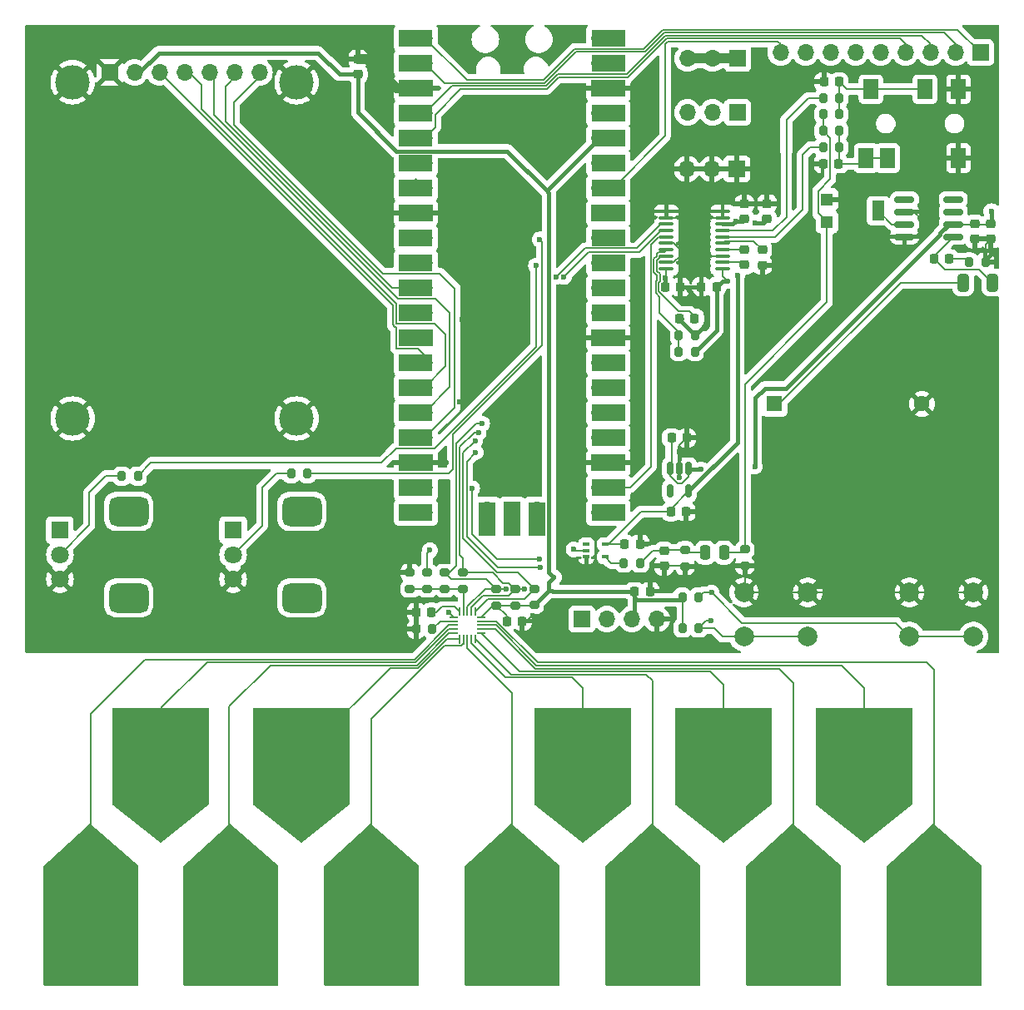
<source format=gbr>
%TF.GenerationSoftware,KiCad,Pcbnew,8.0.4*%
%TF.CreationDate,2024-09-11T16:00:36+01:00*%
%TF.ProjectId,RLab Keyboard,524c6162-204b-4657-9962-6f6172642e6b,rev?*%
%TF.SameCoordinates,Original*%
%TF.FileFunction,Copper,L1,Top*%
%TF.FilePolarity,Positive*%
%FSLAX46Y46*%
G04 Gerber Fmt 4.6, Leading zero omitted, Abs format (unit mm)*
G04 Created by KiCad (PCBNEW 8.0.4) date 2024-09-11 16:00:36*
%MOMM*%
%LPD*%
G01*
G04 APERTURE LIST*
G04 Aperture macros list*
%AMRoundRect*
0 Rectangle with rounded corners*
0 $1 Rounding radius*
0 $2 $3 $4 $5 $6 $7 $8 $9 X,Y pos of 4 corners*
0 Add a 4 corners polygon primitive as box body*
4,1,4,$2,$3,$4,$5,$6,$7,$8,$9,$2,$3,0*
0 Add four circle primitives for the rounded corners*
1,1,$1+$1,$2,$3*
1,1,$1+$1,$4,$5*
1,1,$1+$1,$6,$7*
1,1,$1+$1,$8,$9*
0 Add four rect primitives between the rounded corners*
20,1,$1+$1,$2,$3,$4,$5,0*
20,1,$1+$1,$4,$5,$6,$7,0*
20,1,$1+$1,$6,$7,$8,$9,0*
20,1,$1+$1,$8,$9,$2,$3,0*%
%AMFreePoly0*
4,1,17,-0.036841,11.653087,4.814559,7.436687,4.835053,7.395591,4.835200,7.391400,4.835200,-4.775200,4.817626,-4.817626,4.775200,-4.835200,4.774881,-4.835199,-4.775519,-4.784399,-4.817851,-4.766600,-4.835200,-4.724273,-4.809800,7.315327,-4.792137,7.357716,-4.790387,7.359389,-0.116787,11.651989,-0.073653,11.667746,-0.036841,11.653087,-0.036841,11.653087,$1*%
%AMFreePoly1*
4,1,16,4.868426,4.893826,4.886000,4.851400,4.886000,-4.876800,4.868426,-4.919226,4.863482,-4.923652,0.037482,-8.784452,-0.006626,-8.797233,-0.037211,-8.784668,-4.888611,-4.949268,-4.910994,-4.909170,-4.911400,-4.902044,-4.886000,4.851556,-4.868316,4.893937,-4.826000,4.911400,4.826000,4.911400,4.868426,4.893826,4.868426,4.893826,$1*%
%AMFreePoly2*
4,1,14,0.354215,0.088284,0.450784,-0.008285,0.462500,-0.036569,0.462500,-0.060000,0.450784,-0.088284,0.422500,-0.100000,-0.422500,-0.100000,-0.450784,-0.088284,-0.462500,-0.060000,-0.462500,0.060000,-0.450784,0.088284,-0.422500,0.100000,0.325931,0.100000,0.354215,0.088284,0.354215,0.088284,$1*%
%AMFreePoly3*
4,1,14,0.450784,0.088284,0.462500,0.060000,0.462500,0.036569,0.450784,0.008285,0.354215,-0.088284,0.325931,-0.100000,-0.422500,-0.100000,-0.450784,-0.088284,-0.462500,-0.060000,-0.462500,0.060000,-0.450784,0.088284,-0.422500,0.100000,0.422500,0.100000,0.450784,0.088284,0.450784,0.088284,$1*%
%AMFreePoly4*
4,1,14,0.088284,0.450784,0.100000,0.422500,0.100000,-0.422500,0.088284,-0.450784,0.060000,-0.462500,-0.060000,-0.462500,-0.088284,-0.450784,-0.100000,-0.422500,-0.100000,0.325931,-0.088284,0.354215,0.008285,0.450784,0.036569,0.462500,0.060000,0.462500,0.088284,0.450784,0.088284,0.450784,$1*%
%AMFreePoly5*
4,1,14,-0.008285,0.450784,0.088284,0.354215,0.100000,0.325931,0.100000,-0.422500,0.088284,-0.450784,0.060000,-0.462500,-0.060000,-0.462500,-0.088284,-0.450784,-0.100000,-0.422500,-0.100000,0.422500,-0.088284,0.450784,-0.060000,0.462500,-0.036569,0.462500,-0.008285,0.450784,-0.008285,0.450784,$1*%
%AMFreePoly6*
4,1,14,0.450784,0.088284,0.462500,0.060000,0.462500,-0.060000,0.450784,-0.088284,0.422500,-0.100000,-0.325931,-0.100000,-0.354215,-0.088284,-0.450784,0.008285,-0.462500,0.036569,-0.462500,0.060000,-0.450784,0.088284,-0.422500,0.100000,0.422500,0.100000,0.450784,0.088284,0.450784,0.088284,$1*%
%AMFreePoly7*
4,1,14,0.450784,0.088284,0.462500,0.060000,0.462500,-0.060000,0.450784,-0.088284,0.422500,-0.100000,-0.422500,-0.100000,-0.450784,-0.088284,-0.462500,-0.060000,-0.462500,-0.036569,-0.450784,-0.008285,-0.354215,0.088284,-0.325931,0.100000,0.422500,0.100000,0.450784,0.088284,0.450784,0.088284,$1*%
%AMFreePoly8*
4,1,14,0.088284,0.450784,0.100000,0.422500,0.100000,-0.325931,0.088284,-0.354215,-0.008285,-0.450784,-0.036569,-0.462500,-0.060000,-0.462500,-0.088284,-0.450784,-0.100000,-0.422500,-0.100000,0.422500,-0.088284,0.450784,-0.060000,0.462500,0.060000,0.462500,0.088284,0.450784,0.088284,0.450784,$1*%
%AMFreePoly9*
4,1,14,0.088284,0.450784,0.100000,0.422500,0.100000,-0.422500,0.088284,-0.450784,0.060000,-0.462500,0.036569,-0.462500,0.008285,-0.450784,-0.088284,-0.354215,-0.100000,-0.325931,-0.100000,0.422500,-0.088284,0.450784,-0.060000,0.462500,0.060000,0.462500,0.088284,0.450784,0.088284,0.450784,$1*%
G04 Aperture macros list end*
%TA.AperFunction,SMDPad,CuDef*%
%ADD10RoundRect,0.200000X0.275000X-0.200000X0.275000X0.200000X-0.275000X0.200000X-0.275000X-0.200000X0*%
%TD*%
%TA.AperFunction,SMDPad,CuDef*%
%ADD11RoundRect,0.150000X-0.150000X0.512500X-0.150000X-0.512500X0.150000X-0.512500X0.150000X0.512500X0*%
%TD*%
%TA.AperFunction,SMDPad,CuDef*%
%ADD12RoundRect,0.200000X-0.200000X-0.275000X0.200000X-0.275000X0.200000X0.275000X-0.200000X0.275000X0*%
%TD*%
%TA.AperFunction,SMDPad,CuDef*%
%ADD13RoundRect,0.200000X0.200000X0.275000X-0.200000X0.275000X-0.200000X-0.275000X0.200000X-0.275000X0*%
%TD*%
%TA.AperFunction,ComponentPad*%
%ADD14R,1.700000X1.700000*%
%TD*%
%TA.AperFunction,ComponentPad*%
%ADD15O,1.700000X1.700000*%
%TD*%
%TA.AperFunction,SMDPad,CuDef*%
%ADD16RoundRect,0.225000X0.250000X-0.225000X0.250000X0.225000X-0.250000X0.225000X-0.250000X-0.225000X0*%
%TD*%
%TA.AperFunction,SMDPad,CuDef*%
%ADD17FreePoly0,0.000000*%
%TD*%
%TA.AperFunction,SMDPad,CuDef*%
%ADD18RoundRect,0.225000X0.225000X0.250000X-0.225000X0.250000X-0.225000X-0.250000X0.225000X-0.250000X0*%
%TD*%
%TA.AperFunction,SMDPad,CuDef*%
%ADD19RoundRect,0.150000X-0.825000X-0.150000X0.825000X-0.150000X0.825000X0.150000X-0.825000X0.150000X0*%
%TD*%
%TA.AperFunction,SMDPad,CuDef*%
%ADD20RoundRect,0.225000X-0.250000X0.225000X-0.250000X-0.225000X0.250000X-0.225000X0.250000X0.225000X0*%
%TD*%
%TA.AperFunction,SMDPad,CuDef*%
%ADD21RoundRect,0.225000X-0.225000X-0.250000X0.225000X-0.250000X0.225000X0.250000X-0.225000X0.250000X0*%
%TD*%
%TA.AperFunction,SMDPad,CuDef*%
%ADD22FreePoly1,0.000000*%
%TD*%
%TA.AperFunction,ComponentPad*%
%ADD23C,2.000000*%
%TD*%
%TA.AperFunction,ComponentPad*%
%ADD24R,1.800000X1.800000*%
%TD*%
%TA.AperFunction,ComponentPad*%
%ADD25C,1.800000*%
%TD*%
%TA.AperFunction,ComponentPad*%
%ADD26RoundRect,0.750000X-1.250000X-0.750000X1.250000X-0.750000X1.250000X0.750000X-1.250000X0.750000X0*%
%TD*%
%TA.AperFunction,SMDPad,CuDef*%
%ADD27RoundRect,0.200000X-0.275000X0.200000X-0.275000X-0.200000X0.275000X-0.200000X0.275000X0.200000X0*%
%TD*%
%TA.AperFunction,SMDPad,CuDef*%
%ADD28R,1.300000X1.300000*%
%TD*%
%TA.AperFunction,SMDPad,CuDef*%
%ADD29R,1.300000X2.000000*%
%TD*%
%TA.AperFunction,SMDPad,CuDef*%
%ADD30RoundRect,0.250000X0.250000X0.475000X-0.250000X0.475000X-0.250000X-0.475000X0.250000X-0.475000X0*%
%TD*%
%TA.AperFunction,SMDPad,CuDef*%
%ADD31RoundRect,0.100000X0.637500X0.100000X-0.637500X0.100000X-0.637500X-0.100000X0.637500X-0.100000X0*%
%TD*%
%TA.AperFunction,SMDPad,CuDef*%
%ADD32RoundRect,0.100000X-0.225000X-0.100000X0.225000X-0.100000X0.225000X0.100000X-0.225000X0.100000X0*%
%TD*%
%TA.AperFunction,SMDPad,CuDef*%
%ADD33R,1.500000X2.000000*%
%TD*%
%TA.AperFunction,ComponentPad*%
%ADD34R,1.600000X1.600000*%
%TD*%
%TA.AperFunction,ComponentPad*%
%ADD35C,1.600000*%
%TD*%
%TA.AperFunction,SMDPad,CuDef*%
%ADD36R,3.500000X1.700000*%
%TD*%
%TA.AperFunction,SMDPad,CuDef*%
%ADD37R,1.700000X3.500000*%
%TD*%
%TA.AperFunction,SMDPad,CuDef*%
%ADD38RoundRect,0.250000X0.325000X0.650000X-0.325000X0.650000X-0.325000X-0.650000X0.325000X-0.650000X0*%
%TD*%
%TA.AperFunction,ComponentPad*%
%ADD39C,3.500000*%
%TD*%
%TA.AperFunction,SMDPad,CuDef*%
%ADD40FreePoly2,270.000000*%
%TD*%
%TA.AperFunction,SMDPad,CuDef*%
%ADD41RoundRect,0.050000X-0.050000X0.412500X-0.050000X-0.412500X0.050000X-0.412500X0.050000X0.412500X0*%
%TD*%
%TA.AperFunction,SMDPad,CuDef*%
%ADD42FreePoly3,270.000000*%
%TD*%
%TA.AperFunction,SMDPad,CuDef*%
%ADD43FreePoly4,270.000000*%
%TD*%
%TA.AperFunction,SMDPad,CuDef*%
%ADD44RoundRect,0.050000X-0.412500X0.050000X-0.412500X-0.050000X0.412500X-0.050000X0.412500X0.050000X0*%
%TD*%
%TA.AperFunction,SMDPad,CuDef*%
%ADD45FreePoly5,270.000000*%
%TD*%
%TA.AperFunction,SMDPad,CuDef*%
%ADD46FreePoly6,270.000000*%
%TD*%
%TA.AperFunction,SMDPad,CuDef*%
%ADD47FreePoly7,270.000000*%
%TD*%
%TA.AperFunction,SMDPad,CuDef*%
%ADD48FreePoly8,270.000000*%
%TD*%
%TA.AperFunction,SMDPad,CuDef*%
%ADD49FreePoly9,270.000000*%
%TD*%
%TA.AperFunction,ViaPad*%
%ADD50C,0.600000*%
%TD*%
%TA.AperFunction,Conductor*%
%ADD51C,0.150000*%
%TD*%
%TA.AperFunction,Conductor*%
%ADD52C,0.400000*%
%TD*%
%TA.AperFunction,Conductor*%
%ADD53C,0.200000*%
%TD*%
%TA.AperFunction,Conductor*%
%ADD54C,1.000000*%
%TD*%
G04 APERTURE END LIST*
D10*
%TO.P,R4,1*%
%TO.N,Net-(U1-ADDR)*%
X143160000Y-107925000D03*
%TO.P,R4,2*%
%TO.N,/SDA*%
X143160000Y-106275000D03*
%TD*%
D11*
%TO.P,U2,1,IN*%
%TO.N,+5V*%
X167970000Y-95690000D03*
%TO.P,U2,2,GND*%
%TO.N,GND*%
X167020000Y-95690000D03*
%TO.P,U2,3,EN*%
%TO.N,+5V*%
X166070000Y-95690000D03*
%TO.P,U2,4,NC*%
%TO.N,unconnected-(U2-NC-Pad4)*%
X166070000Y-97965000D03*
%TO.P,U2,5,OUT*%
%TO.N,+3.3VA*%
X167970000Y-97965000D03*
%TD*%
D12*
%TO.P,R21,1*%
%TO.N,Net-(U4-OUTR)*%
X181645000Y-57970000D03*
%TO.P,R21,2*%
%TO.N,/ROUT*%
X183295000Y-57970000D03*
%TD*%
D13*
%TO.P,R8,1*%
%TO.N,Net-(U1-REXT)*%
X141875000Y-112020000D03*
%TO.P,R8,2*%
%TO.N,GND*%
X140225000Y-112020000D03*
%TD*%
D14*
%TO.P,J19,1,Pin_1*%
%TO.N,/GPIO0*%
X197630000Y-53350000D03*
D15*
%TO.P,J19,2,Pin_2*%
%TO.N,/GPIO1*%
X195090000Y-53350000D03*
%TO.P,J19,3,Pin_3*%
%TO.N,/GPIO2*%
X192550000Y-53350000D03*
%TO.P,J19,4,Pin_4*%
%TO.N,/GPIO3*%
X190010000Y-53350000D03*
%TO.P,J19,5,Pin_5*%
%TO.N,/GPIO19*%
X187470000Y-53350000D03*
%TO.P,J19,6,Pin_6*%
%TO.N,/GPIO20*%
X184930000Y-53350000D03*
%TO.P,J19,7,Pin_7*%
%TO.N,/GPIO21*%
X182390000Y-53350000D03*
%TO.P,J19,8,Pin_8*%
%TO.N,/GPIO22*%
X179850000Y-53350000D03*
%TO.P,J19,9,Pin_9*%
%TO.N,/GPIO28*%
X177310000Y-53350000D03*
%TD*%
D10*
%TO.P,R2,1*%
%TO.N,+3.3V*%
X148407500Y-109610000D03*
%TO.P,R2,2*%
%TO.N,/SDA*%
X148407500Y-107960000D03*
%TD*%
D16*
%TO.P,C7,1*%
%TO.N,GND*%
X165460000Y-105610000D03*
%TO.P,C7,2*%
%TO.N,Net-(C7-Pad2)*%
X165460000Y-104060000D03*
%TD*%
D17*
%TO.P,J6,1,Pin_1*%
%TO.N,/Note_A*%
X178600000Y-143500000D03*
%TD*%
D18*
%TO.P,C1,1*%
%TO.N,Net-(U1-VREG)*%
X141815000Y-110310000D03*
%TO.P,C1,2*%
%TO.N,GND*%
X140265000Y-110310000D03*
%TD*%
D19*
%TO.P,U5,1,GAIN*%
%TO.N,unconnected-(U5-GAIN-Pad1)*%
X189910000Y-68280000D03*
%TO.P,U5,2,-*%
%TO.N,GND*%
X189910000Y-69550000D03*
%TO.P,U5,3,+*%
%TO.N,Net-(U5-+)*%
X189910000Y-70820000D03*
%TO.P,U5,4,GND*%
%TO.N,GND*%
X189910000Y-72090000D03*
%TO.P,U5,5*%
%TO.N,Net-(C16-Pad2)*%
X194860000Y-72090000D03*
%TO.P,U5,6,V+*%
%TO.N,+5V*%
X194860000Y-70820000D03*
%TO.P,U5,7,BYPASS*%
%TO.N,unconnected-(U5-BYPASS-Pad7)*%
X194860000Y-69550000D03*
%TO.P,U5,8,GAIN*%
%TO.N,unconnected-(U5-GAIN-Pad8)*%
X194860000Y-68280000D03*
%TD*%
D20*
%TO.P,C21,1*%
%TO.N,+5V*%
X198670000Y-70780000D03*
%TO.P,C21,2*%
%TO.N,GND*%
X198670000Y-72330000D03*
%TD*%
D21*
%TO.P,C10,1*%
%TO.N,GND*%
X169250000Y-77185000D03*
%TO.P,C10,2*%
%TO.N,+3.3V*%
X170800000Y-77185000D03*
%TD*%
D17*
%TO.P,J7,1,Pin_1*%
%TO.N,/Note_B*%
X192900000Y-143500000D03*
%TD*%
%TO.P,J3,1,Pin_1*%
%TO.N,/Note_E*%
X135700000Y-143500000D03*
%TD*%
D10*
%TO.P,R3,1*%
%TO.N,Net-(U1-ADDR)*%
X141370000Y-107905000D03*
%TO.P,R3,2*%
%TO.N,+3.3V*%
X141370000Y-106255000D03*
%TD*%
D22*
%TO.P,J9,1,Pin_1*%
%TO.N,/E_Flat*%
X128600000Y-125000000D03*
%TD*%
D23*
%TO.P,SW1,1,1*%
%TO.N,GND*%
X173570000Y-108280000D03*
X180070000Y-108280000D03*
%TO.P,SW1,2,2*%
%TO.N,/Button1*%
X173570000Y-112780000D03*
X180070000Y-112780000D03*
%TD*%
D24*
%TO.P,RV2,1,1*%
%TO.N,+3.3V*%
X121630000Y-101940000D03*
D25*
%TO.P,RV2,2,2*%
%TO.N,Net-(R9-Pad2)*%
X121630000Y-104440000D03*
%TO.P,RV2,3,3*%
%TO.N,GND*%
X121630000Y-106940000D03*
D26*
%TO.P,RV2,MP*%
%TO.N,N/C*%
X128630000Y-100040000D03*
X128630000Y-108840000D03*
%TD*%
D27*
%TO.P,R14,1*%
%TO.N,Net-(C7-Pad2)*%
X167580000Y-103970000D03*
%TO.P,R14,2*%
%TO.N,GND*%
X167580000Y-105620000D03*
%TD*%
D22*
%TO.P,J11,1,Pin_1*%
%TO.N,/G_Sharp*%
X171500000Y-125000000D03*
%TD*%
%TO.P,J8,1,Pin_1*%
%TO.N,/C_Sharp*%
X114300000Y-125000000D03*
%TD*%
D12*
%TO.P,R22,1*%
%TO.N,Net-(C16-Pad1)*%
X196475000Y-74670000D03*
%TO.P,R22,2*%
%TO.N,GND*%
X198125000Y-74670000D03*
%TD*%
D18*
%TO.P,C16,1*%
%TO.N,Net-(C16-Pad1)*%
X194445000Y-74330000D03*
%TO.P,C16,2*%
%TO.N,Net-(C16-Pad2)*%
X192895000Y-74330000D03*
%TD*%
D28*
%TO.P,RV3,1,1*%
%TO.N,Net-(C8-Pad1)*%
X182020000Y-70590000D03*
D29*
%TO.P,RV3,2,2*%
%TO.N,Net-(U5-+)*%
X187220000Y-69440000D03*
D28*
%TO.P,RV3,3,3*%
%TO.N,GND*%
X182020000Y-68290000D03*
%TD*%
D30*
%TO.P,C8,1*%
%TO.N,Net-(C8-Pad1)*%
X171540000Y-104230000D03*
%TO.P,C8,2*%
%TO.N,Net-(C7-Pad2)*%
X169640000Y-104230000D03*
%TD*%
D27*
%TO.P,R17,1*%
%TO.N,Net-(C8-Pad1)*%
X173670000Y-103915000D03*
%TO.P,R17,2*%
%TO.N,GND*%
X173670000Y-105565000D03*
%TD*%
D10*
%TO.P,R10,1*%
%TO.N,+3.3V*%
X152257500Y-109590000D03*
%TO.P,R10,2*%
%TO.N,/IRQ*%
X152257500Y-107940000D03*
%TD*%
D12*
%TO.P,R11,1*%
%TO.N,+3.3V*%
X167325000Y-111920000D03*
%TO.P,R11,2*%
%TO.N,/Button1*%
X168975000Y-111920000D03*
%TD*%
D20*
%TO.P,C6,1*%
%TO.N,GND*%
X134330000Y-53995000D03*
%TO.P,C6,2*%
%TO.N,+3.3V*%
X134330000Y-55545000D03*
%TD*%
D18*
%TO.P,C5,1*%
%TO.N,GND*%
X164015000Y-108200000D03*
%TO.P,C5,2*%
%TO.N,+3.3V*%
X162465000Y-108200000D03*
%TD*%
D21*
%TO.P,C19,1*%
%TO.N,GND*%
X181705000Y-56330000D03*
%TO.P,C19,2*%
%TO.N,/ROUT*%
X183255000Y-56330000D03*
%TD*%
D22*
%TO.P,J12,1,Pin_1*%
%TO.N,/B_Flat*%
X185800000Y-125000000D03*
%TD*%
D17*
%TO.P,J2,1,Pin_1*%
%TO.N,/Note_D*%
X121400000Y-143500000D03*
%TD*%
D21*
%TO.P,C17,1*%
%TO.N,GND*%
X167015000Y-80400000D03*
%TO.P,C17,2*%
%TO.N,Net-(U4-LDOO)*%
X168565000Y-80400000D03*
%TD*%
D31*
%TO.P,U4,1,CPVDD*%
%TO.N,+3.3V*%
X171410000Y-75360000D03*
%TO.P,U4,2,CAPP*%
%TO.N,Net-(U4-CAPP)*%
X171410000Y-74710000D03*
%TO.P,U4,3,CPGND*%
%TO.N,GND*%
X171410000Y-74060000D03*
%TO.P,U4,4,CAPM*%
%TO.N,Net-(U4-CAPM)*%
X171410000Y-73410000D03*
%TO.P,U4,5,VNEG*%
%TO.N,Net-(U4-VNEG)*%
X171410000Y-72760000D03*
%TO.P,U4,6,OUTL*%
%TO.N,Net-(U4-OUTL)*%
X171410000Y-72110000D03*
%TO.P,U4,7,OUTR*%
%TO.N,Net-(U4-OUTR)*%
X171410000Y-71460000D03*
%TO.P,U4,8,AVDD*%
%TO.N,+3.3VA*%
X171410000Y-70810000D03*
%TO.P,U4,9,AGND*%
%TO.N,GND*%
X171410000Y-70160000D03*
%TO.P,U4,10,DEMP*%
X171410000Y-69510000D03*
%TO.P,U4,11,FLT*%
X165685000Y-69510000D03*
%TO.P,U4,12,SCK*%
X165685000Y-70160000D03*
%TO.P,U4,13,BCK*%
%TO.N,/BCK*%
X165685000Y-70810000D03*
%TO.P,U4,14,DIN*%
%TO.N,/SDO*%
X165685000Y-71460000D03*
%TO.P,U4,15,LRCK*%
%TO.N,/LRCK*%
X165685000Y-72110000D03*
%TO.P,U4,16,FMT*%
%TO.N,GND*%
X165685000Y-72760000D03*
%TO.P,U4,17,XSMT*%
%TO.N,Net-(U4-XSMT)*%
X165685000Y-73410000D03*
%TO.P,U4,18,LDOO*%
%TO.N,Net-(U4-LDOO)*%
X165685000Y-74060000D03*
%TO.P,U4,19,DGND*%
%TO.N,GND*%
X165685000Y-74710000D03*
%TO.P,U4,20,DVDD*%
%TO.N,+3.3V*%
X165685000Y-75360000D03*
%TD*%
D10*
%TO.P,R6,1*%
%TO.N,Net-(U1-ADDR)*%
X139610000Y-107925000D03*
%TO.P,R6,2*%
%TO.N,GND*%
X139610000Y-106275000D03*
%TD*%
D12*
%TO.P,R20,1*%
%TO.N,Net-(U4-OUTL)*%
X181625000Y-62990000D03*
%TO.P,R20,2*%
%TO.N,/LOUT*%
X183275000Y-62990000D03*
%TD*%
D13*
%TO.P,R1,1*%
%TO.N,/Pot1*%
X111945000Y-96440000D03*
%TO.P,R1,2*%
%TO.N,Net-(R1-Pad2)*%
X110295000Y-96440000D03*
%TD*%
D32*
%TO.P,U3,1,NC*%
%TO.N,unconnected-(U3-NC-Pad1)*%
X157550000Y-103380000D03*
%TO.P,U3,2*%
%TO.N,/PWMOUT*%
X157550000Y-104030000D03*
%TO.P,U3,3,GND*%
%TO.N,GND*%
X157550000Y-104680000D03*
%TO.P,U3,4*%
%TO.N,Net-(R13-Pad2)*%
X159450000Y-104680000D03*
%TO.P,U3,5,VCC*%
%TO.N,+3.3VA*%
X159450000Y-103380000D03*
%TD*%
D33*
%TO.P,J16,2*%
%TO.N,GND*%
X195400000Y-57080000D03*
%TO.P,J16,3*%
X195400000Y-64080000D03*
%TO.P,J16,4*%
%TO.N,/ROUT*%
X192000000Y-57080000D03*
%TO.P,J16,5*%
%TO.N,/LOUT*%
X188200000Y-64080000D03*
%TO.P,J16,6*%
%TO.N,/ROUT*%
X186500000Y-57080000D03*
%TO.P,J16,7*%
%TO.N,/LOUT*%
X186000000Y-64080000D03*
%TD*%
D21*
%TO.P,C2,1*%
%TO.N,+3.3V*%
X149482500Y-111205000D03*
%TO.P,C2,2*%
%TO.N,GND*%
X151032500Y-111205000D03*
%TD*%
D23*
%TO.P,SW2,1,1*%
%TO.N,GND*%
X190410000Y-108280000D03*
X196910000Y-108280000D03*
%TO.P,SW2,2,2*%
%TO.N,/Button2*%
X190410000Y-112780000D03*
X196910000Y-112780000D03*
%TD*%
D17*
%TO.P,J4,1,Pin_1*%
%TO.N,/Note_F*%
X150000000Y-143500000D03*
%TD*%
D14*
%TO.P,J17,1,Pin_1*%
%TO.N,+5V*%
X172930000Y-53960000D03*
D15*
%TO.P,J17,2,Pin_2*%
X170390000Y-53960000D03*
%TO.P,J17,3,Pin_3*%
X167850000Y-53960000D03*
%TD*%
D24*
%TO.P,RV1,1,1*%
%TO.N,+3.3V*%
X104010000Y-101940000D03*
D25*
%TO.P,RV1,2,2*%
%TO.N,Net-(R1-Pad2)*%
X104010000Y-104440000D03*
%TO.P,RV1,3,3*%
%TO.N,GND*%
X104010000Y-106940000D03*
D26*
%TO.P,RV1,MP*%
%TO.N,N/C*%
X111010000Y-100040000D03*
X111010000Y-108840000D03*
%TD*%
D12*
%TO.P,R18,1*%
%TO.N,Net-(C8-Pad1)*%
X181635000Y-59630000D03*
%TO.P,R18,2*%
%TO.N,/ROUT*%
X183285000Y-59630000D03*
%TD*%
D21*
%TO.P,C3,1*%
%TO.N,+5V*%
X166205000Y-92560000D03*
%TO.P,C3,2*%
%TO.N,GND*%
X167755000Y-92560000D03*
%TD*%
D14*
%TO.P,J15,1,Pin_1*%
%TO.N,+3.3V*%
X172915000Y-59435000D03*
D15*
%TO.P,J15,2,Pin_2*%
X170375000Y-59435000D03*
%TO.P,J15,3,Pin_3*%
X167835000Y-59435000D03*
%TD*%
D16*
%TO.P,C22,1*%
%TO.N,GND*%
X197060000Y-72325000D03*
%TO.P,C22,2*%
%TO.N,+5V*%
X197060000Y-70775000D03*
%TD*%
D21*
%TO.P,C4,1*%
%TO.N,+3.3VA*%
X166145000Y-100070000D03*
%TO.P,C4,2*%
%TO.N,GND*%
X167695000Y-100070000D03*
%TD*%
D34*
%TO.P,LS1,1,1*%
%TO.N,Net-(C18-Pad2)*%
X176680000Y-89100000D03*
D35*
%TO.P,LS1,2,2*%
%TO.N,GND*%
X191680000Y-89100000D03*
%TD*%
D15*
%TO.P,A1,1,GPIO0*%
%TO.N,/GPIO0*%
X141110000Y-51870000D03*
D36*
X140210000Y-51870000D03*
D15*
%TO.P,A1,2,GPIO1*%
%TO.N,/GPIO1*%
X141110000Y-54410000D03*
D36*
X140210000Y-54410000D03*
D14*
%TO.P,A1,3,GND*%
%TO.N,GND*%
X141110000Y-56950000D03*
D36*
X140210000Y-56950000D03*
D15*
%TO.P,A1,4,GPIO2*%
%TO.N,/GPIO2*%
X141110000Y-59490000D03*
D36*
X140210000Y-59490000D03*
D15*
%TO.P,A1,5,GPIO3*%
%TO.N,/GPIO3*%
X141110000Y-62030000D03*
D36*
X140210000Y-62030000D03*
D15*
%TO.P,A1,6,GPIO4*%
%TO.N,/SDA*%
X141110000Y-64570000D03*
D36*
X140210000Y-64570000D03*
D15*
%TO.P,A1,7,GPIO5*%
%TO.N,/SCL*%
X141110000Y-67110000D03*
D36*
X140210000Y-67110000D03*
D14*
%TO.P,A1,8,GND*%
%TO.N,GND*%
X141110000Y-69650000D03*
D36*
X140210000Y-69650000D03*
D15*
%TO.P,A1,9,GPIO6*%
%TO.N,/IRQ*%
X141110000Y-72190000D03*
D36*
X140210000Y-72190000D03*
D15*
%TO.P,A1,10,GPIO7*%
%TO.N,/Button1*%
X141110000Y-74730000D03*
D36*
X140210000Y-74730000D03*
D15*
%TO.P,A1,11,GPIO8*%
%TO.N,/DC*%
X141110000Y-77270000D03*
D36*
X140210000Y-77270000D03*
D15*
%TO.P,A1,12,GPIO9*%
%TO.N,unconnected-(A1-GPIO9-Pad12)_1*%
X141110000Y-79810000D03*
D36*
%TO.N,unconnected-(A1-GPIO9-Pad12)*%
X140210000Y-79810000D03*
D14*
%TO.P,A1,13,GND*%
%TO.N,GND*%
X141110000Y-82350000D03*
D36*
X140210000Y-82350000D03*
D15*
%TO.P,A1,14,GPIO10*%
%TO.N,/SCK*%
X141110000Y-84890000D03*
D36*
X140210000Y-84890000D03*
D15*
%TO.P,A1,15,GPIO11*%
%TO.N,/MOSI*%
X141110000Y-87430000D03*
D36*
X140210000Y-87430000D03*
D15*
%TO.P,A1,16,GPIO12*%
%TO.N,/RESET*%
X141110000Y-89970000D03*
D36*
X140210000Y-89970000D03*
D15*
%TO.P,A1,17,GPIO13*%
%TO.N,/BL*%
X141110000Y-92510000D03*
D36*
X140210000Y-92510000D03*
D14*
%TO.P,A1,18,GND*%
%TO.N,GND*%
X141110000Y-95050000D03*
D36*
X140210000Y-95050000D03*
D15*
%TO.P,A1,19,GPIO14*%
%TO.N,/Button2*%
X141110000Y-97590000D03*
D36*
X140210000Y-97590000D03*
D15*
%TO.P,A1,20,GPIO15*%
%TO.N,/PWMOUT*%
X141110000Y-100130000D03*
D36*
X140210000Y-100130000D03*
D15*
%TO.P,A1,21,GPIO16*%
%TO.N,/BCK*%
X158890000Y-100130000D03*
D36*
X159790000Y-100130000D03*
D15*
%TO.P,A1,22,GPIO17*%
%TO.N,/LRCK*%
X158890000Y-97590000D03*
D36*
X159790000Y-97590000D03*
D14*
%TO.P,A1,23,GND*%
%TO.N,GND*%
X158890000Y-95050000D03*
D36*
X159790000Y-95050000D03*
D15*
%TO.P,A1,24,GPIO18*%
%TO.N,/SDO*%
X158890000Y-92510000D03*
D36*
X159790000Y-92510000D03*
D15*
%TO.P,A1,25,GPIO19*%
%TO.N,/GPIO19*%
X158890000Y-89970000D03*
D36*
X159790000Y-89970000D03*
D15*
%TO.P,A1,26,GPIO20*%
%TO.N,/GPIO20*%
X158890000Y-87430000D03*
D36*
X159790000Y-87430000D03*
D15*
%TO.P,A1,27,GPIO21*%
%TO.N,/GPIO21*%
X158890000Y-84890000D03*
D36*
X159790000Y-84890000D03*
D14*
%TO.P,A1,28,GND*%
%TO.N,GND*%
X158890000Y-82350000D03*
D36*
X159790000Y-82350000D03*
D15*
%TO.P,A1,29,GPIO22*%
%TO.N,/GPIO22*%
X158890000Y-79810000D03*
D36*
X159790000Y-79810000D03*
D15*
%TO.P,A1,30,RUN*%
%TO.N,unconnected-(A1-RUN-Pad30)*%
X158890000Y-77270000D03*
D36*
%TO.N,unconnected-(A1-RUN-Pad30)_1*%
X159790000Y-77270000D03*
D15*
%TO.P,A1,31,GPIO26_ADC0*%
%TO.N,/Pot1*%
X158890000Y-74730000D03*
D36*
X159790000Y-74730000D03*
D15*
%TO.P,A1,32,GPIO27_ADC1*%
%TO.N,/Pot2*%
X158890000Y-72190000D03*
D36*
X159790000Y-72190000D03*
D14*
%TO.P,A1,33,AGND*%
%TO.N,unconnected-(A1-AGND-Pad33)_1*%
X158890000Y-69650000D03*
D36*
%TO.N,unconnected-(A1-AGND-Pad33)*%
X159790000Y-69650000D03*
D15*
%TO.P,A1,34,GPIO28_ADC2*%
%TO.N,/GPIO28*%
X158890000Y-67110000D03*
D36*
X159790000Y-67110000D03*
D15*
%TO.P,A1,35,ADC_VREF*%
%TO.N,unconnected-(A1-ADC_VREF-Pad35)_1*%
X158890000Y-64570000D03*
D36*
%TO.N,unconnected-(A1-ADC_VREF-Pad35)*%
X159790000Y-64570000D03*
D15*
%TO.P,A1,36,3V3*%
%TO.N,+3.3V*%
X158890000Y-62030000D03*
D36*
X159790000Y-62030000D03*
D15*
%TO.P,A1,37,3V3_EN*%
%TO.N,unconnected-(A1-3V3_EN-Pad37)*%
X158890000Y-59490000D03*
D36*
%TO.N,unconnected-(A1-3V3_EN-Pad37)_1*%
X159790000Y-59490000D03*
D14*
%TO.P,A1,38,GND*%
%TO.N,GND*%
X158890000Y-56950000D03*
D36*
X159790000Y-56950000D03*
D15*
%TO.P,A1,39,VSYS*%
%TO.N,unconnected-(A1-VSYS-Pad39)_1*%
X158890000Y-54410000D03*
D36*
%TO.N,unconnected-(A1-VSYS-Pad39)*%
X159790000Y-54410000D03*
D15*
%TO.P,A1,40,VBUS*%
%TO.N,+5V*%
X158890000Y-51870000D03*
D36*
X159790000Y-51870000D03*
D15*
%TO.P,A1,41*%
%TO.N,N/C*%
X147460000Y-99900000D03*
D37*
X147460000Y-100800000D03*
D14*
%TO.P,A1,42*%
X150000000Y-99900000D03*
D37*
X150000000Y-100800000D03*
D15*
%TO.P,A1,43*%
X152540000Y-99900000D03*
D37*
X152540000Y-100800000D03*
%TD*%
D13*
%TO.P,R15,1*%
%TO.N,+3.3V*%
X168595000Y-83780000D03*
%TO.P,R15,2*%
%TO.N,Net-(U4-XSMT)*%
X166945000Y-83780000D03*
%TD*%
D38*
%TO.P,C18,1*%
%TO.N,Net-(C16-Pad2)*%
X198835000Y-76760000D03*
%TO.P,C18,2*%
%TO.N,Net-(C18-Pad2)*%
X195885000Y-76760000D03*
%TD*%
D14*
%TO.P,J13,1,Pin_1*%
%TO.N,/SCL*%
X157100000Y-111010000D03*
D15*
%TO.P,J13,2,Pin_2*%
%TO.N,/SDA*%
X159640000Y-111010000D03*
%TO.P,J13,3,Pin_3*%
%TO.N,+3.3V*%
X162180000Y-111010000D03*
%TO.P,J13,4,Pin_4*%
%TO.N,GND*%
X164720000Y-111010000D03*
%TD*%
D20*
%TO.P,C15,1*%
%TO.N,Net-(U4-CAPM)*%
X173635000Y-73410000D03*
%TO.P,C15,2*%
%TO.N,Net-(U4-CAPP)*%
X173635000Y-74960000D03*
%TD*%
D39*
%TO.P,J14,1,Pin_1*%
%TO.N,GND*%
X105300000Y-56370000D03*
X105300000Y-90590000D03*
D14*
X109070000Y-55370000D03*
D39*
X128080000Y-56370000D03*
X128080000Y-90590000D03*
D15*
%TO.P,J14,2,Pin_2*%
%TO.N,+3.3V*%
X111610000Y-55370000D03*
%TO.P,J14,3,Pin_3*%
%TO.N,/SCK*%
X114150000Y-55370000D03*
%TO.P,J14,4,Pin_4*%
%TO.N,/MOSI*%
X116690000Y-55370000D03*
%TO.P,J14,5,Pin_5*%
%TO.N,/RESET*%
X119230000Y-55370000D03*
%TO.P,J14,6,Pin_6*%
%TO.N,/DC*%
X121770000Y-55370000D03*
%TO.P,J14,7,Pin_7*%
%TO.N,/BL*%
X124310000Y-55370000D03*
%TD*%
D40*
%TO.P,U1,1,~{IRQ}*%
%TO.N,/IRQ*%
X146257500Y-110237500D03*
D41*
%TO.P,U1,2,SCL*%
%TO.N,/SCL*%
X145857500Y-110237500D03*
%TO.P,U1,3,SDA*%
%TO.N,/SDA*%
X145457500Y-110237500D03*
%TO.P,U1,4,ADDR*%
%TO.N,Net-(U1-ADDR)*%
X145057500Y-110237500D03*
D42*
%TO.P,U1,5,VREG*%
%TO.N,Net-(U1-VREG)*%
X144657500Y-110237500D03*
D43*
%TO.P,U1,6,VSS*%
%TO.N,GND*%
X144070000Y-110825000D03*
D44*
%TO.P,U1,7,REXT*%
%TO.N,Net-(U1-REXT)*%
X144070000Y-111225000D03*
%TO.P,U1,8,ELE0*%
%TO.N,/Note_C*%
X144070000Y-111625000D03*
%TO.P,U1,9,ELE1*%
%TO.N,/C_Sharp*%
X144070000Y-112025000D03*
D45*
%TO.P,U1,10,ELE2*%
%TO.N,/Note_D*%
X144070000Y-112425000D03*
D46*
%TO.P,U1,11,ELE3*%
%TO.N,/E_Flat*%
X144657500Y-113012500D03*
D41*
%TO.P,U1,12,LED0/ELE4*%
%TO.N,/Note_E*%
X145057500Y-113012500D03*
%TO.P,U1,13,LED1/ELE5*%
%TO.N,/Note_F*%
X145457500Y-113012500D03*
%TO.P,U1,14,LED2/ELE6*%
%TO.N,/F_Sharp*%
X145857500Y-113012500D03*
D47*
%TO.P,U1,15,LED3/ELE7*%
%TO.N,/Note_G*%
X146257500Y-113012500D03*
D48*
%TO.P,U1,16,LED4/ELE8*%
%TO.N,/G_Sharp*%
X146845000Y-112425000D03*
D44*
%TO.P,U1,17,LED5/ELE9*%
%TO.N,/Note_A*%
X146845000Y-112025000D03*
%TO.P,U1,18,LED6/ELE10*%
%TO.N,/B_Flat*%
X146845000Y-111625000D03*
%TO.P,U1,19,LED7/ELE11*%
%TO.N,/Note_B*%
X146845000Y-111225000D03*
D49*
%TO.P,U1,20,VDD*%
%TO.N,+3.3V*%
X146845000Y-110825000D03*
%TD*%
D17*
%TO.P,J1,1,Pin_1*%
%TO.N,/Note_C*%
X107150000Y-143500000D03*
%TD*%
%TO.P,J5,1,Pin_1*%
%TO.N,/Note_G*%
X164300000Y-143500000D03*
%TD*%
D20*
%TO.P,C13,1*%
%TO.N,GND*%
X173630000Y-68745000D03*
%TO.P,C13,2*%
%TO.N,+3.3VA*%
X173630000Y-70295000D03*
%TD*%
D10*
%TO.P,R7,1*%
%TO.N,+3.3V*%
X150307500Y-109595000D03*
%TO.P,R7,2*%
%TO.N,/SCL*%
X150307500Y-107945000D03*
%TD*%
D21*
%TO.P,C20,1*%
%TO.N,GND*%
X181650000Y-64660000D03*
%TO.P,C20,2*%
%TO.N,/LOUT*%
X183200000Y-64660000D03*
%TD*%
D12*
%TO.P,R19,1*%
%TO.N,Net-(C8-Pad1)*%
X181630000Y-61330000D03*
%TO.P,R19,2*%
%TO.N,/LOUT*%
X183280000Y-61330000D03*
%TD*%
D14*
%TO.P,J18,1,Pin_1*%
%TO.N,GND*%
X172870000Y-65200000D03*
D15*
%TO.P,J18,2,Pin_2*%
X170330000Y-65200000D03*
%TO.P,J18,3,Pin_3*%
X167790000Y-65200000D03*
%TD*%
D22*
%TO.P,J10,1,Pin_1*%
%TO.N,/F_Sharp*%
X157200000Y-125000000D03*
%TD*%
D12*
%TO.P,R16,1*%
%TO.N,Net-(U4-XSMT)*%
X166955000Y-82090000D03*
%TO.P,R16,2*%
%TO.N,GND*%
X168605000Y-82090000D03*
%TD*%
D20*
%TO.P,C12,1*%
%TO.N,GND*%
X175920000Y-68715000D03*
%TO.P,C12,2*%
%TO.N,+3.3V*%
X175920000Y-70265000D03*
%TD*%
D12*
%TO.P,R12,1*%
%TO.N,+3.3V*%
X167305000Y-108780000D03*
%TO.P,R12,2*%
%TO.N,/Button2*%
X168955000Y-108780000D03*
%TD*%
D13*
%TO.P,R13,1*%
%TO.N,Net-(C7-Pad2)*%
X163025000Y-105300000D03*
%TO.P,R13,2*%
%TO.N,Net-(R13-Pad2)*%
X161375000Y-105300000D03*
%TD*%
D10*
%TO.P,R5,1*%
%TO.N,Net-(U1-ADDR)*%
X144960000Y-107920000D03*
%TO.P,R5,2*%
%TO.N,/SCL*%
X144960000Y-106270000D03*
%TD*%
D16*
%TO.P,C14,1*%
%TO.N,GND*%
X175455000Y-74980000D03*
%TO.P,C14,2*%
%TO.N,Net-(U4-VNEG)*%
X175455000Y-73430000D03*
%TD*%
D18*
%TO.P,C11,1*%
%TO.N,GND*%
X162995000Y-103370000D03*
%TO.P,C11,2*%
%TO.N,+3.3VA*%
X161445000Y-103370000D03*
%TD*%
D13*
%TO.P,R9,1*%
%TO.N,/Pot2*%
X129175000Y-96190000D03*
%TO.P,R9,2*%
%TO.N,Net-(R9-Pad2)*%
X127525000Y-96190000D03*
%TD*%
D18*
%TO.P,C9,1*%
%TO.N,GND*%
X167120000Y-77205000D03*
%TO.P,C9,2*%
%TO.N,+3.3V*%
X165570000Y-77205000D03*
%TD*%
D50*
%TO.N,+3.3V*%
X141650000Y-103980000D03*
X171925000Y-76595000D03*
X174745000Y-70655000D03*
X165570000Y-76290000D03*
X154260000Y-106730000D03*
%TO.N,GND*%
X167530000Y-87570000D03*
X179715000Y-60140000D03*
X149490000Y-74660000D03*
X182160000Y-107790000D03*
X144250000Y-51590000D03*
X152067500Y-110665000D03*
X156260000Y-93760000D03*
X162920000Y-83500000D03*
X162670000Y-78810000D03*
X168225000Y-77815000D03*
X144690000Y-88860000D03*
X144950000Y-80510000D03*
X197400000Y-55470000D03*
X143280000Y-95090000D03*
X171370000Y-100570000D03*
X126800000Y-105280000D03*
X167020000Y-96570000D03*
X144130000Y-72380000D03*
X162760000Y-93740000D03*
X158160000Y-105940000D03*
X156690000Y-82370000D03*
X143517500Y-110345000D03*
X136700000Y-68630000D03*
X167040000Y-93980000D03*
X150140000Y-91420000D03*
X198760000Y-73820000D03*
X156130000Y-99960000D03*
X155620000Y-68580000D03*
X174809249Y-76621413D03*
X149440000Y-81200000D03*
X155970000Y-51570000D03*
%TO.N,+3.3VA*%
X172740000Y-70510000D03*
X172910000Y-75990000D03*
%TO.N,/Pot1*%
X152430000Y-75040000D03*
%TO.N,/Pot2*%
X152810000Y-72370000D03*
%TO.N,/Button1*%
X146290000Y-94040000D03*
X152860000Y-105760000D03*
X170190000Y-111140000D03*
%TO.N,/Button2*%
X170270000Y-108290000D03*
X152810000Y-104920000D03*
X145940000Y-97690000D03*
%TO.N,+5V*%
X174700000Y-95480000D03*
X198730000Y-69490000D03*
X169240000Y-95770000D03*
%TO.N,/SCL*%
X146600000Y-92008203D03*
X151235000Y-107945000D03*
%TO.N,/SDA*%
X146950000Y-91110000D03*
X149370000Y-107930000D03*
%TO.N,/IRQ*%
X146253543Y-92844847D03*
%TO.N,/PWMOUT*%
X156260000Y-103910000D03*
%TO.N,/BCK*%
X154490000Y-76180000D03*
%TO.N,/SDO*%
X155270000Y-76190000D03*
%TD*%
D51*
%TO.N,/Note_C*%
X143523144Y-111625000D02*
X140048144Y-115100000D01*
X140048144Y-115100000D02*
X112690000Y-115100000D01*
X112690000Y-115100000D02*
X107150000Y-120640000D01*
X107150000Y-120640000D02*
X107150000Y-143500000D01*
X144070000Y-111625000D02*
X143523144Y-111625000D01*
%TO.N,/Note_D*%
X143571672Y-112425000D02*
X144070000Y-112425000D01*
X125420000Y-115700000D02*
X140296672Y-115700000D01*
X121200000Y-143300000D02*
X121200000Y-119920000D01*
X140296672Y-115700000D02*
X143571672Y-112425000D01*
X121200000Y-119920000D02*
X125420000Y-115700000D01*
X121400000Y-143500000D02*
X121200000Y-143300000D01*
%TO.N,/Note_E*%
X145057500Y-113554082D02*
X145057500Y-113012500D01*
X144825870Y-113715000D02*
X145057500Y-113483370D01*
X135700000Y-143500000D02*
X135700000Y-121145200D01*
X143130200Y-113715000D02*
X144825870Y-113715000D01*
X135700000Y-121145200D02*
X143130200Y-113715000D01*
X145057500Y-113483370D02*
X145057500Y-113012500D01*
%TO.N,/Note_F*%
X150000000Y-118530000D02*
X150000000Y-143500000D01*
X145457500Y-113987500D02*
X150000000Y-118530000D01*
X145457500Y-113012500D02*
X145457500Y-113987500D01*
%TO.N,/Note_G*%
X149875000Y-116630000D02*
X163660000Y-116630000D01*
X146257500Y-113012500D02*
X149875000Y-116630000D01*
X163660000Y-116630000D02*
X164300000Y-117270000D01*
X164300000Y-117270000D02*
X164300000Y-143500000D01*
%TO.N,/Note_A*%
X146845000Y-112025000D02*
X148336342Y-112025000D01*
X148336342Y-112025000D02*
X152341342Y-116030000D01*
X177140000Y-116030000D02*
X178600000Y-117490000D01*
X178600000Y-117490000D02*
X178600000Y-143500000D01*
X152341342Y-116030000D02*
X177140000Y-116030000D01*
%TO.N,/Note_B*%
X152589870Y-115430000D02*
X192179032Y-115430000D01*
X192900000Y-116150968D02*
X192900000Y-143500000D01*
X148384870Y-111225000D02*
X152589870Y-115430000D01*
X192179032Y-115430000D02*
X192900000Y-116150968D01*
X146845000Y-111225000D02*
X148384870Y-111225000D01*
%TO.N,/C_Sharp*%
X114300000Y-120078600D02*
X118978600Y-115400000D01*
X143547408Y-112025000D02*
X144070000Y-112025000D01*
X114300000Y-125000000D02*
X114300000Y-120078600D01*
X118978600Y-115400000D02*
X140172408Y-115400000D01*
X140172408Y-115400000D02*
X143547408Y-112025000D01*
%TO.N,/E_Flat*%
X143408436Y-113012500D02*
X144657500Y-113012500D01*
X140420936Y-116000000D02*
X143408436Y-113012500D01*
X128600000Y-125000000D02*
X137600000Y-116000000D01*
X137600000Y-116000000D02*
X140420936Y-116000000D01*
X144657500Y-113012500D02*
X144657500Y-113415000D01*
%TO.N,/F_Sharp*%
X149304130Y-116930000D02*
X156090000Y-116930000D01*
X156090000Y-116930000D02*
X157200000Y-118040000D01*
X145857500Y-113012500D02*
X145857500Y-113483370D01*
X145857500Y-113483370D02*
X149304130Y-116930000D01*
X157200000Y-118040000D02*
X157200000Y-125000000D01*
%TO.N,/G_Sharp*%
X171500000Y-117710000D02*
X171500000Y-125000000D01*
X150750000Y-116330000D02*
X170120000Y-116330000D01*
X170120000Y-116330000D02*
X171500000Y-117710000D01*
X146845000Y-112425000D02*
X150750000Y-116330000D01*
%TO.N,/B_Flat*%
X148360606Y-111625000D02*
X152465606Y-115730000D01*
X152465606Y-115730000D02*
X183490000Y-115730000D01*
X185800000Y-118040000D02*
X185800000Y-125000000D01*
X183490000Y-115730000D02*
X185800000Y-118040000D01*
X146845000Y-111625000D02*
X148360606Y-111625000D01*
D52*
%TO.N,+3.3V*%
X162725000Y-109025000D02*
X167060000Y-109025000D01*
X112090000Y-55370000D02*
X114080000Y-53380000D01*
X167060000Y-109025000D02*
X167305000Y-108780000D01*
X165570000Y-77205000D02*
X165570000Y-76290000D01*
X134330000Y-55545000D02*
X134330000Y-59450000D01*
X130260000Y-53380000D02*
X132425000Y-55545000D01*
X162465000Y-108765000D02*
X162725000Y-109025000D01*
X174745000Y-70655000D02*
X175530000Y-70655000D01*
X114080000Y-53380000D02*
X130260000Y-53380000D01*
X175530000Y-70655000D02*
X175920000Y-70265000D01*
D51*
X149482500Y-111205000D02*
X149482500Y-110685000D01*
D52*
X152257500Y-109590000D02*
X153740000Y-108107500D01*
X138250000Y-63370000D02*
X149510000Y-63370000D01*
X153740000Y-108107500D02*
X153740000Y-107250000D01*
X132425000Y-55545000D02*
X134330000Y-55545000D01*
D53*
X165685000Y-76175000D02*
X165570000Y-76290000D01*
D52*
X154072500Y-108107500D02*
X154165000Y-108200000D01*
X171925000Y-76595000D02*
X171390000Y-76595000D01*
X153740010Y-106210010D02*
X154260000Y-106730000D01*
D53*
X167325000Y-108800000D02*
X167305000Y-108780000D01*
D52*
X170800000Y-81575000D02*
X168595000Y-83780000D01*
D53*
X167325000Y-111920000D02*
X167325000Y-108800000D01*
D52*
X134330000Y-59450000D02*
X138250000Y-63370000D01*
D51*
X148422500Y-109605000D02*
X148407500Y-109590000D01*
D52*
X134330000Y-55545000D02*
X132725000Y-55545000D01*
X158890000Y-62030000D02*
X153530000Y-67390000D01*
X170800000Y-81575000D02*
X170800000Y-77185000D01*
D53*
X171410000Y-75360000D02*
X171410000Y-76080000D01*
D52*
X134200000Y-55550000D02*
X134330000Y-55550000D01*
X153740000Y-108107500D02*
X154072500Y-108107500D01*
D51*
X148060000Y-109610000D02*
X148407500Y-109610000D01*
D52*
X154165000Y-108200000D02*
X162465000Y-108200000D01*
X153740000Y-107250000D02*
X154260000Y-106730000D01*
D53*
X165685000Y-75360000D02*
X165685000Y-76175000D01*
D52*
X162465000Y-108200000D02*
X162465000Y-108765000D01*
X153740010Y-67600010D02*
X153740010Y-106210010D01*
X171390000Y-76595000D02*
X170800000Y-77185000D01*
X162465000Y-110725000D02*
X162180000Y-111010000D01*
D51*
X149482500Y-110685000D02*
X148407500Y-109610000D01*
D52*
X162465000Y-108200000D02*
X162465000Y-110725000D01*
D53*
X141370000Y-104260000D02*
X141650000Y-103980000D01*
D52*
X153530000Y-67390000D02*
X153740010Y-67600010D01*
X132725000Y-55545000D02*
X132565000Y-55545000D01*
D51*
X146845000Y-110825000D02*
X148060000Y-109610000D01*
D53*
X141370000Y-106255000D02*
X141370000Y-104260000D01*
D51*
X152257500Y-109610000D02*
X150312500Y-109610000D01*
D52*
X153530000Y-67390000D02*
X149510000Y-63370000D01*
D51*
X150312500Y-109610000D02*
X150307500Y-109605000D01*
X150307500Y-109605000D02*
X148422500Y-109605000D01*
D53*
X171410000Y-76080000D02*
X171925000Y-76595000D01*
D51*
%TO.N,Net-(U1-VREG)*%
X144170000Y-109750000D02*
X142840000Y-109750000D01*
X144657500Y-110237500D02*
X144170000Y-109750000D01*
X142280000Y-110310000D02*
X141815000Y-110310000D01*
X142840000Y-109750000D02*
X142280000Y-110310000D01*
D53*
%TO.N,GND*%
X173670000Y-105565000D02*
X167635000Y-105565000D01*
X165685000Y-70160000D02*
X168517500Y-70160000D01*
X168650000Y-82100000D02*
X168650000Y-82045000D01*
D52*
X198190000Y-74605000D02*
X198190000Y-74390000D01*
D53*
X165685000Y-74710000D02*
X166422499Y-74710000D01*
X157550000Y-105330000D02*
X158160000Y-105940000D01*
X167635000Y-105565000D02*
X167580000Y-105620000D01*
X173570000Y-108280000D02*
X180070000Y-108280000D01*
X179915000Y-108710000D02*
X179855000Y-108770000D01*
D52*
X167015000Y-80500000D02*
X168605000Y-82090000D01*
D53*
X165460000Y-105610000D02*
X167570000Y-105610000D01*
D52*
X175455000Y-74980000D02*
X175455000Y-75975662D01*
D53*
X191610000Y-70275001D02*
X190884999Y-69550000D01*
D52*
X169790000Y-80905000D02*
X168605000Y-82090000D01*
D53*
X166422499Y-74710000D02*
X167072499Y-74060000D01*
X157550000Y-104680000D02*
X157550000Y-105330000D01*
D52*
X167120000Y-77205000D02*
X169230000Y-77205000D01*
D53*
X167020000Y-95690000D02*
X167020000Y-96570000D01*
X198125000Y-74670000D02*
X198125000Y-72875000D01*
D52*
X198190000Y-74390000D02*
X198760000Y-73820000D01*
D53*
X168467500Y-69510000D02*
X171410000Y-69510000D01*
X190410000Y-108280000D02*
X180070000Y-108280000D01*
D51*
X151997500Y-110665000D02*
X152067500Y-110665000D01*
D53*
X173670000Y-108180000D02*
X173570000Y-108280000D01*
X168517500Y-74050000D02*
X168507500Y-74060000D01*
X167072499Y-73410000D02*
X167072499Y-74060000D01*
X168650000Y-82045000D02*
X168650000Y-81945000D01*
D52*
X168225000Y-77765000D02*
X168225000Y-77815000D01*
X182100000Y-107730000D02*
X182160000Y-107790000D01*
D53*
X167020000Y-93295000D02*
X167755000Y-92560000D01*
D54*
X141110000Y-56950000D02*
X138210000Y-56950000D01*
D53*
X166422499Y-72760000D02*
X167072499Y-73410000D01*
D52*
X167015000Y-80400000D02*
X167225000Y-80400000D01*
D53*
X165685000Y-72760000D02*
X166422499Y-72760000D01*
D54*
X134330000Y-53995000D02*
X135255000Y-53995000D01*
D53*
X190884999Y-69550000D02*
X189910000Y-69550000D01*
X168517500Y-70160000D02*
X171410000Y-70160000D01*
D52*
X168225000Y-77815000D02*
X169790000Y-79380000D01*
X167120000Y-77205000D02*
X167665000Y-77205000D01*
D53*
X168467500Y-70110000D02*
X168517500Y-70160000D01*
X190280000Y-108280000D02*
X190460000Y-108460000D01*
X167020000Y-95690000D02*
X167020000Y-94000000D01*
X168517500Y-70160000D02*
X168517500Y-74050000D01*
X190959866Y-72090000D02*
X191610000Y-71439866D01*
D51*
X143517500Y-110345000D02*
X143590000Y-110345000D01*
D53*
X191610000Y-71439866D02*
X191610000Y-70275001D01*
D52*
X180895000Y-107730000D02*
X182100000Y-107730000D01*
X198125000Y-74670000D02*
X198190000Y-74605000D01*
D53*
X167570000Y-105610000D02*
X167580000Y-105620000D01*
D51*
X151457500Y-111205000D02*
X151997500Y-110665000D01*
D53*
X196910000Y-108280000D02*
X190410000Y-108280000D01*
X167020000Y-93960000D02*
X167020000Y-93295000D01*
X167020000Y-94000000D02*
X167040000Y-93980000D01*
D52*
X139450000Y-56950000D02*
X141110000Y-56950000D01*
D53*
X189910000Y-72090000D02*
X190959866Y-72090000D01*
X167040000Y-93980000D02*
X167020000Y-93960000D01*
X198125000Y-72875000D02*
X198670000Y-72330000D01*
D54*
X135255000Y-53995000D02*
X138210000Y-56950000D01*
D52*
X175455000Y-75975662D02*
X174809249Y-76621413D01*
D53*
X167072499Y-74060000D02*
X168507500Y-74060000D01*
D52*
X169230000Y-77205000D02*
X169250000Y-77185000D01*
X167665000Y-77205000D02*
X168225000Y-77765000D01*
D53*
X165685000Y-69510000D02*
X168467500Y-69510000D01*
X168467500Y-69510000D02*
X168467500Y-70110000D01*
D52*
X181705000Y-56330000D02*
X181705000Y-56325000D01*
D53*
X167580000Y-105620000D02*
X168755000Y-105620000D01*
D52*
X169790000Y-79380000D02*
X169790000Y-80905000D01*
D53*
X168507500Y-74060000D02*
X171410000Y-74060000D01*
D51*
X198665000Y-72325000D02*
X198670000Y-72330000D01*
X140652500Y-111592500D02*
X140225000Y-112020000D01*
D52*
X181705000Y-56325000D02*
X181705000Y-56235000D01*
D51*
X197060000Y-72325000D02*
X198665000Y-72325000D01*
D52*
X167015000Y-80400000D02*
X167015000Y-80500000D01*
D51*
X151032500Y-111205000D02*
X151457500Y-111205000D01*
X143590000Y-110345000D02*
X144070000Y-110825000D01*
D53*
X173670000Y-105565000D02*
X173670000Y-108180000D01*
D52*
%TO.N,+3.3VA*%
X172440000Y-70810000D02*
X172740000Y-70510000D01*
D53*
X160740000Y-103370000D02*
X161445000Y-103370000D01*
D52*
X171410000Y-70810000D02*
X172440000Y-70810000D01*
D53*
X163084999Y-100070000D02*
X166145000Y-100070000D01*
D52*
X172740000Y-70510000D02*
X173415000Y-70510000D01*
X167970000Y-97965000D02*
X172910000Y-93025000D01*
D53*
X159450000Y-103380000D02*
X160730000Y-103380000D01*
D52*
X173415000Y-70510000D02*
X173630000Y-70295000D01*
D53*
X159774999Y-103380000D02*
X163084999Y-100070000D01*
D52*
X172910000Y-93025000D02*
X172910000Y-78010000D01*
D53*
X160730000Y-103380000D02*
X160740000Y-103370000D01*
X166145000Y-100070000D02*
X166145000Y-99790000D01*
X166145000Y-99790000D02*
X167970000Y-97965000D01*
D52*
X172910000Y-78010000D02*
X172910000Y-75990000D01*
D53*
X159450000Y-103380000D02*
X159774999Y-103380000D01*
%TO.N,Net-(C7-Pad2)*%
X167960000Y-104230000D02*
X169640000Y-104230000D01*
X165640000Y-103970000D02*
X167580000Y-103970000D01*
X167580000Y-103970000D02*
X167700000Y-103970000D01*
X165460000Y-104060000D02*
X165550000Y-104060000D01*
X163025000Y-105300000D02*
X164265000Y-104060000D01*
X165550000Y-104060000D02*
X165640000Y-103970000D01*
X167700000Y-103970000D02*
X167960000Y-104230000D01*
X164265000Y-104060000D02*
X165460000Y-104060000D01*
%TO.N,Net-(C8-Pad1)*%
X181635000Y-59630000D02*
X182030000Y-59630000D01*
X173355000Y-104230000D02*
X173670000Y-103915000D01*
X182020000Y-70590000D02*
X181120000Y-69690000D01*
X181630000Y-61330000D02*
X181630000Y-59635000D01*
X181120000Y-67430000D02*
X182350000Y-66200000D01*
X181120000Y-69690000D02*
X181120000Y-67430000D01*
X182020000Y-78720000D02*
X182020000Y-70590000D01*
X171540000Y-104230000D02*
X173355000Y-104230000D01*
X180760000Y-79980000D02*
X182020000Y-78720000D01*
X182350000Y-62050000D02*
X181630000Y-61330000D01*
X180760000Y-80010000D02*
X180760000Y-79980000D01*
X173670000Y-87100000D02*
X180760000Y-80010000D01*
X173670000Y-103915000D02*
X173670000Y-87100000D01*
X182350000Y-66200000D02*
X182350000Y-62050000D01*
X181630000Y-59635000D02*
X181635000Y-59630000D01*
D51*
%TO.N,Net-(U1-REXT)*%
X142670000Y-111225000D02*
X141875000Y-112020000D01*
X144070000Y-111225000D02*
X142670000Y-111225000D01*
D53*
%TO.N,Net-(U4-VNEG)*%
X171410000Y-72760000D02*
X171610000Y-72560000D01*
X171610000Y-72560000D02*
X174585000Y-72560000D01*
X174585000Y-72560000D02*
X175455000Y-73430000D01*
%TO.N,Net-(U4-CAPP)*%
X173385000Y-74710000D02*
X173635000Y-74960000D01*
X171410000Y-74710000D02*
X173385000Y-74710000D01*
%TO.N,Net-(U4-CAPM)*%
X171410000Y-73410000D02*
X173635000Y-73410000D01*
%TO.N,Net-(C16-Pad2)*%
X192895000Y-74330000D02*
X193985000Y-75420000D01*
X192895000Y-74055000D02*
X192895000Y-74330000D01*
X193985000Y-75420000D02*
X197495000Y-75420000D01*
X198835000Y-76760000D02*
X198835000Y-77225000D01*
X197495000Y-75420000D02*
X198835000Y-76760000D01*
X194860000Y-72090000D02*
X192895000Y-74055000D01*
%TO.N,Net-(C16-Pad1)*%
X196135000Y-74330000D02*
X196475000Y-74670000D01*
X194445000Y-74330000D02*
X196135000Y-74330000D01*
D51*
%TO.N,Net-(U4-LDOO)*%
X164722500Y-75597390D02*
X165020000Y-75894890D01*
X165135110Y-74060000D02*
X164722500Y-74472610D01*
X165020000Y-76637370D02*
X164895000Y-76762370D01*
X164895000Y-76762370D02*
X164895000Y-77647630D01*
X164722500Y-74472610D02*
X164722500Y-75597390D01*
X165685000Y-74060000D02*
X165135110Y-74060000D01*
X164895000Y-77647630D02*
X166937370Y-79690000D01*
X168065000Y-79690000D02*
X168775000Y-80400000D01*
X166937370Y-79690000D02*
X168065000Y-79690000D01*
X165020000Y-75894890D02*
X165020000Y-76637370D01*
D53*
%TO.N,Net-(R9-Pad2)*%
X121630000Y-104440000D02*
X124570000Y-101500000D01*
X124570000Y-101500000D02*
X124570000Y-97630000D01*
X124570000Y-97630000D02*
X126010000Y-96190000D01*
X126010000Y-96190000D02*
X127525000Y-96190000D01*
%TO.N,/Pot1*%
X113275000Y-95110000D02*
X111945000Y-96440000D01*
X142080000Y-93620000D02*
X138190000Y-93620000D01*
X152430000Y-83270000D02*
X152430000Y-75040000D01*
X142080000Y-93620000D02*
X152430000Y-83270000D01*
X138190000Y-93620000D02*
X136700000Y-95110000D01*
X136700000Y-95110000D02*
X113275000Y-95110000D01*
%TO.N,Net-(C18-Pad2)*%
X177180000Y-89100000D02*
X189520000Y-76760000D01*
X176680000Y-89100000D02*
X177180000Y-89100000D01*
X195885000Y-76805000D02*
X195885000Y-76760000D01*
X189520000Y-76760000D02*
X195885000Y-76760000D01*
%TO.N,/Pot2*%
X153080000Y-83114974D02*
X153080000Y-72640000D01*
X143580000Y-96190000D02*
X143980000Y-95790000D01*
X153080000Y-72640000D02*
X152810000Y-72370000D01*
X143980000Y-92214974D02*
X153080000Y-83114974D01*
X143980000Y-95790000D02*
X143980000Y-92214974D01*
X129175000Y-96190000D02*
X143580000Y-96190000D01*
%TO.N,/Button1*%
X145380000Y-102600000D02*
X148540000Y-105760000D01*
X180070000Y-112780000D02*
X173570000Y-112780000D01*
X173570000Y-112780000D02*
X171415000Y-112780000D01*
X168975000Y-111920000D02*
X170555000Y-111920000D01*
X170190000Y-111140000D02*
X169755000Y-111140000D01*
X169755000Y-111140000D02*
X168975000Y-111920000D01*
X145380000Y-94950000D02*
X145380000Y-102600000D01*
X171415000Y-112780000D02*
X170555000Y-111920000D01*
X148540000Y-105760000D02*
X152860000Y-105760000D01*
X146290000Y-94040000D02*
X145380000Y-94950000D01*
%TO.N,/Button2*%
X148480000Y-104920000D02*
X152810000Y-104920000D01*
X173390000Y-111410000D02*
X170270000Y-108290000D01*
X190410000Y-112780000D02*
X189040000Y-111410000D01*
X169445000Y-108290000D02*
X168955000Y-108780000D01*
X170270000Y-108290000D02*
X169445000Y-108290000D01*
X196910000Y-112780000D02*
X190410000Y-112780000D01*
X145940000Y-97690000D02*
X145940000Y-102380000D01*
X145940000Y-102380000D02*
X148480000Y-104920000D01*
X189040000Y-111410000D02*
X173390000Y-111410000D01*
%TO.N,Net-(R1-Pad2)*%
X104010000Y-104440000D02*
X106990000Y-101460000D01*
X108670000Y-96440000D02*
X110295000Y-96440000D01*
X106990000Y-98120000D02*
X108670000Y-96440000D01*
X106990000Y-101460000D02*
X106990000Y-98120000D01*
%TO.N,Net-(R13-Pad2)*%
X160070000Y-105300000D02*
X161375000Y-105300000D01*
X159450000Y-104680000D02*
X160070000Y-105300000D01*
D51*
%TO.N,Net-(U4-XSMT)*%
X165010000Y-78186894D02*
X164595000Y-77771894D01*
X164720000Y-76513106D02*
X164720000Y-76019154D01*
X166955000Y-81780000D02*
X165010000Y-79835000D01*
X164422500Y-74348346D02*
X164722500Y-74048346D01*
X164720000Y-76019154D02*
X164422500Y-75721654D01*
D53*
X167000000Y-82100000D02*
X167000000Y-82185000D01*
D51*
X166945000Y-83780000D02*
X166945000Y-82100000D01*
X166955000Y-82090000D02*
X166955000Y-81780000D01*
X166945000Y-82155000D02*
X167000000Y-82100000D01*
X164595000Y-76638106D02*
X164720000Y-76513106D01*
X164910110Y-73635000D02*
X165460000Y-73635000D01*
X164422500Y-75721654D02*
X164422500Y-74348346D01*
X166945000Y-82100000D02*
X166955000Y-82090000D01*
X165010000Y-79835000D02*
X165010000Y-78186894D01*
X164722500Y-74048346D02*
X164722500Y-73822610D01*
X164722500Y-73822610D02*
X164910110Y-73635000D01*
X164595000Y-77771894D02*
X164595000Y-76638106D01*
X165460000Y-73635000D02*
X165685000Y-73410000D01*
D53*
%TO.N,Net-(U4-OUTR)*%
X180090000Y-57970000D02*
X181645000Y-57970000D01*
X171410000Y-71460000D02*
X175015026Y-71460000D01*
D51*
X176530000Y-71460000D02*
X177890000Y-70100000D01*
D53*
X177890000Y-63415000D02*
X177890000Y-60170000D01*
X177890000Y-60170000D02*
X180090000Y-57970000D01*
D51*
X175015026Y-71460000D02*
X176530000Y-71460000D01*
X177890000Y-70100000D02*
X177890000Y-63415000D01*
D54*
%TO.N,+5V*%
X168250000Y-53900000D02*
X172530000Y-53900000D01*
D53*
X166070000Y-96450000D02*
X166070000Y-95690000D01*
D52*
X169240000Y-95770000D02*
X168050000Y-95770000D01*
D53*
X167970000Y-95690000D02*
X167970000Y-96539239D01*
D52*
X168050000Y-95770000D02*
X167970000Y-95690000D01*
D53*
X166205000Y-95555000D02*
X166205000Y-92560000D01*
D52*
X198730000Y-69490000D02*
X198730000Y-70720000D01*
D53*
X167970000Y-96539239D02*
X167289239Y-97220000D01*
D51*
X159620736Y-52325000D02*
X159340736Y-52605000D01*
D53*
X166070000Y-95690000D02*
X166205000Y-95555000D01*
X167289239Y-97220000D02*
X166840000Y-97220000D01*
D52*
X193535000Y-71835000D02*
X177870000Y-87500000D01*
X194443738Y-70820000D02*
X193535000Y-71728738D01*
D53*
X198630000Y-70820000D02*
X198670000Y-70780000D01*
D52*
X198730000Y-70720000D02*
X198670000Y-70780000D01*
X193535000Y-71728738D02*
X193535000Y-71835000D01*
X177870000Y-87500000D02*
X175690000Y-87500000D01*
D53*
X166840000Y-97220000D02*
X166070000Y-96450000D01*
D52*
X194860000Y-70820000D02*
X194443738Y-70820000D01*
X175690000Y-87500000D02*
X174700000Y-88490000D01*
X174700000Y-88490000D02*
X174700000Y-95480000D01*
D53*
X194860000Y-70820000D02*
X198630000Y-70820000D01*
%TO.N,/ROUT*%
X192000000Y-57080000D02*
X186500000Y-57080000D01*
X183295000Y-57970000D02*
X183295000Y-59620000D01*
X183295000Y-59620000D02*
X183285000Y-59630000D01*
X183285000Y-57980000D02*
X183295000Y-57970000D01*
X184005000Y-57080000D02*
X183255000Y-56330000D01*
X186500000Y-57080000D02*
X184005000Y-57080000D01*
X183255000Y-57930000D02*
X183295000Y-57970000D01*
X183255000Y-56330000D02*
X183255000Y-57930000D01*
%TO.N,/LOUT*%
X183275000Y-64585000D02*
X183200000Y-64660000D01*
X186000000Y-64080000D02*
X188200000Y-64080000D01*
X183200000Y-64660000D02*
X185420000Y-64660000D01*
X183280000Y-62985000D02*
X183275000Y-62990000D01*
X183280000Y-61330000D02*
X183280000Y-62985000D01*
X185420000Y-64660000D02*
X186000000Y-64080000D01*
X183275000Y-62990000D02*
X183275000Y-64585000D01*
%TO.N,/SCL*%
X150307500Y-107945000D02*
X149677880Y-107315380D01*
X149065380Y-107315380D02*
X148020000Y-106270000D01*
X141110000Y-67110000D02*
X138710000Y-67110000D01*
X150307500Y-107945000D02*
X151235000Y-107945000D01*
X144960000Y-104780000D02*
X144680000Y-104500000D01*
X146170948Y-92008203D02*
X146600000Y-92008203D01*
X140190000Y-66190000D02*
X141110000Y-67110000D01*
X144680000Y-104500000D02*
X144680000Y-93499151D01*
X144960000Y-106270000D02*
X144960000Y-104780000D01*
D51*
X145857500Y-110237500D02*
X145857500Y-109766630D01*
D53*
X144680000Y-93499151D02*
X146170948Y-92008203D01*
D51*
X149667500Y-108585000D02*
X150307500Y-107945000D01*
D53*
X148020000Y-106270000D02*
X144960000Y-106270000D01*
X149677880Y-107315380D02*
X149065380Y-107315380D01*
D51*
X145857500Y-109766630D02*
X147039130Y-108585000D01*
X147039130Y-108585000D02*
X149667500Y-108585000D01*
D53*
%TO.N,/SDA*%
X143805000Y-106920000D02*
X147367500Y-106920000D01*
D51*
X145457500Y-110237500D02*
X145457500Y-109742366D01*
D53*
X146330000Y-91110000D02*
X146950000Y-91110000D01*
X148407500Y-107960000D02*
X149130000Y-107960000D01*
D51*
X145457500Y-109742366D02*
X147239866Y-107960000D01*
D53*
X143635000Y-106275000D02*
X144330000Y-105580000D01*
X147367500Y-106920000D02*
X148407500Y-107960000D01*
X143160000Y-106275000D02*
X143635000Y-106275000D01*
X149340000Y-107960000D02*
X149370000Y-107930000D01*
D51*
X147239866Y-107960000D02*
X147360000Y-107960000D01*
D53*
X144330000Y-93110000D02*
X146330000Y-91110000D01*
D51*
X147360000Y-107960000D02*
X148407500Y-107960000D01*
D53*
X149130000Y-107960000D02*
X149340000Y-107960000D01*
X144330000Y-105580000D02*
X144330000Y-93110000D01*
X143160000Y-106275000D02*
X143805000Y-106920000D01*
X140490000Y-65190000D02*
X141110000Y-64570000D01*
%TO.N,/BL*%
X141110000Y-92510000D02*
X144140000Y-89480000D01*
X144140000Y-89480000D02*
X144140000Y-77340000D01*
X121720000Y-60715026D02*
X121720000Y-58440000D01*
X142630000Y-75830000D02*
X136834974Y-75830000D01*
X121720000Y-58440000D02*
X124790000Y-55370000D01*
X136834974Y-75830000D02*
X121720000Y-60715026D01*
X144140000Y-77340000D02*
X142630000Y-75830000D01*
X141110000Y-92510000D02*
X138640000Y-92510000D01*
%TO.N,/RESET*%
X142180000Y-78370000D02*
X138354974Y-78370000D01*
X138354974Y-78370000D02*
X119710000Y-59725026D01*
X119710000Y-59725026D02*
X119710000Y-55370000D01*
X143670000Y-87410000D02*
X143670000Y-79860000D01*
X143670000Y-79860000D02*
X142180000Y-78370000D01*
X141110000Y-89970000D02*
X143670000Y-87410000D01*
X141264975Y-89970000D02*
X141110000Y-89970000D01*
%TO.N,/DC*%
X120840000Y-60330000D02*
X120840000Y-56780000D01*
X120840000Y-56780000D02*
X122250000Y-55370000D01*
X137780000Y-77270000D02*
X120840000Y-60330000D01*
X141110000Y-77270000D02*
X137780000Y-77270000D01*
%TO.N,/SCK*%
X140400000Y-83450000D02*
X138210000Y-83450000D01*
X138065025Y-81260000D02*
X137860000Y-81054975D01*
X138210000Y-83450000D02*
X138210000Y-81260000D01*
X137860000Y-79060000D02*
X114630000Y-55830000D01*
X114630000Y-55830000D02*
X114630000Y-55370000D01*
X141110000Y-84160000D02*
X140400000Y-83450000D01*
X141110000Y-84890000D02*
X141110000Y-84160000D01*
X137860000Y-81054975D02*
X137860000Y-79060000D01*
X138210000Y-81260000D02*
X138065025Y-81260000D01*
%TO.N,/MOSI*%
X118430000Y-59130000D02*
X118430000Y-56630000D01*
X143250000Y-82030000D02*
X142130000Y-80910000D01*
X141110000Y-87430000D02*
X143250000Y-85290000D01*
X143250000Y-85290000D02*
X143250000Y-82030000D01*
X138210000Y-80910000D02*
X138210000Y-78910000D01*
X138210000Y-78910000D02*
X118430000Y-59130000D01*
X142130000Y-80910000D02*
X138210000Y-80910000D01*
X118430000Y-56630000D02*
X117170000Y-55370000D01*
D51*
%TO.N,/GPIO3*%
X189440000Y-51920000D02*
X190020000Y-52500000D01*
X165715736Y-51920000D02*
X189440000Y-51920000D01*
X161765736Y-55870000D02*
X165715736Y-51920000D01*
X141110000Y-62030000D02*
X142185000Y-60955000D01*
X142185000Y-60955000D02*
X142185000Y-59665000D01*
X153538528Y-57070000D02*
X154738528Y-55870000D01*
X144780000Y-57070000D02*
X153538528Y-57070000D01*
X142185000Y-59665000D02*
X144780000Y-57070000D01*
X154738528Y-55870000D02*
X161765736Y-55870000D01*
%TO.N,/GPIO1*%
X141110000Y-54410000D02*
X143140000Y-56440000D01*
X163527208Y-53260000D02*
X165467208Y-51320000D01*
X153320000Y-56440000D02*
X156500000Y-53260000D01*
X165467208Y-51320000D02*
X193920000Y-51320000D01*
X143140000Y-56440000D02*
X153320000Y-56440000D01*
X156500000Y-53260000D02*
X163527208Y-53260000D01*
X193920000Y-51320000D02*
X195100000Y-52500000D01*
%TO.N,/GPIO28*%
X165580000Y-52480000D02*
X165840000Y-52220000D01*
X165580000Y-61830000D02*
X165580000Y-52480000D01*
X158890000Y-67110000D02*
X160300000Y-67110000D01*
X165840000Y-52220000D02*
X177040000Y-52220000D01*
X160300000Y-67110000D02*
X165580000Y-61830000D01*
X177040000Y-52220000D02*
X177320000Y-52500000D01*
%TO.N,/GPIO2*%
X141110000Y-59490000D02*
X143860000Y-56740000D01*
X143860000Y-56740000D02*
X153444264Y-56740000D01*
X153444264Y-56740000D02*
X154614264Y-55570000D01*
X165591472Y-51620000D02*
X191680000Y-51620000D01*
X154614264Y-55570000D02*
X161641472Y-55570000D01*
X161641472Y-55570000D02*
X165591472Y-51620000D01*
X191680000Y-51620000D02*
X192560000Y-52500000D01*
%TO.N,/GPIO0*%
X145380000Y-56140000D02*
X153195736Y-56140000D01*
X156375736Y-52960000D02*
X163402944Y-52960000D01*
X141110000Y-51870000D02*
X145380000Y-56140000D01*
X153195736Y-56140000D02*
X156375736Y-52960000D01*
X165342944Y-51020000D02*
X195300000Y-51020000D01*
X195300000Y-51020000D02*
X197630000Y-53350000D01*
X163402944Y-52960000D02*
X165342944Y-51020000D01*
%TO.N,/IRQ*%
X147530000Y-108965000D02*
X151232500Y-108965000D01*
D53*
X145030000Y-94068390D02*
X146253543Y-92844847D01*
X150567500Y-106250000D02*
X148500000Y-106250000D01*
X145030000Y-102780000D02*
X145030000Y-94068390D01*
X152257500Y-107940000D02*
X150567500Y-106250000D01*
D51*
X151232500Y-108965000D02*
X152257500Y-107940000D01*
X146257500Y-110237500D02*
X147530000Y-108965000D01*
D53*
X148500000Y-106250000D02*
X145030000Y-102780000D01*
%TO.N,/PWMOUT*%
X157550000Y-104030000D02*
X156360000Y-104030000D01*
X156360000Y-104010000D02*
X156260000Y-103910000D01*
X156360000Y-104030000D02*
X156360000Y-104010000D01*
%TO.N,Net-(U5-+)*%
X189910000Y-70820000D02*
X188600000Y-70820000D01*
X188600000Y-70820000D02*
X187220000Y-69440000D01*
D51*
%TO.N,/BCK*%
X165135110Y-70810000D02*
X165685000Y-70810000D01*
X154490000Y-76180000D02*
X157405000Y-73265000D01*
X162680110Y-73265000D02*
X165135110Y-70810000D01*
X154490000Y-76130000D02*
X154490000Y-76180000D01*
X157405000Y-73265000D02*
X162680110Y-73265000D01*
%TO.N,/LRCK*%
X164909374Y-72110000D02*
X165685000Y-72110000D01*
X162030000Y-97590000D02*
X164122500Y-95497500D01*
X164122500Y-72896874D02*
X164909374Y-72110000D01*
X164122500Y-95497500D02*
X164122500Y-72896874D01*
X158890000Y-97590000D02*
X162030000Y-97590000D01*
%TO.N,/SDO*%
X157805000Y-73655000D02*
X162940110Y-73655000D01*
X162940110Y-73655000D02*
X165135110Y-71460000D01*
X155280000Y-76190000D02*
X155270000Y-76190000D01*
X157805000Y-73655000D02*
X155270000Y-76190000D01*
X165135110Y-71460000D02*
X165685000Y-71460000D01*
%TO.N,Net-(U1-ADDR)*%
X145057500Y-107887500D02*
X145030000Y-107860000D01*
D53*
X139630000Y-107905000D02*
X139610000Y-107925000D01*
D51*
X143140000Y-107905000D02*
X143160000Y-107925000D01*
D53*
X141370000Y-107905000D02*
X139630000Y-107905000D01*
D51*
X143160000Y-107925000D02*
X144955000Y-107925000D01*
X145057500Y-108017500D02*
X144960000Y-107920000D01*
X141370000Y-107905000D02*
X143140000Y-107905000D01*
X145057500Y-110237500D02*
X145057500Y-108017500D01*
X144955000Y-107925000D02*
X144960000Y-107920000D01*
D53*
X141415000Y-107860000D02*
X141370000Y-107905000D01*
%TO.N,Net-(U4-OUTL)*%
X171410000Y-72110000D02*
X174780000Y-72110000D01*
X179519054Y-63770946D02*
X180300000Y-62990000D01*
D51*
X174860000Y-72110000D02*
X176739620Y-72110000D01*
X176739620Y-72110000D02*
X179519054Y-69330566D01*
D53*
X174780000Y-72110000D02*
X174860000Y-72110000D01*
X179519054Y-69330566D02*
X179519054Y-63770946D01*
X180300000Y-62990000D02*
X181625000Y-62990000D01*
%TD*%
%TA.AperFunction,Conductor*%
%TO.N,GND*%
G36*
X138043010Y-50520185D02*
G01*
X138088765Y-50572989D01*
X138098709Y-50642147D01*
X138075237Y-50698810D01*
X138049228Y-50733555D01*
X138016204Y-50777668D01*
X138016202Y-50777671D01*
X137965908Y-50912517D01*
X137960149Y-50966087D01*
X137959501Y-50972123D01*
X137959500Y-50972135D01*
X137959500Y-52767870D01*
X137959501Y-52767876D01*
X137965908Y-52827483D01*
X138016202Y-52962328D01*
X138016203Y-52962330D01*
X138093578Y-53065689D01*
X138117995Y-53131153D01*
X138103144Y-53199426D01*
X138093578Y-53214311D01*
X138016203Y-53317669D01*
X138016202Y-53317671D01*
X137965908Y-53452517D01*
X137959501Y-53512116D01*
X137959500Y-53512135D01*
X137959500Y-55307870D01*
X137959501Y-55307876D01*
X137965908Y-55367483D01*
X138016202Y-55502328D01*
X138016206Y-55502335D01*
X138093889Y-55606105D01*
X138118307Y-55671569D01*
X138103456Y-55739842D01*
X138093890Y-55754727D01*
X138016647Y-55857910D01*
X138016645Y-55857913D01*
X137966403Y-55992620D01*
X137966401Y-55992627D01*
X137960000Y-56052155D01*
X137960000Y-56700000D01*
X140665440Y-56700000D01*
X140634755Y-56753147D01*
X140600000Y-56882857D01*
X140600000Y-57017143D01*
X140634755Y-57146853D01*
X140665440Y-57200000D01*
X137960000Y-57200000D01*
X137960000Y-57847844D01*
X137966401Y-57907372D01*
X137966403Y-57907379D01*
X138016645Y-58042086D01*
X138016646Y-58042088D01*
X138093890Y-58145272D01*
X138118307Y-58210736D01*
X138103456Y-58279009D01*
X138093890Y-58293894D01*
X138016204Y-58397669D01*
X138016202Y-58397671D01*
X137965908Y-58532517D01*
X137960750Y-58580498D01*
X137959501Y-58592123D01*
X137959500Y-58592135D01*
X137959500Y-60387870D01*
X137959501Y-60387876D01*
X137965908Y-60447483D01*
X138016202Y-60582328D01*
X138016203Y-60582330D01*
X138093578Y-60685689D01*
X138117995Y-60751153D01*
X138103144Y-60819426D01*
X138093578Y-60834311D01*
X138016203Y-60937669D01*
X138016202Y-60937671D01*
X137965908Y-61072517D01*
X137959501Y-61132116D01*
X137959501Y-61132123D01*
X137959500Y-61132135D01*
X137959500Y-61789481D01*
X137939815Y-61856520D01*
X137887011Y-61902275D01*
X137817853Y-61912219D01*
X137754297Y-61883194D01*
X137747819Y-61877162D01*
X135066819Y-59196162D01*
X135033334Y-59134839D01*
X135030500Y-59108481D01*
X135030500Y-56396874D01*
X135050185Y-56329835D01*
X135066819Y-56309193D01*
X135104503Y-56271509D01*
X135152968Y-56223044D01*
X135242003Y-56078697D01*
X135295349Y-55917708D01*
X135305500Y-55818345D01*
X135305499Y-55271656D01*
X135303080Y-55247979D01*
X135295349Y-55172292D01*
X135295348Y-55172289D01*
X135282858Y-55134596D01*
X135242003Y-55011303D01*
X135241999Y-55011297D01*
X135241998Y-55011294D01*
X135152970Y-54866959D01*
X135152967Y-54866955D01*
X135143339Y-54857327D01*
X135109854Y-54796004D01*
X135114838Y-54726312D01*
X135143345Y-54681959D01*
X135152573Y-54672731D01*
X135241542Y-54528492D01*
X135241547Y-54528481D01*
X135294855Y-54367606D01*
X135304999Y-54268322D01*
X135305000Y-54268309D01*
X135305000Y-54245000D01*
X133355001Y-54245000D01*
X133355001Y-54268322D01*
X133365144Y-54367607D01*
X133418452Y-54528481D01*
X133418457Y-54528492D01*
X133496738Y-54655403D01*
X133515179Y-54722795D01*
X133494257Y-54789458D01*
X133440615Y-54834228D01*
X133391200Y-54844500D01*
X132766518Y-54844500D01*
X132699479Y-54824815D01*
X132678837Y-54808181D01*
X131592334Y-53721677D01*
X133355000Y-53721677D01*
X133355000Y-53745000D01*
X134080000Y-53745000D01*
X134580000Y-53745000D01*
X135304999Y-53745000D01*
X135304999Y-53721692D01*
X135304998Y-53721677D01*
X135294855Y-53622392D01*
X135241547Y-53461518D01*
X135241542Y-53461507D01*
X135152575Y-53317271D01*
X135152572Y-53317267D01*
X135032732Y-53197427D01*
X135032728Y-53197424D01*
X134888492Y-53108457D01*
X134888481Y-53108452D01*
X134727606Y-53055144D01*
X134628322Y-53045000D01*
X134580000Y-53045000D01*
X134580000Y-53745000D01*
X134080000Y-53745000D01*
X134080000Y-53045000D01*
X134079999Y-53044999D01*
X134031693Y-53045000D01*
X134031675Y-53045001D01*
X133932392Y-53055144D01*
X133771518Y-53108452D01*
X133771507Y-53108457D01*
X133627271Y-53197424D01*
X133627267Y-53197427D01*
X133507427Y-53317267D01*
X133507424Y-53317271D01*
X133418457Y-53461507D01*
X133418452Y-53461518D01*
X133365144Y-53622393D01*
X133355000Y-53721677D01*
X131592334Y-53721677D01*
X130706546Y-52835888D01*
X130706545Y-52835887D01*
X130591807Y-52759222D01*
X130464332Y-52706421D01*
X130464322Y-52706418D01*
X130328996Y-52679500D01*
X130328994Y-52679500D01*
X130328993Y-52679500D01*
X114148994Y-52679500D01*
X114011006Y-52679500D01*
X114011004Y-52679500D01*
X113875677Y-52706418D01*
X113875667Y-52706421D01*
X113748192Y-52759222D01*
X113633454Y-52835887D01*
X112339368Y-54129973D01*
X112278045Y-54163458D01*
X112208353Y-54158474D01*
X112199283Y-54154674D01*
X112073669Y-54096099D01*
X112073655Y-54096094D01*
X111845413Y-54034938D01*
X111845403Y-54034936D01*
X111610001Y-54014341D01*
X111609999Y-54014341D01*
X111374596Y-54034936D01*
X111374586Y-54034938D01*
X111146344Y-54096094D01*
X111146335Y-54096098D01*
X110932171Y-54195964D01*
X110932169Y-54195965D01*
X110738600Y-54331503D01*
X110616284Y-54453819D01*
X110554961Y-54487303D01*
X110485269Y-54482319D01*
X110429336Y-54440447D01*
X110412421Y-54409470D01*
X110404722Y-54388829D01*
X109552962Y-55240589D01*
X109535925Y-55177007D01*
X109470099Y-55062993D01*
X109377007Y-54969901D01*
X109262993Y-54904075D01*
X109199410Y-54887037D01*
X110051170Y-54035276D01*
X110027373Y-54026401D01*
X109967844Y-54020000D01*
X108172157Y-54020000D01*
X108112625Y-54026401D01*
X108112615Y-54026404D01*
X108088829Y-54035274D01*
X108088829Y-54035277D01*
X108940590Y-54887037D01*
X108877007Y-54904075D01*
X108762993Y-54969901D01*
X108669901Y-55062993D01*
X108604075Y-55177007D01*
X108587037Y-55240589D01*
X107735277Y-54388829D01*
X107735274Y-54388829D01*
X107726404Y-54412615D01*
X107726401Y-54412625D01*
X107720000Y-54472157D01*
X107720000Y-55748269D01*
X107700315Y-55815308D01*
X107647511Y-55861063D01*
X107578353Y-55871007D01*
X107514797Y-55841982D01*
X107478581Y-55788128D01*
X107383187Y-55507111D01*
X107252741Y-55242593D01*
X107252734Y-55242580D01*
X107088876Y-54997350D01*
X107059593Y-54963958D01*
X106162573Y-55860978D01*
X106076751Y-55732537D01*
X105937463Y-55593249D01*
X105809020Y-55507426D01*
X106706040Y-54610405D01*
X106672649Y-54581123D01*
X106427419Y-54417265D01*
X106427406Y-54417258D01*
X106162888Y-54286812D01*
X105883599Y-54192005D01*
X105883584Y-54192001D01*
X105594324Y-54134464D01*
X105594312Y-54134462D01*
X105300000Y-54115172D01*
X105005687Y-54134462D01*
X105005675Y-54134464D01*
X104716415Y-54192001D01*
X104716400Y-54192005D01*
X104437111Y-54286812D01*
X104172593Y-54417258D01*
X104172580Y-54417265D01*
X103927346Y-54581126D01*
X103927339Y-54581131D01*
X103893959Y-54610403D01*
X103893959Y-54610405D01*
X104790979Y-55507425D01*
X104662537Y-55593249D01*
X104523249Y-55732537D01*
X104437425Y-55860979D01*
X103540405Y-54963959D01*
X103540403Y-54963959D01*
X103511131Y-54997339D01*
X103511126Y-54997346D01*
X103347265Y-55242580D01*
X103347258Y-55242593D01*
X103216812Y-55507111D01*
X103122005Y-55786400D01*
X103122001Y-55786415D01*
X103064464Y-56075675D01*
X103064462Y-56075687D01*
X103045172Y-56370000D01*
X103064462Y-56664312D01*
X103064464Y-56664324D01*
X103122001Y-56953584D01*
X103122005Y-56953599D01*
X103216812Y-57232888D01*
X103347258Y-57497406D01*
X103347265Y-57497419D01*
X103511123Y-57742649D01*
X103540405Y-57776040D01*
X104437425Y-56879019D01*
X104523249Y-57007463D01*
X104662537Y-57146751D01*
X104790978Y-57232573D01*
X103893958Y-58129593D01*
X103927350Y-58158876D01*
X104172580Y-58322734D01*
X104172593Y-58322741D01*
X104437111Y-58453187D01*
X104716400Y-58547994D01*
X104716415Y-58547998D01*
X105005675Y-58605535D01*
X105005687Y-58605537D01*
X105300000Y-58624827D01*
X105594312Y-58605537D01*
X105594324Y-58605535D01*
X105883584Y-58547998D01*
X105883599Y-58547994D01*
X106162888Y-58453187D01*
X106427406Y-58322741D01*
X106427419Y-58322734D01*
X106672648Y-58158877D01*
X106706039Y-58129593D01*
X105809020Y-57232573D01*
X105937463Y-57146751D01*
X106076751Y-57007463D01*
X106162573Y-56879020D01*
X107059593Y-57776039D01*
X107088877Y-57742648D01*
X107252734Y-57497419D01*
X107252741Y-57497406D01*
X107383187Y-57232888D01*
X107477994Y-56953599D01*
X107477998Y-56953584D01*
X107535535Y-56664324D01*
X107535537Y-56664312D01*
X107549165Y-56456390D01*
X107573192Y-56390782D01*
X107628876Y-56348578D01*
X107698536Y-56343179D01*
X107699261Y-56343334D01*
X107735277Y-56351169D01*
X108587037Y-55499409D01*
X108604075Y-55562993D01*
X108669901Y-55677007D01*
X108762993Y-55770099D01*
X108877007Y-55835925D01*
X108940590Y-55852962D01*
X108088829Y-56704722D01*
X108112623Y-56713597D01*
X108112627Y-56713598D01*
X108172155Y-56719999D01*
X108172172Y-56720000D01*
X109967828Y-56720000D01*
X109967844Y-56719999D01*
X110027375Y-56713598D01*
X110051170Y-56704723D01*
X110051170Y-56704722D01*
X109199409Y-55852962D01*
X109262993Y-55835925D01*
X109377007Y-55770099D01*
X109470099Y-55677007D01*
X109535925Y-55562993D01*
X109552962Y-55499410D01*
X110404722Y-56351170D01*
X110412421Y-56330528D01*
X110454292Y-56274594D01*
X110519757Y-56250177D01*
X110588029Y-56265029D01*
X110616284Y-56286180D01*
X110738599Y-56408495D01*
X110819561Y-56465185D01*
X110932165Y-56544032D01*
X110932167Y-56544033D01*
X110932170Y-56544035D01*
X111146337Y-56643903D01*
X111146343Y-56643904D01*
X111146344Y-56643905D01*
X111201285Y-56658626D01*
X111374592Y-56705063D01*
X111545319Y-56720000D01*
X111609999Y-56725659D01*
X111610000Y-56725659D01*
X111610001Y-56725659D01*
X111674681Y-56720000D01*
X111845408Y-56705063D01*
X112073663Y-56643903D01*
X112287830Y-56544035D01*
X112481401Y-56408495D01*
X112648495Y-56241401D01*
X112778425Y-56055842D01*
X112833002Y-56012217D01*
X112902500Y-56005023D01*
X112964855Y-56036546D01*
X112981575Y-56055842D01*
X113111500Y-56241395D01*
X113111505Y-56241401D01*
X113278599Y-56408495D01*
X113359561Y-56465185D01*
X113472165Y-56544032D01*
X113472167Y-56544033D01*
X113472170Y-56544035D01*
X113686337Y-56643903D01*
X113686343Y-56643904D01*
X113686344Y-56643905D01*
X113741285Y-56658626D01*
X113914592Y-56705063D01*
X114085319Y-56720000D01*
X114149999Y-56725659D01*
X114150000Y-56725659D01*
X114150001Y-56725659D01*
X114214681Y-56720000D01*
X114385408Y-56705063D01*
X114529533Y-56666445D01*
X114599379Y-56668108D01*
X114649304Y-56698539D01*
X137223181Y-79272416D01*
X137256666Y-79333739D01*
X137259500Y-79360097D01*
X137259500Y-80968305D01*
X137259499Y-80968323D01*
X137259499Y-81134029D01*
X137259498Y-81134029D01*
X137300423Y-81286761D01*
X137300424Y-81286762D01*
X137314997Y-81312003D01*
X137361545Y-81392627D01*
X137379481Y-81423692D01*
X137498349Y-81542560D01*
X137498355Y-81542565D01*
X137573181Y-81617391D01*
X137606666Y-81678714D01*
X137609500Y-81705072D01*
X137609500Y-83529057D01*
X137649680Y-83679009D01*
X137650423Y-83681783D01*
X137650426Y-83681790D01*
X137729475Y-83818709D01*
X137729479Y-83818714D01*
X137729480Y-83818716D01*
X137841284Y-83930520D01*
X137897499Y-83962975D01*
X137945715Y-84013542D01*
X137959500Y-84070363D01*
X137959500Y-85787870D01*
X137959501Y-85787876D01*
X137965908Y-85847483D01*
X138016202Y-85982328D01*
X138016203Y-85982330D01*
X138093578Y-86085689D01*
X138117995Y-86151153D01*
X138103144Y-86219426D01*
X138093578Y-86234311D01*
X138016203Y-86337669D01*
X138016202Y-86337671D01*
X137965908Y-86472517D01*
X137959501Y-86532116D01*
X137959501Y-86532123D01*
X137959500Y-86532135D01*
X137959500Y-88327870D01*
X137959501Y-88327876D01*
X137965908Y-88387483D01*
X138016202Y-88522328D01*
X138016203Y-88522330D01*
X138093578Y-88625689D01*
X138117995Y-88691153D01*
X138103144Y-88759426D01*
X138093578Y-88774311D01*
X138016203Y-88877669D01*
X138016202Y-88877671D01*
X137965908Y-89012517D01*
X137959501Y-89072116D01*
X137959501Y-89072123D01*
X137959500Y-89072135D01*
X137959500Y-90867870D01*
X137959501Y-90867876D01*
X137965908Y-90927483D01*
X138016202Y-91062328D01*
X138016203Y-91062330D01*
X138093578Y-91165689D01*
X138117995Y-91231153D01*
X138103144Y-91299426D01*
X138093578Y-91314311D01*
X138016203Y-91417669D01*
X138016202Y-91417671D01*
X137965908Y-91552517D01*
X137962416Y-91585001D01*
X137959501Y-91612123D01*
X137959500Y-91612135D01*
X137959500Y-92988089D01*
X137939815Y-93055128D01*
X137897500Y-93095476D01*
X137821287Y-93139477D01*
X137821282Y-93139481D01*
X137709480Y-93251284D01*
X137709478Y-93251286D01*
X137095106Y-93865659D01*
X136487584Y-94473181D01*
X136426261Y-94506666D01*
X136399903Y-94509500D01*
X113361669Y-94509500D01*
X113361653Y-94509499D01*
X113354057Y-94509499D01*
X113195943Y-94509499D01*
X113043215Y-94550423D01*
X113043214Y-94550423D01*
X112993230Y-94579282D01*
X112993229Y-94579282D01*
X112906290Y-94629475D01*
X112906282Y-94629481D01*
X112798911Y-94736853D01*
X112794480Y-94741284D01*
X112794478Y-94741286D01*
X112441621Y-95094144D01*
X112107584Y-95428181D01*
X112046261Y-95461666D01*
X112019903Y-95464500D01*
X111688384Y-95464500D01*
X111669145Y-95466248D01*
X111617807Y-95470913D01*
X111455393Y-95521522D01*
X111309811Y-95609530D01*
X111309810Y-95609531D01*
X111207681Y-95711661D01*
X111146358Y-95745146D01*
X111076666Y-95740162D01*
X111032319Y-95711661D01*
X110930188Y-95609530D01*
X110870200Y-95573266D01*
X110784606Y-95521522D01*
X110622196Y-95470914D01*
X110622194Y-95470913D01*
X110622192Y-95470913D01*
X110572778Y-95466423D01*
X110551616Y-95464500D01*
X110038384Y-95464500D01*
X110019145Y-95466248D01*
X109967807Y-95470913D01*
X109805393Y-95521522D01*
X109659811Y-95609530D01*
X109539530Y-95729811D01*
X109509402Y-95779650D01*
X109457874Y-95826838D01*
X109403285Y-95839500D01*
X108756670Y-95839500D01*
X108756654Y-95839499D01*
X108749058Y-95839499D01*
X108590943Y-95839499D01*
X108438215Y-95880423D01*
X108321439Y-95947844D01*
X108301281Y-95959482D01*
X106509481Y-97751282D01*
X106509480Y-97751284D01*
X106469518Y-97820501D01*
X106430423Y-97888215D01*
X106389499Y-98040943D01*
X106389499Y-98040945D01*
X106389499Y-98209046D01*
X106389500Y-98209059D01*
X106389500Y-101159902D01*
X106369815Y-101226941D01*
X106353181Y-101247583D01*
X105622180Y-101978584D01*
X105560857Y-102012069D01*
X105491165Y-102007085D01*
X105435232Y-101965213D01*
X105410815Y-101899749D01*
X105410499Y-101890903D01*
X105410499Y-100992129D01*
X105410498Y-100992123D01*
X105410497Y-100992116D01*
X105404091Y-100932517D01*
X105389340Y-100892968D01*
X105353797Y-100797671D01*
X105353793Y-100797664D01*
X105267547Y-100682455D01*
X105267544Y-100682452D01*
X105152335Y-100596206D01*
X105152328Y-100596202D01*
X105017482Y-100545908D01*
X105017483Y-100545908D01*
X104957883Y-100539501D01*
X104957881Y-100539500D01*
X104957873Y-100539500D01*
X104957864Y-100539500D01*
X103062129Y-100539500D01*
X103062123Y-100539501D01*
X103002516Y-100545908D01*
X102867671Y-100596202D01*
X102867664Y-100596206D01*
X102752455Y-100682452D01*
X102752452Y-100682455D01*
X102666206Y-100797664D01*
X102666202Y-100797671D01*
X102615908Y-100932517D01*
X102609501Y-100992116D01*
X102609501Y-100992123D01*
X102609500Y-100992135D01*
X102609500Y-102887870D01*
X102609501Y-102887876D01*
X102615908Y-102947483D01*
X102666202Y-103082328D01*
X102666206Y-103082335D01*
X102752452Y-103197544D01*
X102752455Y-103197547D01*
X102867664Y-103283793D01*
X102867673Y-103283798D01*
X102920493Y-103303498D01*
X102976427Y-103345368D01*
X103000845Y-103410832D01*
X102985994Y-103479105D01*
X102968392Y-103503662D01*
X102953942Y-103519359D01*
X102901021Y-103576847D01*
X102901019Y-103576848D01*
X102901016Y-103576853D01*
X102774075Y-103771151D01*
X102680842Y-103983699D01*
X102623866Y-104208691D01*
X102623864Y-104208702D01*
X102604700Y-104439993D01*
X102604700Y-104440006D01*
X102623864Y-104671297D01*
X102623866Y-104671308D01*
X102680842Y-104896300D01*
X102774075Y-105108848D01*
X102901016Y-105303147D01*
X102901019Y-105303151D01*
X102901021Y-105303153D01*
X103058216Y-105473913D01*
X103058219Y-105473915D01*
X103058222Y-105473918D01*
X103210528Y-105592463D01*
X103251341Y-105649173D01*
X103255016Y-105718946D01*
X103220384Y-105779629D01*
X103211205Y-105787582D01*
X103211200Y-105787647D01*
X103880591Y-106457037D01*
X103817007Y-106474075D01*
X103702993Y-106539901D01*
X103609901Y-106632993D01*
X103544075Y-106747007D01*
X103527037Y-106810591D01*
X102858811Y-106142365D01*
X102774516Y-106271390D01*
X102681317Y-106483864D01*
X102624361Y-106708781D01*
X102605202Y-106939994D01*
X102605202Y-106940005D01*
X102624361Y-107171218D01*
X102681317Y-107396135D01*
X102774515Y-107608606D01*
X102858812Y-107737633D01*
X103527037Y-107069408D01*
X103544075Y-107132993D01*
X103609901Y-107247007D01*
X103702993Y-107340099D01*
X103817007Y-107405925D01*
X103880590Y-107422962D01*
X103211201Y-108092351D01*
X103241649Y-108116050D01*
X103445697Y-108226476D01*
X103445706Y-108226479D01*
X103665139Y-108301811D01*
X103893993Y-108340000D01*
X104126007Y-108340000D01*
X104354860Y-108301811D01*
X104574293Y-108226479D01*
X104574301Y-108226476D01*
X104778355Y-108116047D01*
X104808797Y-108092351D01*
X104808798Y-108092350D01*
X104742225Y-108025777D01*
X108509500Y-108025777D01*
X108509500Y-109654208D01*
X108509501Y-109654223D01*
X108519904Y-109786413D01*
X108519905Y-109786420D01*
X108574902Y-110004678D01*
X108574903Y-110004681D01*
X108667991Y-110209622D01*
X108667997Y-110209632D01*
X108796174Y-110394645D01*
X108796178Y-110394650D01*
X108796181Y-110394654D01*
X108955346Y-110553819D01*
X108955350Y-110553822D01*
X108955354Y-110553825D01*
X109034016Y-110608322D01*
X109140374Y-110682007D01*
X109345317Y-110775096D01*
X109345321Y-110775097D01*
X109563579Y-110830094D01*
X109563581Y-110830094D01*
X109563588Y-110830096D01*
X109695783Y-110840500D01*
X112324216Y-110840499D01*
X112456412Y-110830096D01*
X112674683Y-110775096D01*
X112879626Y-110682007D01*
X113064654Y-110553819D01*
X113223819Y-110394654D01*
X113352007Y-110209626D01*
X113445096Y-110004683D01*
X113500096Y-109786412D01*
X113510500Y-109654217D01*
X113510499Y-108025784D01*
X113500096Y-107893588D01*
X113477116Y-107802392D01*
X113445097Y-107675321D01*
X113445096Y-107675318D01*
X113441947Y-107668386D01*
X113352007Y-107470374D01*
X113287611Y-107377424D01*
X113223825Y-107285354D01*
X113223822Y-107285350D01*
X113223819Y-107285346D01*
X113064654Y-107126181D01*
X113064650Y-107126178D01*
X113064645Y-107126174D01*
X112879632Y-106997997D01*
X112879630Y-106997995D01*
X112879626Y-106997993D01*
X112766625Y-106946666D01*
X112674681Y-106904903D01*
X112674678Y-106904902D01*
X112456420Y-106849905D01*
X112456413Y-106849904D01*
X112412347Y-106846436D01*
X112324217Y-106839500D01*
X112324215Y-106839500D01*
X109695791Y-106839500D01*
X109695776Y-106839501D01*
X109563586Y-106849904D01*
X109563579Y-106849905D01*
X109345321Y-106904902D01*
X109345318Y-106904903D01*
X109140377Y-106997991D01*
X109140367Y-106997997D01*
X108955354Y-107126174D01*
X108955342Y-107126184D01*
X108796184Y-107285342D01*
X108796174Y-107285354D01*
X108667997Y-107470367D01*
X108667991Y-107470377D01*
X108574903Y-107675318D01*
X108574902Y-107675321D01*
X108519905Y-107893579D01*
X108519904Y-107893586D01*
X108509500Y-108025777D01*
X104742225Y-108025777D01*
X104139410Y-107422962D01*
X104202993Y-107405925D01*
X104317007Y-107340099D01*
X104410099Y-107247007D01*
X104475925Y-107132993D01*
X104492962Y-107069409D01*
X105161186Y-107737633D01*
X105245482Y-107608611D01*
X105338682Y-107396135D01*
X105395638Y-107171218D01*
X105414798Y-106940005D01*
X105414798Y-106939994D01*
X105395638Y-106708781D01*
X105338682Y-106483864D01*
X105245484Y-106271393D01*
X105161186Y-106142365D01*
X104492962Y-106810589D01*
X104475925Y-106747007D01*
X104410099Y-106632993D01*
X104317007Y-106539901D01*
X104202993Y-106474075D01*
X104139409Y-106457037D01*
X104808797Y-105787647D01*
X104808769Y-105787197D01*
X104768656Y-105731459D01*
X104764982Y-105661686D01*
X104799614Y-105601003D01*
X104809455Y-105592474D01*
X104961784Y-105473913D01*
X105118979Y-105303153D01*
X105245924Y-105108849D01*
X105339157Y-104896300D01*
X105396134Y-104671305D01*
X105396203Y-104670472D01*
X105415300Y-104440006D01*
X105415300Y-104439993D01*
X105396135Y-104208702D01*
X105396131Y-104208682D01*
X105351680Y-104033151D01*
X105354304Y-103963331D01*
X105384202Y-103915031D01*
X107348506Y-101950728D01*
X107348511Y-101950724D01*
X107358714Y-101940520D01*
X107358716Y-101940520D01*
X107470520Y-101828716D01*
X107549577Y-101691784D01*
X107590500Y-101539057D01*
X107590500Y-99225777D01*
X108509500Y-99225777D01*
X108509500Y-100854208D01*
X108509501Y-100854223D01*
X108519904Y-100986413D01*
X108519905Y-100986420D01*
X108574902Y-101204678D01*
X108574903Y-101204681D01*
X108667991Y-101409622D01*
X108667997Y-101409632D01*
X108796174Y-101594645D01*
X108796178Y-101594650D01*
X108796181Y-101594654D01*
X108955346Y-101753819D01*
X108955350Y-101753822D01*
X108955354Y-101753825D01*
X109094603Y-101850297D01*
X109140374Y-101882007D01*
X109345317Y-101975096D01*
X109345321Y-101975097D01*
X109563579Y-102030094D01*
X109563581Y-102030094D01*
X109563588Y-102030096D01*
X109695783Y-102040500D01*
X112324216Y-102040499D01*
X112456412Y-102030096D01*
X112674683Y-101975096D01*
X112879626Y-101882007D01*
X113064654Y-101753819D01*
X113223819Y-101594654D01*
X113352007Y-101409626D01*
X113445096Y-101204683D01*
X113500096Y-100986412D01*
X113510500Y-100854217D01*
X113510499Y-99225784D01*
X113500096Y-99093588D01*
X113494324Y-99070683D01*
X113445097Y-98875321D01*
X113445096Y-98875318D01*
X113442157Y-98868848D01*
X113352007Y-98670374D01*
X113289446Y-98580073D01*
X113223825Y-98485354D01*
X113223822Y-98485350D01*
X113223819Y-98485346D01*
X113064654Y-98326181D01*
X113064650Y-98326178D01*
X113064645Y-98326174D01*
X112879632Y-98197997D01*
X112879630Y-98197995D01*
X112879626Y-98197993D01*
X112873250Y-98195097D01*
X112674681Y-98104903D01*
X112674678Y-98104902D01*
X112456420Y-98049905D01*
X112456413Y-98049904D01*
X112412347Y-98046436D01*
X112324217Y-98039500D01*
X112324215Y-98039500D01*
X109695791Y-98039500D01*
X109695776Y-98039501D01*
X109563586Y-98049904D01*
X109563579Y-98049905D01*
X109345321Y-98104902D01*
X109345318Y-98104903D01*
X109140377Y-98197991D01*
X109140367Y-98197997D01*
X108955354Y-98326174D01*
X108955342Y-98326184D01*
X108796184Y-98485342D01*
X108796174Y-98485354D01*
X108667997Y-98670367D01*
X108667991Y-98670377D01*
X108574903Y-98875318D01*
X108574902Y-98875321D01*
X108519905Y-99093579D01*
X108519904Y-99093586D01*
X108509500Y-99225777D01*
X107590500Y-99225777D01*
X107590500Y-98420097D01*
X107610185Y-98353058D01*
X107626819Y-98332416D01*
X108882417Y-97076819D01*
X108943740Y-97043334D01*
X108970098Y-97040500D01*
X109403285Y-97040500D01*
X109470324Y-97060185D01*
X109509401Y-97100349D01*
X109530260Y-97134854D01*
X109539530Y-97150188D01*
X109659811Y-97270469D01*
X109659813Y-97270470D01*
X109659815Y-97270472D01*
X109805394Y-97358478D01*
X109967804Y-97409086D01*
X110038384Y-97415500D01*
X110038387Y-97415500D01*
X110551613Y-97415500D01*
X110551616Y-97415500D01*
X110622196Y-97409086D01*
X110784606Y-97358478D01*
X110930185Y-97270472D01*
X110939375Y-97261282D01*
X111032319Y-97168339D01*
X111093642Y-97134854D01*
X111163334Y-97139838D01*
X111207681Y-97168339D01*
X111309811Y-97270469D01*
X111309813Y-97270470D01*
X111309815Y-97270472D01*
X111455394Y-97358478D01*
X111617804Y-97409086D01*
X111688384Y-97415500D01*
X111688387Y-97415500D01*
X112201613Y-97415500D01*
X112201616Y-97415500D01*
X112272196Y-97409086D01*
X112434606Y-97358478D01*
X112580185Y-97270472D01*
X112700472Y-97150185D01*
X112788478Y-97004606D01*
X112839086Y-96842196D01*
X112845500Y-96771616D01*
X112845500Y-96440097D01*
X112865185Y-96373058D01*
X112881819Y-96352416D01*
X113487416Y-95746819D01*
X113548739Y-95713334D01*
X113575097Y-95710500D01*
X125340902Y-95710500D01*
X125407941Y-95730185D01*
X125453696Y-95782989D01*
X125463640Y-95852147D01*
X125434615Y-95915703D01*
X125428583Y-95922181D01*
X124089481Y-97261282D01*
X124089477Y-97261287D01*
X124043758Y-97340477D01*
X124043758Y-97340478D01*
X124010423Y-97398214D01*
X124010423Y-97398215D01*
X123969499Y-97550943D01*
X123969499Y-97550945D01*
X123969499Y-97719046D01*
X123969500Y-97719059D01*
X123969500Y-101199902D01*
X123949815Y-101266941D01*
X123933181Y-101287583D01*
X123242180Y-101978584D01*
X123180857Y-102012069D01*
X123111165Y-102007085D01*
X123055232Y-101965213D01*
X123030815Y-101899749D01*
X123030499Y-101890903D01*
X123030499Y-100992129D01*
X123030498Y-100992123D01*
X123030497Y-100992116D01*
X123024091Y-100932517D01*
X123009340Y-100892968D01*
X122973797Y-100797671D01*
X122973793Y-100797664D01*
X122887547Y-100682455D01*
X122887544Y-100682452D01*
X122772335Y-100596206D01*
X122772328Y-100596202D01*
X122637482Y-100545908D01*
X122637483Y-100545908D01*
X122577883Y-100539501D01*
X122577881Y-100539500D01*
X122577873Y-100539500D01*
X122577864Y-100539500D01*
X120682129Y-100539500D01*
X120682123Y-100539501D01*
X120622516Y-100545908D01*
X120487671Y-100596202D01*
X120487664Y-100596206D01*
X120372455Y-100682452D01*
X120372452Y-100682455D01*
X120286206Y-100797664D01*
X120286202Y-100797671D01*
X120235908Y-100932517D01*
X120229501Y-100992116D01*
X120229501Y-100992123D01*
X120229500Y-100992135D01*
X120229500Y-102887870D01*
X120229501Y-102887876D01*
X120235908Y-102947483D01*
X120286202Y-103082328D01*
X120286206Y-103082335D01*
X120372452Y-103197544D01*
X120372455Y-103197547D01*
X120487664Y-103283793D01*
X120487673Y-103283798D01*
X120540493Y-103303498D01*
X120596427Y-103345368D01*
X120620845Y-103410832D01*
X120605994Y-103479105D01*
X120588392Y-103503662D01*
X120573942Y-103519359D01*
X120521021Y-103576847D01*
X120521019Y-103576848D01*
X120521016Y-103576853D01*
X120394075Y-103771151D01*
X120300842Y-103983699D01*
X120243866Y-104208691D01*
X120243864Y-104208702D01*
X120224700Y-104439993D01*
X120224700Y-104440006D01*
X120243864Y-104671297D01*
X120243866Y-104671308D01*
X120300842Y-104896300D01*
X120394075Y-105108848D01*
X120521016Y-105303147D01*
X120521019Y-105303151D01*
X120521021Y-105303153D01*
X120678216Y-105473913D01*
X120678219Y-105473915D01*
X120678222Y-105473918D01*
X120830528Y-105592463D01*
X120871341Y-105649173D01*
X120875016Y-105718946D01*
X120840384Y-105779629D01*
X120831205Y-105787582D01*
X120831200Y-105787647D01*
X121500591Y-106457037D01*
X121437007Y-106474075D01*
X121322993Y-106539901D01*
X121229901Y-106632993D01*
X121164075Y-106747007D01*
X121147037Y-106810591D01*
X120478811Y-106142365D01*
X120394516Y-106271390D01*
X120301317Y-106483864D01*
X120244361Y-106708781D01*
X120225202Y-106939994D01*
X120225202Y-106940005D01*
X120244361Y-107171218D01*
X120301317Y-107396135D01*
X120394515Y-107608606D01*
X120478812Y-107737633D01*
X121147037Y-107069408D01*
X121164075Y-107132993D01*
X121229901Y-107247007D01*
X121322993Y-107340099D01*
X121437007Y-107405925D01*
X121500590Y-107422962D01*
X120831201Y-108092351D01*
X120861649Y-108116050D01*
X121065697Y-108226476D01*
X121065706Y-108226479D01*
X121285139Y-108301811D01*
X121513993Y-108340000D01*
X121746007Y-108340000D01*
X121974860Y-108301811D01*
X122194293Y-108226479D01*
X122194301Y-108226476D01*
X122398355Y-108116047D01*
X122428797Y-108092351D01*
X122428798Y-108092350D01*
X122362225Y-108025777D01*
X126129500Y-108025777D01*
X126129500Y-109654208D01*
X126129501Y-109654223D01*
X126139904Y-109786413D01*
X126139905Y-109786420D01*
X126194902Y-110004678D01*
X126194903Y-110004681D01*
X126287991Y-110209622D01*
X126287997Y-110209632D01*
X126416174Y-110394645D01*
X126416178Y-110394650D01*
X126416181Y-110394654D01*
X126575346Y-110553819D01*
X126575350Y-110553822D01*
X126575354Y-110553825D01*
X126654016Y-110608322D01*
X126760374Y-110682007D01*
X126965317Y-110775096D01*
X126965321Y-110775097D01*
X127183579Y-110830094D01*
X127183581Y-110830094D01*
X127183588Y-110830096D01*
X127315783Y-110840500D01*
X129944216Y-110840499D01*
X130076412Y-110830096D01*
X130294683Y-110775096D01*
X130499626Y-110682007D01*
X130605984Y-110608322D01*
X139315001Y-110608322D01*
X139325144Y-110707607D01*
X139378452Y-110868481D01*
X139378457Y-110868492D01*
X139467424Y-111012728D01*
X139467427Y-111012732D01*
X139529691Y-111074996D01*
X139563176Y-111136319D01*
X139558192Y-111206011D01*
X139529692Y-111250358D01*
X139469926Y-111310124D01*
X139381980Y-111455604D01*
X139331409Y-111617893D01*
X139325000Y-111688427D01*
X139325000Y-111770000D01*
X139975000Y-111770000D01*
X139975000Y-111093362D01*
X139994685Y-111026323D01*
X140011319Y-111005681D01*
X140015000Y-111002000D01*
X140015000Y-110560000D01*
X139315001Y-110560000D01*
X139315001Y-110608322D01*
X130605984Y-110608322D01*
X130684654Y-110553819D01*
X130843819Y-110394654D01*
X130972007Y-110209626D01*
X131061919Y-110011677D01*
X139315000Y-110011677D01*
X139315000Y-110060000D01*
X140015000Y-110060000D01*
X140015000Y-109334999D01*
X139991693Y-109335000D01*
X139991674Y-109335001D01*
X139892392Y-109345144D01*
X139731518Y-109398452D01*
X139731507Y-109398457D01*
X139587271Y-109487424D01*
X139587267Y-109487427D01*
X139467427Y-109607267D01*
X139467424Y-109607271D01*
X139378457Y-109751507D01*
X139378452Y-109751518D01*
X139325144Y-109912393D01*
X139315000Y-110011677D01*
X131061919Y-110011677D01*
X131065096Y-110004683D01*
X131120096Y-109786412D01*
X131130500Y-109654217D01*
X131130499Y-108025784D01*
X131120096Y-107893588D01*
X131097116Y-107802392D01*
X131065097Y-107675321D01*
X131065096Y-107675318D01*
X131061947Y-107668386D01*
X130972007Y-107470374D01*
X130907611Y-107377424D01*
X130843825Y-107285354D01*
X130843822Y-107285350D01*
X130843819Y-107285346D01*
X130684654Y-107126181D01*
X130684650Y-107126178D01*
X130684645Y-107126174D01*
X130499632Y-106997997D01*
X130499630Y-106997995D01*
X130499626Y-106997993D01*
X130386625Y-106946666D01*
X130294681Y-106904903D01*
X130294678Y-106904902D01*
X130076420Y-106849905D01*
X130076413Y-106849904D01*
X130032347Y-106846436D01*
X129944217Y-106839500D01*
X129944215Y-106839500D01*
X127315791Y-106839500D01*
X127315776Y-106839501D01*
X127183586Y-106849904D01*
X127183579Y-106849905D01*
X126965321Y-106904902D01*
X126965318Y-106904903D01*
X126760377Y-106997991D01*
X126760367Y-106997997D01*
X126575354Y-107126174D01*
X126575342Y-107126184D01*
X126416184Y-107285342D01*
X126416174Y-107285354D01*
X126287997Y-107470367D01*
X126287991Y-107470377D01*
X126194903Y-107675318D01*
X126194902Y-107675321D01*
X126139905Y-107893579D01*
X126139904Y-107893586D01*
X126129500Y-108025777D01*
X122362225Y-108025777D01*
X121759410Y-107422962D01*
X121822993Y-107405925D01*
X121937007Y-107340099D01*
X122030099Y-107247007D01*
X122095925Y-107132993D01*
X122112962Y-107069409D01*
X122781186Y-107737633D01*
X122865482Y-107608611D01*
X122958682Y-107396135D01*
X123015638Y-107171218D01*
X123034798Y-106940005D01*
X123034798Y-106939994D01*
X123015638Y-106708781D01*
X122958682Y-106483864D01*
X122865484Y-106271393D01*
X122781186Y-106142365D01*
X122112962Y-106810589D01*
X122095925Y-106747007D01*
X122030099Y-106632993D01*
X121937007Y-106539901D01*
X121822993Y-106474075D01*
X121759409Y-106457037D01*
X122198018Y-106018427D01*
X138635000Y-106018427D01*
X138635000Y-106025000D01*
X139360000Y-106025000D01*
X139360000Y-105375000D01*
X139359999Y-105374999D01*
X139278417Y-105375000D01*
X139207897Y-105381408D01*
X139207892Y-105381409D01*
X139045603Y-105431981D01*
X138900122Y-105519927D01*
X138779927Y-105640122D01*
X138691980Y-105785604D01*
X138641409Y-105947893D01*
X138635000Y-106018427D01*
X122198018Y-106018427D01*
X122428797Y-105787647D01*
X122428769Y-105787197D01*
X122388656Y-105731459D01*
X122384982Y-105661686D01*
X122419614Y-105601003D01*
X122429455Y-105592474D01*
X122581784Y-105473913D01*
X122738979Y-105303153D01*
X122865924Y-105108849D01*
X122959157Y-104896300D01*
X123016134Y-104671305D01*
X123016203Y-104670472D01*
X123035300Y-104440006D01*
X123035300Y-104439993D01*
X123016135Y-104208702D01*
X123016131Y-104208682D01*
X122971680Y-104033151D01*
X122974304Y-103963331D01*
X123004202Y-103915031D01*
X124928506Y-101990728D01*
X124928511Y-101990724D01*
X124938714Y-101980520D01*
X124938716Y-101980520D01*
X125050520Y-101868716D01*
X125102029Y-101779499D01*
X125129577Y-101731785D01*
X125170501Y-101579057D01*
X125170501Y-101420943D01*
X125170501Y-101413348D01*
X125170500Y-101413330D01*
X125170500Y-99225777D01*
X126129500Y-99225777D01*
X126129500Y-100854208D01*
X126129501Y-100854223D01*
X126139904Y-100986413D01*
X126139905Y-100986420D01*
X126194902Y-101204678D01*
X126194903Y-101204681D01*
X126287991Y-101409622D01*
X126287997Y-101409632D01*
X126416174Y-101594645D01*
X126416178Y-101594650D01*
X126416181Y-101594654D01*
X126575346Y-101753819D01*
X126575350Y-101753822D01*
X126575354Y-101753825D01*
X126714603Y-101850297D01*
X126760374Y-101882007D01*
X126965317Y-101975096D01*
X126965321Y-101975097D01*
X127183579Y-102030094D01*
X127183581Y-102030094D01*
X127183588Y-102030096D01*
X127315783Y-102040500D01*
X129944216Y-102040499D01*
X130076412Y-102030096D01*
X130294683Y-101975096D01*
X130499626Y-101882007D01*
X130684654Y-101753819D01*
X130843819Y-101594654D01*
X130972007Y-101409626D01*
X131065096Y-101204683D01*
X131120096Y-100986412D01*
X131130500Y-100854217D01*
X131130499Y-99225784D01*
X131120096Y-99093588D01*
X131114324Y-99070683D01*
X131065097Y-98875321D01*
X131065096Y-98875318D01*
X131062157Y-98868848D01*
X130972007Y-98670374D01*
X130909446Y-98580073D01*
X130843825Y-98485354D01*
X130843822Y-98485350D01*
X130843819Y-98485346D01*
X130684654Y-98326181D01*
X130684650Y-98326178D01*
X130684645Y-98326174D01*
X130499632Y-98197997D01*
X130499630Y-98197995D01*
X130499626Y-98197993D01*
X130493250Y-98195097D01*
X130294681Y-98104903D01*
X130294678Y-98104902D01*
X130076420Y-98049905D01*
X130076413Y-98049904D01*
X130032347Y-98046436D01*
X129944217Y-98039500D01*
X129944215Y-98039500D01*
X127315791Y-98039500D01*
X127315776Y-98039501D01*
X127183586Y-98049904D01*
X127183579Y-98049905D01*
X126965321Y-98104902D01*
X126965318Y-98104903D01*
X126760377Y-98197991D01*
X126760367Y-98197997D01*
X126575354Y-98326174D01*
X126575342Y-98326184D01*
X126416184Y-98485342D01*
X126416174Y-98485354D01*
X126287997Y-98670367D01*
X126287991Y-98670377D01*
X126194903Y-98875318D01*
X126194902Y-98875321D01*
X126139905Y-99093579D01*
X126139904Y-99093586D01*
X126129500Y-99225777D01*
X125170500Y-99225777D01*
X125170500Y-97930097D01*
X125190185Y-97863058D01*
X125206819Y-97842416D01*
X126222417Y-96826819D01*
X126283740Y-96793334D01*
X126310098Y-96790500D01*
X126633285Y-96790500D01*
X126700324Y-96810185D01*
X126739401Y-96850349D01*
X126753902Y-96874336D01*
X126769530Y-96900188D01*
X126889811Y-97020469D01*
X126889813Y-97020470D01*
X126889815Y-97020472D01*
X127035394Y-97108478D01*
X127197804Y-97159086D01*
X127268384Y-97165500D01*
X127268387Y-97165500D01*
X127781613Y-97165500D01*
X127781616Y-97165500D01*
X127852196Y-97159086D01*
X128014606Y-97108478D01*
X128160185Y-97020472D01*
X128176051Y-97004606D01*
X128262319Y-96918339D01*
X128323642Y-96884854D01*
X128393334Y-96889838D01*
X128437681Y-96918339D01*
X128539811Y-97020469D01*
X128539813Y-97020470D01*
X128539815Y-97020472D01*
X128685394Y-97108478D01*
X128847804Y-97159086D01*
X128918384Y-97165500D01*
X128918387Y-97165500D01*
X129431613Y-97165500D01*
X129431616Y-97165500D01*
X129502196Y-97159086D01*
X129664606Y-97108478D01*
X129810185Y-97020472D01*
X129930472Y-96900185D01*
X129960598Y-96850349D01*
X130012126Y-96803162D01*
X130066715Y-96790500D01*
X137835500Y-96790500D01*
X137902539Y-96810185D01*
X137948294Y-96862989D01*
X137959500Y-96914500D01*
X137959500Y-98487870D01*
X137959501Y-98487876D01*
X137965908Y-98547483D01*
X138016202Y-98682328D01*
X138016203Y-98682330D01*
X138093578Y-98785689D01*
X138117995Y-98851153D01*
X138103144Y-98919426D01*
X138093578Y-98934311D01*
X138016203Y-99037669D01*
X138016202Y-99037671D01*
X137965908Y-99172517D01*
X137960182Y-99225783D01*
X137959501Y-99232123D01*
X137959500Y-99232135D01*
X137959500Y-101027870D01*
X137959501Y-101027876D01*
X137965908Y-101087483D01*
X138016202Y-101222328D01*
X138016206Y-101222335D01*
X138102452Y-101337544D01*
X138102455Y-101337547D01*
X138217664Y-101423793D01*
X138217671Y-101423797D01*
X138352517Y-101474091D01*
X138352516Y-101474091D01*
X138359444Y-101474835D01*
X138412127Y-101480500D01*
X141045611Y-101480499D01*
X141056419Y-101480971D01*
X141109999Y-101485659D01*
X141110000Y-101485659D01*
X141110001Y-101485659D01*
X141163580Y-101480971D01*
X141174388Y-101480499D01*
X142007871Y-101480499D01*
X142007872Y-101480499D01*
X142067483Y-101474091D01*
X142202331Y-101423796D01*
X142317546Y-101337546D01*
X142403796Y-101222331D01*
X142454091Y-101087483D01*
X142460500Y-101027873D01*
X142460499Y-100194383D01*
X142460971Y-100183576D01*
X142465659Y-100130000D01*
X142465659Y-100129999D01*
X142460971Y-100076421D01*
X142460499Y-100065613D01*
X142460499Y-99232129D01*
X142460498Y-99232123D01*
X142460497Y-99232116D01*
X142454091Y-99172517D01*
X142448675Y-99157997D01*
X142403797Y-99037671D01*
X142403795Y-99037668D01*
X142326421Y-98934309D01*
X142302004Y-98868848D01*
X142316855Y-98800575D01*
X142326416Y-98785696D01*
X142403796Y-98682331D01*
X142454091Y-98547483D01*
X142460500Y-98487873D01*
X142460499Y-97654383D01*
X142460971Y-97643576D01*
X142465659Y-97590000D01*
X142465659Y-97589999D01*
X142460971Y-97536421D01*
X142460499Y-97525613D01*
X142460499Y-96914500D01*
X142480184Y-96847461D01*
X142532988Y-96801706D01*
X142584499Y-96790500D01*
X143493331Y-96790500D01*
X143493347Y-96790501D01*
X143605500Y-96790501D01*
X143672539Y-96810186D01*
X143718294Y-96862990D01*
X143729500Y-96914501D01*
X143729500Y-105264527D01*
X143709815Y-105331566D01*
X143657011Y-105377321D01*
X143587853Y-105387265D01*
X143568615Y-105382914D01*
X143562196Y-105380914D01*
X143552116Y-105379998D01*
X143491616Y-105374500D01*
X142828384Y-105374500D01*
X142809145Y-105376248D01*
X142757807Y-105380913D01*
X142595393Y-105431522D01*
X142449811Y-105519530D01*
X142449810Y-105519531D01*
X142362681Y-105606661D01*
X142301358Y-105640146D01*
X142231666Y-105635162D01*
X142187319Y-105606661D01*
X142080188Y-105499530D01*
X142071040Y-105494000D01*
X142030347Y-105469399D01*
X141983162Y-105417871D01*
X141970500Y-105363284D01*
X141970500Y-104792556D01*
X141990185Y-104725517D01*
X142028527Y-104687563D01*
X142152262Y-104609816D01*
X142279816Y-104482262D01*
X142375789Y-104329522D01*
X142435368Y-104159255D01*
X142436161Y-104152216D01*
X142455565Y-103980003D01*
X142455565Y-103979996D01*
X142435369Y-103800750D01*
X142435368Y-103800745D01*
X142401865Y-103705000D01*
X142375789Y-103630478D01*
X142375174Y-103629500D01*
X142295030Y-103501951D01*
X142279816Y-103477738D01*
X142152262Y-103350184D01*
X142136850Y-103340500D01*
X141999523Y-103254211D01*
X141829254Y-103194631D01*
X141829249Y-103194630D01*
X141650004Y-103174435D01*
X141649996Y-103174435D01*
X141470750Y-103194630D01*
X141470745Y-103194631D01*
X141300476Y-103254211D01*
X141147737Y-103350184D01*
X141020184Y-103477737D01*
X140924210Y-103630478D01*
X140864630Y-103800750D01*
X140848828Y-103941002D01*
X140832995Y-103989118D01*
X140810424Y-104028211D01*
X140810423Y-104028215D01*
X140769499Y-104180943D01*
X140769499Y-104180945D01*
X140769499Y-104349046D01*
X140769500Y-104349059D01*
X140769500Y-105363284D01*
X140749815Y-105430323D01*
X140709652Y-105469400D01*
X140659811Y-105499530D01*
X140659810Y-105499531D01*
X140567327Y-105592015D01*
X140506004Y-105625500D01*
X140436312Y-105620516D01*
X140391965Y-105592015D01*
X140319877Y-105519927D01*
X140174395Y-105431980D01*
X140174396Y-105431980D01*
X140012105Y-105381409D01*
X140012106Y-105381409D01*
X139941572Y-105375000D01*
X139860000Y-105375000D01*
X139860000Y-106401000D01*
X139840315Y-106468039D01*
X139787511Y-106513794D01*
X139736000Y-106525000D01*
X138635001Y-106525000D01*
X138635001Y-106531582D01*
X138641408Y-106602102D01*
X138641409Y-106602107D01*
X138691981Y-106764396D01*
X138779927Y-106909877D01*
X138882015Y-107011965D01*
X138915500Y-107073288D01*
X138910516Y-107142980D01*
X138882015Y-107187327D01*
X138779531Y-107289810D01*
X138779530Y-107289811D01*
X138691522Y-107435393D01*
X138640913Y-107597807D01*
X138636961Y-107641303D01*
X138634909Y-107663889D01*
X138634500Y-107668386D01*
X138634500Y-108181613D01*
X138640913Y-108252192D01*
X138640913Y-108252194D01*
X138640914Y-108252196D01*
X138691522Y-108414606D01*
X138776505Y-108555185D01*
X138779530Y-108560188D01*
X138899811Y-108680469D01*
X138899813Y-108680470D01*
X138899815Y-108680472D01*
X139045394Y-108768478D01*
X139207804Y-108819086D01*
X139278384Y-108825500D01*
X139278387Y-108825500D01*
X139941613Y-108825500D01*
X139941616Y-108825500D01*
X140012196Y-108819086D01*
X140174606Y-108768478D01*
X140320185Y-108680472D01*
X140412319Y-108588337D01*
X140473640Y-108554853D01*
X140543331Y-108559837D01*
X140587680Y-108588338D01*
X140659811Y-108660469D01*
X140659813Y-108660470D01*
X140659815Y-108660472D01*
X140805394Y-108748478D01*
X140967804Y-108799086D01*
X141038384Y-108805500D01*
X141038387Y-108805500D01*
X141701613Y-108805500D01*
X141701616Y-108805500D01*
X141772196Y-108799086D01*
X141934606Y-108748478D01*
X142080185Y-108660472D01*
X142167320Y-108573336D01*
X142228641Y-108539853D01*
X142298333Y-108544837D01*
X142342679Y-108573336D01*
X142449815Y-108680472D01*
X142595394Y-108768478D01*
X142757804Y-108819086D01*
X142828384Y-108825500D01*
X142828387Y-108825500D01*
X143491613Y-108825500D01*
X143491616Y-108825500D01*
X143562196Y-108819086D01*
X143724606Y-108768478D01*
X143870185Y-108680472D01*
X143974820Y-108575836D01*
X144036141Y-108542353D01*
X144105833Y-108547337D01*
X144150179Y-108575836D01*
X144249815Y-108675472D01*
X144395394Y-108763478D01*
X144395398Y-108763479D01*
X144402233Y-108766555D01*
X144401659Y-108767830D01*
X144453037Y-108802057D01*
X144481012Y-108866082D01*
X144482000Y-108881706D01*
X144482000Y-109076198D01*
X144462315Y-109143237D01*
X144409511Y-109188992D01*
X144340353Y-109198936D01*
X144325908Y-109195973D01*
X144245767Y-109174500D01*
X144245766Y-109174500D01*
X142764234Y-109174500D01*
X142617865Y-109213719D01*
X142617864Y-109213719D01*
X142617862Y-109213720D01*
X142617861Y-109213720D01*
X142498208Y-109282803D01*
X142486635Y-109289484D01*
X142424879Y-109351239D01*
X142363555Y-109384723D01*
X142298196Y-109381262D01*
X142187711Y-109344651D01*
X142088346Y-109334500D01*
X141541662Y-109334500D01*
X141541644Y-109334501D01*
X141442292Y-109344650D01*
X141442289Y-109344651D01*
X141281305Y-109397996D01*
X141281294Y-109398001D01*
X141136959Y-109487029D01*
X141136953Y-109487033D01*
X141127324Y-109496663D01*
X141066000Y-109530146D01*
X140996308Y-109525159D01*
X140951965Y-109496660D01*
X140942732Y-109487427D01*
X140942728Y-109487424D01*
X140798492Y-109398457D01*
X140798481Y-109398452D01*
X140637606Y-109345144D01*
X140538322Y-109335000D01*
X140515000Y-109335000D01*
X140515000Y-111236638D01*
X140495315Y-111303677D01*
X140478681Y-111324319D01*
X140475000Y-111328000D01*
X140475000Y-112994999D01*
X140481581Y-112994999D01*
X140552102Y-112988591D01*
X140552107Y-112988590D01*
X140714396Y-112938018D01*
X140859877Y-112850072D01*
X140859878Y-112850071D01*
X140961963Y-112747985D01*
X141023286Y-112714499D01*
X141092977Y-112719483D01*
X141137326Y-112747984D01*
X141239810Y-112850468D01*
X141239814Y-112850471D01*
X141239815Y-112850472D01*
X141254068Y-112859088D01*
X141256423Y-112860512D01*
X141303610Y-112912040D01*
X141315448Y-112980899D01*
X141288179Y-113045228D01*
X141279953Y-113054309D01*
X139884563Y-114449699D01*
X139823240Y-114483184D01*
X139796894Y-114486018D01*
X100624512Y-114489933D01*
X100557471Y-114470255D01*
X100511711Y-114417456D01*
X100500500Y-114365933D01*
X100500500Y-112351582D01*
X139325001Y-112351582D01*
X139331408Y-112422102D01*
X139331409Y-112422107D01*
X139381981Y-112584396D01*
X139469927Y-112729877D01*
X139590122Y-112850072D01*
X139735604Y-112938019D01*
X139735603Y-112938019D01*
X139897894Y-112988590D01*
X139897893Y-112988590D01*
X139968408Y-112994998D01*
X139968426Y-112994999D01*
X139974999Y-112994998D01*
X139975000Y-112994998D01*
X139975000Y-112270000D01*
X139325001Y-112270000D01*
X139325001Y-112351582D01*
X100500500Y-112351582D01*
X100500500Y-90590000D01*
X103045172Y-90590000D01*
X103064462Y-90884312D01*
X103064464Y-90884324D01*
X103122001Y-91173584D01*
X103122005Y-91173599D01*
X103216812Y-91452888D01*
X103347258Y-91717406D01*
X103347265Y-91717419D01*
X103511123Y-91962649D01*
X103540405Y-91996040D01*
X104437425Y-91099019D01*
X104523249Y-91227463D01*
X104662537Y-91366751D01*
X104790978Y-91452573D01*
X103893958Y-92349593D01*
X103927350Y-92378876D01*
X104172580Y-92542734D01*
X104172593Y-92542741D01*
X104437111Y-92673187D01*
X104716400Y-92767994D01*
X104716415Y-92767998D01*
X105005675Y-92825535D01*
X105005687Y-92825537D01*
X105300000Y-92844827D01*
X105594312Y-92825537D01*
X105594324Y-92825535D01*
X105883584Y-92767998D01*
X105883599Y-92767994D01*
X106162888Y-92673187D01*
X106427406Y-92542741D01*
X106427419Y-92542734D01*
X106672648Y-92378877D01*
X106706039Y-92349593D01*
X105809020Y-91452573D01*
X105937463Y-91366751D01*
X106076751Y-91227463D01*
X106162573Y-91099020D01*
X107059593Y-91996039D01*
X107088877Y-91962648D01*
X107252734Y-91717419D01*
X107252741Y-91717406D01*
X107383187Y-91452888D01*
X107477994Y-91173599D01*
X107477998Y-91173584D01*
X107535535Y-90884324D01*
X107535537Y-90884312D01*
X107554827Y-90590000D01*
X125825172Y-90590000D01*
X125844462Y-90884312D01*
X125844464Y-90884324D01*
X125902001Y-91173584D01*
X125902005Y-91173599D01*
X125996812Y-91452888D01*
X126127258Y-91717406D01*
X126127265Y-91717419D01*
X126291123Y-91962649D01*
X126320405Y-91996040D01*
X127217425Y-91099019D01*
X127303249Y-91227463D01*
X127442537Y-91366751D01*
X127570978Y-91452573D01*
X126673958Y-92349593D01*
X126707350Y-92378876D01*
X126952580Y-92542734D01*
X126952593Y-92542741D01*
X127217111Y-92673187D01*
X127496400Y-92767994D01*
X127496415Y-92767998D01*
X127785675Y-92825535D01*
X127785687Y-92825537D01*
X128080000Y-92844827D01*
X128374312Y-92825537D01*
X128374324Y-92825535D01*
X128663584Y-92767998D01*
X128663599Y-92767994D01*
X128942888Y-92673187D01*
X129207406Y-92542741D01*
X129207419Y-92542734D01*
X129452648Y-92378877D01*
X129486039Y-92349593D01*
X128589020Y-91452573D01*
X128717463Y-91366751D01*
X128856751Y-91227463D01*
X128942573Y-91099020D01*
X129839593Y-91996039D01*
X129868877Y-91962648D01*
X130032734Y-91717419D01*
X130032741Y-91717406D01*
X130163187Y-91452888D01*
X130257994Y-91173599D01*
X130257998Y-91173584D01*
X130315535Y-90884324D01*
X130315537Y-90884312D01*
X130334827Y-90590000D01*
X130315537Y-90295687D01*
X130315535Y-90295675D01*
X130257998Y-90006415D01*
X130257994Y-90006400D01*
X130163187Y-89727111D01*
X130032741Y-89462593D01*
X130032734Y-89462580D01*
X129868876Y-89217350D01*
X129839593Y-89183958D01*
X128942573Y-90080978D01*
X128856751Y-89952537D01*
X128717463Y-89813249D01*
X128589020Y-89727426D01*
X129486040Y-88830405D01*
X129452649Y-88801123D01*
X129207419Y-88637265D01*
X129207406Y-88637258D01*
X128942888Y-88506812D01*
X128663599Y-88412005D01*
X128663584Y-88412001D01*
X128374324Y-88354464D01*
X128374312Y-88354462D01*
X128080000Y-88335172D01*
X127785687Y-88354462D01*
X127785675Y-88354464D01*
X127496415Y-88412001D01*
X127496400Y-88412005D01*
X127217111Y-88506812D01*
X126952593Y-88637258D01*
X126952580Y-88637265D01*
X126707346Y-88801126D01*
X126707339Y-88801131D01*
X126673959Y-88830403D01*
X126673959Y-88830405D01*
X127570979Y-89727425D01*
X127442537Y-89813249D01*
X127303249Y-89952537D01*
X127217426Y-90080979D01*
X126320405Y-89183959D01*
X126320403Y-89183959D01*
X126291131Y-89217339D01*
X126291126Y-89217346D01*
X126127265Y-89462580D01*
X126127258Y-89462593D01*
X125996812Y-89727111D01*
X125902005Y-90006400D01*
X125902001Y-90006415D01*
X125844464Y-90295675D01*
X125844462Y-90295687D01*
X125825172Y-90590000D01*
X107554827Y-90590000D01*
X107535537Y-90295687D01*
X107535535Y-90295675D01*
X107477998Y-90006415D01*
X107477994Y-90006400D01*
X107383187Y-89727111D01*
X107252741Y-89462593D01*
X107252734Y-89462580D01*
X107088876Y-89217350D01*
X107059593Y-89183958D01*
X106162573Y-90080978D01*
X106076751Y-89952537D01*
X105937463Y-89813249D01*
X105809020Y-89727426D01*
X106706040Y-88830405D01*
X106672649Y-88801123D01*
X106427419Y-88637265D01*
X106427406Y-88637258D01*
X106162888Y-88506812D01*
X105883599Y-88412005D01*
X105883584Y-88412001D01*
X105594324Y-88354464D01*
X105594312Y-88354462D01*
X105300000Y-88335172D01*
X105005687Y-88354462D01*
X105005675Y-88354464D01*
X104716415Y-88412001D01*
X104716400Y-88412005D01*
X104437111Y-88506812D01*
X104172593Y-88637258D01*
X104172580Y-88637265D01*
X103927346Y-88801126D01*
X103927339Y-88801131D01*
X103893959Y-88830403D01*
X103893959Y-88830405D01*
X104790979Y-89727425D01*
X104662537Y-89813249D01*
X104523249Y-89952537D01*
X104437425Y-90080979D01*
X103540405Y-89183959D01*
X103540403Y-89183959D01*
X103511131Y-89217339D01*
X103511126Y-89217346D01*
X103347265Y-89462580D01*
X103347258Y-89462593D01*
X103216812Y-89727111D01*
X103122005Y-90006400D01*
X103122001Y-90006415D01*
X103064464Y-90295675D01*
X103064462Y-90295687D01*
X103045172Y-90590000D01*
X100500500Y-90590000D01*
X100500500Y-50624500D01*
X100520185Y-50557461D01*
X100572989Y-50511706D01*
X100624500Y-50500500D01*
X137975971Y-50500500D01*
X138043010Y-50520185D01*
G37*
%TD.AperFunction*%
%TA.AperFunction,Conductor*%
G36*
X154031202Y-108887609D02*
G01*
X154096005Y-108900500D01*
X154096006Y-108900500D01*
X154096007Y-108900500D01*
X161613126Y-108900500D01*
X161680165Y-108920185D01*
X161700807Y-108936819D01*
X161728181Y-108964193D01*
X161761666Y-109025516D01*
X161764500Y-109051874D01*
X161764500Y-109634641D01*
X161744815Y-109701680D01*
X161692905Y-109747023D01*
X161502171Y-109835964D01*
X161502169Y-109835965D01*
X161308597Y-109971505D01*
X161141505Y-110138597D01*
X161011575Y-110324158D01*
X160956998Y-110367783D01*
X160887500Y-110374977D01*
X160825145Y-110343454D01*
X160808425Y-110324158D01*
X160678494Y-110138597D01*
X160511402Y-109971506D01*
X160511395Y-109971501D01*
X160482222Y-109951074D01*
X160434518Y-109917671D01*
X160317834Y-109835967D01*
X160317830Y-109835965D01*
X160298600Y-109826998D01*
X160103663Y-109736097D01*
X160103659Y-109736096D01*
X160103655Y-109736094D01*
X159875413Y-109674938D01*
X159875403Y-109674936D01*
X159640001Y-109654341D01*
X159639999Y-109654341D01*
X159404596Y-109674936D01*
X159404586Y-109674938D01*
X159176344Y-109736094D01*
X159176335Y-109736098D01*
X158962171Y-109835964D01*
X158962169Y-109835965D01*
X158768600Y-109971503D01*
X158646673Y-110093430D01*
X158585350Y-110126914D01*
X158515658Y-110121930D01*
X158459725Y-110080058D01*
X158442810Y-110049081D01*
X158393797Y-109917671D01*
X158393793Y-109917664D01*
X158307547Y-109802455D01*
X158307544Y-109802452D01*
X158192335Y-109716206D01*
X158192328Y-109716202D01*
X158057482Y-109665908D01*
X158057483Y-109665908D01*
X157997883Y-109659501D01*
X157997881Y-109659500D01*
X157997873Y-109659500D01*
X157997864Y-109659500D01*
X156202129Y-109659500D01*
X156202123Y-109659501D01*
X156142516Y-109665908D01*
X156007671Y-109716202D01*
X156007664Y-109716206D01*
X155892455Y-109802452D01*
X155892452Y-109802455D01*
X155806206Y-109917664D01*
X155806202Y-109917671D01*
X155755908Y-110052517D01*
X155749501Y-110112116D01*
X155749500Y-110112135D01*
X155749500Y-111907870D01*
X155749501Y-111907876D01*
X155755908Y-111967483D01*
X155806202Y-112102328D01*
X155806206Y-112102335D01*
X155892452Y-112217544D01*
X155892455Y-112217547D01*
X156007664Y-112303793D01*
X156007671Y-112303797D01*
X156142517Y-112354091D01*
X156142516Y-112354091D01*
X156149444Y-112354835D01*
X156202127Y-112360500D01*
X157997872Y-112360499D01*
X158057483Y-112354091D01*
X158192331Y-112303796D01*
X158307546Y-112217546D01*
X158393796Y-112102331D01*
X158442810Y-111970916D01*
X158484681Y-111914984D01*
X158550145Y-111890566D01*
X158618418Y-111905417D01*
X158646673Y-111926569D01*
X158768599Y-112048495D01*
X158863592Y-112115010D01*
X158962165Y-112184032D01*
X158962167Y-112184033D01*
X158962170Y-112184035D01*
X159176337Y-112283903D01*
X159404592Y-112345063D01*
X159581034Y-112360500D01*
X159639999Y-112365659D01*
X159640000Y-112365659D01*
X159640001Y-112365659D01*
X159698966Y-112360500D01*
X159875408Y-112345063D01*
X160103663Y-112283903D01*
X160317830Y-112184035D01*
X160511401Y-112048495D01*
X160678495Y-111881401D01*
X160808425Y-111695842D01*
X160863002Y-111652217D01*
X160932500Y-111645023D01*
X160994855Y-111676546D01*
X161011575Y-111695842D01*
X161141281Y-111881082D01*
X161141505Y-111881401D01*
X161308599Y-112048495D01*
X161403592Y-112115010D01*
X161502165Y-112184032D01*
X161502167Y-112184033D01*
X161502170Y-112184035D01*
X161716337Y-112283903D01*
X161944592Y-112345063D01*
X162121034Y-112360500D01*
X162179999Y-112365659D01*
X162180000Y-112365659D01*
X162180001Y-112365659D01*
X162238966Y-112360500D01*
X162415408Y-112345063D01*
X162643663Y-112283903D01*
X162857830Y-112184035D01*
X163051401Y-112048495D01*
X163218495Y-111881401D01*
X163348730Y-111695405D01*
X163403307Y-111651781D01*
X163472805Y-111644587D01*
X163535160Y-111676110D01*
X163551879Y-111695405D01*
X163681890Y-111881078D01*
X163848917Y-112048105D01*
X164042421Y-112183600D01*
X164256507Y-112283429D01*
X164256516Y-112283433D01*
X164470000Y-112340634D01*
X164470000Y-111443012D01*
X164527007Y-111475925D01*
X164654174Y-111510000D01*
X164785826Y-111510000D01*
X164912993Y-111475925D01*
X164970000Y-111443012D01*
X164970000Y-112340633D01*
X165183483Y-112283433D01*
X165183492Y-112283429D01*
X165397578Y-112183600D01*
X165591082Y-112048105D01*
X165758105Y-111881082D01*
X165893600Y-111687578D01*
X165993429Y-111473492D01*
X165993432Y-111473486D01*
X166050636Y-111260000D01*
X165153012Y-111260000D01*
X165185925Y-111202993D01*
X165220000Y-111075826D01*
X165220000Y-110944174D01*
X165185925Y-110817007D01*
X165153012Y-110760000D01*
X166050636Y-110760000D01*
X166050635Y-110759999D01*
X165993432Y-110546513D01*
X165993429Y-110546507D01*
X165893600Y-110332422D01*
X165893599Y-110332420D01*
X165758113Y-110138926D01*
X165758108Y-110138920D01*
X165591078Y-109971890D01*
X165561350Y-109951074D01*
X165517725Y-109896497D01*
X165510533Y-109826998D01*
X165542056Y-109764644D01*
X165602286Y-109729231D01*
X165632474Y-109725500D01*
X166600500Y-109725500D01*
X166667539Y-109745185D01*
X166713294Y-109797989D01*
X166724500Y-109849500D01*
X166724500Y-111003480D01*
X166704815Y-111070519D01*
X166688181Y-111091161D01*
X166569531Y-111209810D01*
X166569530Y-111209811D01*
X166481522Y-111355393D01*
X166430913Y-111517807D01*
X166424500Y-111588386D01*
X166424500Y-112251613D01*
X166430913Y-112322192D01*
X166430913Y-112322194D01*
X166430914Y-112322196D01*
X166481522Y-112484606D01*
X166541974Y-112584606D01*
X166569530Y-112630188D01*
X166689811Y-112750469D01*
X166689813Y-112750470D01*
X166689815Y-112750472D01*
X166835394Y-112838478D01*
X166997804Y-112889086D01*
X167068384Y-112895500D01*
X167068387Y-112895500D01*
X167581613Y-112895500D01*
X167581616Y-112895500D01*
X167652196Y-112889086D01*
X167814606Y-112838478D01*
X167960185Y-112750472D01*
X167996158Y-112714499D01*
X168062319Y-112648339D01*
X168123642Y-112614854D01*
X168193334Y-112619838D01*
X168237681Y-112648339D01*
X168339811Y-112750469D01*
X168339813Y-112750470D01*
X168339815Y-112750472D01*
X168485394Y-112838478D01*
X168647804Y-112889086D01*
X168718384Y-112895500D01*
X168718387Y-112895500D01*
X169231613Y-112895500D01*
X169231616Y-112895500D01*
X169302196Y-112889086D01*
X169464606Y-112838478D01*
X169610185Y-112750472D01*
X169730472Y-112630185D01*
X169760598Y-112580349D01*
X169812126Y-112533162D01*
X169866715Y-112520500D01*
X170254903Y-112520500D01*
X170321942Y-112540185D01*
X170342583Y-112556818D01*
X171046284Y-113260520D01*
X171046286Y-113260521D01*
X171046290Y-113260524D01*
X171183209Y-113339573D01*
X171183216Y-113339577D01*
X171335943Y-113380501D01*
X171335945Y-113380501D01*
X171501654Y-113380501D01*
X171501670Y-113380500D01*
X172113884Y-113380500D01*
X172180923Y-113400185D01*
X172226678Y-113452989D01*
X172227440Y-113454689D01*
X172245827Y-113496608D01*
X172381833Y-113704782D01*
X172381836Y-113704785D01*
X172550256Y-113887738D01*
X172746491Y-114040474D01*
X172965190Y-114158828D01*
X173057315Y-114190454D01*
X173205237Y-114241237D01*
X173204476Y-114243451D01*
X173256209Y-114274003D01*
X173287611Y-114336418D01*
X173280283Y-114405902D01*
X173236553Y-114460395D01*
X173170304Y-114482595D01*
X173165638Y-114482683D01*
X152509871Y-114484747D01*
X152442830Y-114465069D01*
X152422178Y-114448428D01*
X150168812Y-112195062D01*
X150135327Y-112133739D01*
X150140311Y-112064047D01*
X150168780Y-112019732D01*
X150170142Y-112018369D01*
X150231450Y-111984863D01*
X150301144Y-111989822D01*
X150345534Y-112018339D01*
X150354767Y-112027572D01*
X150354771Y-112027575D01*
X150499007Y-112116542D01*
X150499018Y-112116547D01*
X150659893Y-112169855D01*
X150759183Y-112179999D01*
X151282500Y-112179999D01*
X151305808Y-112179999D01*
X151305822Y-112179998D01*
X151405107Y-112169855D01*
X151565981Y-112116547D01*
X151565992Y-112116542D01*
X151710228Y-112027575D01*
X151710232Y-112027572D01*
X151830072Y-111907732D01*
X151830075Y-111907728D01*
X151919042Y-111763492D01*
X151919047Y-111763481D01*
X151972355Y-111602606D01*
X151982499Y-111503322D01*
X151982500Y-111503309D01*
X151982500Y-111455000D01*
X151282500Y-111455000D01*
X151282500Y-112179999D01*
X150759183Y-112179999D01*
X150782500Y-112179998D01*
X150782500Y-111079000D01*
X150802185Y-111011961D01*
X150854989Y-110966206D01*
X150906500Y-110955000D01*
X151982499Y-110955000D01*
X151982499Y-110906692D01*
X151982498Y-110906677D01*
X151972355Y-110807392D01*
X151921362Y-110653504D01*
X151918960Y-110583676D01*
X151954692Y-110523634D01*
X152017212Y-110492441D01*
X152039068Y-110490500D01*
X152589113Y-110490500D01*
X152589116Y-110490500D01*
X152659696Y-110484086D01*
X152822106Y-110433478D01*
X152967685Y-110345472D01*
X153087972Y-110225185D01*
X153175978Y-110079606D01*
X153226586Y-109917196D01*
X153233000Y-109846616D01*
X153233000Y-109656518D01*
X153252685Y-109589479D01*
X153269315Y-109568841D01*
X153917063Y-108921092D01*
X153978384Y-108887609D01*
X154028934Y-108887158D01*
X154031202Y-108887609D01*
G37*
%TD.AperFunction*%
%TA.AperFunction,Conductor*%
G36*
X157458834Y-74917558D02*
G01*
X157514767Y-74959430D01*
X157539184Y-75024894D01*
X157539500Y-75033740D01*
X157539500Y-75627870D01*
X157539501Y-75627876D01*
X157545908Y-75687483D01*
X157596202Y-75822328D01*
X157596203Y-75822330D01*
X157673578Y-75925689D01*
X157697995Y-75991153D01*
X157683144Y-76059426D01*
X157673578Y-76074311D01*
X157596203Y-76177669D01*
X157596202Y-76177671D01*
X157545908Y-76312517D01*
X157540585Y-76362032D01*
X157539501Y-76372123D01*
X157539500Y-76372135D01*
X157539500Y-77205616D01*
X157539028Y-77216423D01*
X157534341Y-77269997D01*
X157534341Y-77270002D01*
X157539028Y-77323576D01*
X157539500Y-77334383D01*
X157539500Y-78167870D01*
X157539501Y-78167876D01*
X157545908Y-78227483D01*
X157596202Y-78362328D01*
X157596203Y-78362330D01*
X157673578Y-78465689D01*
X157697995Y-78531153D01*
X157683144Y-78599426D01*
X157673578Y-78614311D01*
X157596203Y-78717669D01*
X157596202Y-78717671D01*
X157545908Y-78852517D01*
X157539501Y-78912116D01*
X157539501Y-78912123D01*
X157539500Y-78912135D01*
X157539500Y-79745616D01*
X157539028Y-79756423D01*
X157534341Y-79809997D01*
X157534341Y-79810002D01*
X157539028Y-79863576D01*
X157539500Y-79874383D01*
X157539500Y-80707870D01*
X157539501Y-80707876D01*
X157545908Y-80767483D01*
X157596202Y-80902328D01*
X157596206Y-80902335D01*
X157673889Y-81006105D01*
X157698307Y-81071569D01*
X157683456Y-81139842D01*
X157673890Y-81154727D01*
X157596647Y-81257910D01*
X157596645Y-81257913D01*
X157546403Y-81392620D01*
X157546401Y-81392627D01*
X157540000Y-81452155D01*
X157540000Y-82100000D01*
X158445440Y-82100000D01*
X158414755Y-82153147D01*
X158380000Y-82282857D01*
X158380000Y-82417143D01*
X158414755Y-82546853D01*
X158445440Y-82600000D01*
X157540000Y-82600000D01*
X157540000Y-83247844D01*
X157546401Y-83307372D01*
X157546403Y-83307379D01*
X157596645Y-83442086D01*
X157596646Y-83442088D01*
X157673890Y-83545272D01*
X157698307Y-83610736D01*
X157683456Y-83679009D01*
X157673890Y-83693894D01*
X157596204Y-83797669D01*
X157596202Y-83797671D01*
X157545908Y-83932517D01*
X157542634Y-83962975D01*
X157539501Y-83992123D01*
X157539500Y-83992135D01*
X157539500Y-84825616D01*
X157539028Y-84836423D01*
X157534341Y-84889997D01*
X157534341Y-84890002D01*
X157539028Y-84943576D01*
X157539500Y-84954383D01*
X157539500Y-85787870D01*
X157539501Y-85787876D01*
X157545908Y-85847483D01*
X157596202Y-85982328D01*
X157596203Y-85982330D01*
X157673578Y-86085689D01*
X157697995Y-86151153D01*
X157683144Y-86219426D01*
X157673578Y-86234311D01*
X157596203Y-86337669D01*
X157596202Y-86337671D01*
X157545908Y-86472517D01*
X157539501Y-86532116D01*
X157539501Y-86532123D01*
X157539500Y-86532135D01*
X157539500Y-87365616D01*
X157539028Y-87376423D01*
X157534341Y-87429997D01*
X157534341Y-87430002D01*
X157539028Y-87483576D01*
X157539500Y-87494383D01*
X157539500Y-88327870D01*
X157539501Y-88327876D01*
X157545908Y-88387483D01*
X157596202Y-88522328D01*
X157596203Y-88522330D01*
X157673578Y-88625689D01*
X157697995Y-88691153D01*
X157683144Y-88759426D01*
X157673578Y-88774311D01*
X157596203Y-88877669D01*
X157596202Y-88877671D01*
X157545908Y-89012517D01*
X157539501Y-89072116D01*
X157539501Y-89072123D01*
X157539500Y-89072135D01*
X157539500Y-89905616D01*
X157539028Y-89916423D01*
X157534341Y-89969997D01*
X157534341Y-89970002D01*
X157539028Y-90023576D01*
X157539500Y-90034383D01*
X157539500Y-90867870D01*
X157539501Y-90867876D01*
X157545908Y-90927483D01*
X157596202Y-91062328D01*
X157596203Y-91062330D01*
X157673578Y-91165689D01*
X157697995Y-91231153D01*
X157683144Y-91299426D01*
X157673578Y-91314311D01*
X157596203Y-91417669D01*
X157596202Y-91417671D01*
X157545908Y-91552517D01*
X157542416Y-91585001D01*
X157539501Y-91612123D01*
X157539500Y-91612135D01*
X157539500Y-92445616D01*
X157539028Y-92456423D01*
X157534341Y-92509997D01*
X157534341Y-92510002D01*
X157539028Y-92563576D01*
X157539500Y-92574383D01*
X157539500Y-93407870D01*
X157539501Y-93407876D01*
X157545908Y-93467483D01*
X157596202Y-93602328D01*
X157596206Y-93602335D01*
X157673889Y-93706105D01*
X157698307Y-93771569D01*
X157683456Y-93839842D01*
X157673890Y-93854727D01*
X157596647Y-93957910D01*
X157596645Y-93957913D01*
X157546403Y-94092620D01*
X157546401Y-94092627D01*
X157540000Y-94152155D01*
X157540000Y-94800000D01*
X158445440Y-94800000D01*
X158414755Y-94853147D01*
X158380000Y-94982857D01*
X158380000Y-95117143D01*
X158414755Y-95246853D01*
X158445440Y-95300000D01*
X157540000Y-95300000D01*
X157540000Y-95947844D01*
X157546401Y-96007372D01*
X157546403Y-96007379D01*
X157596645Y-96142086D01*
X157596646Y-96142088D01*
X157673890Y-96245272D01*
X157698307Y-96310736D01*
X157683456Y-96379009D01*
X157673890Y-96393894D01*
X157596204Y-96497669D01*
X157596202Y-96497671D01*
X157545908Y-96632517D01*
X157539501Y-96692116D01*
X157539500Y-96692135D01*
X157539500Y-97525616D01*
X157539028Y-97536423D01*
X157534341Y-97589997D01*
X157534341Y-97590002D01*
X157539028Y-97643576D01*
X157539500Y-97654383D01*
X157539500Y-98487870D01*
X157539501Y-98487876D01*
X157545908Y-98547483D01*
X157596202Y-98682328D01*
X157596203Y-98682330D01*
X157673578Y-98785689D01*
X157697995Y-98851153D01*
X157683144Y-98919426D01*
X157673578Y-98934311D01*
X157596203Y-99037669D01*
X157596202Y-99037671D01*
X157545908Y-99172517D01*
X157540182Y-99225783D01*
X157539501Y-99232123D01*
X157539500Y-99232135D01*
X157539500Y-100065616D01*
X157539028Y-100076423D01*
X157534341Y-100129997D01*
X157534341Y-100130002D01*
X157539028Y-100183576D01*
X157539500Y-100194383D01*
X157539500Y-101027870D01*
X157539501Y-101027876D01*
X157545908Y-101087483D01*
X157596202Y-101222328D01*
X157596206Y-101222335D01*
X157682452Y-101337544D01*
X157682455Y-101337547D01*
X157797664Y-101423793D01*
X157797671Y-101423797D01*
X157932517Y-101474091D01*
X157932516Y-101474091D01*
X157939444Y-101474835D01*
X157992127Y-101480500D01*
X158825616Y-101480499D01*
X158836425Y-101480971D01*
X158890000Y-101485659D01*
X158943575Y-101480971D01*
X158954384Y-101480499D01*
X160525902Y-101480499D01*
X160592941Y-101500184D01*
X160638696Y-101552988D01*
X160648640Y-101622146D01*
X160619615Y-101685702D01*
X160613583Y-101692180D01*
X159662581Y-102643181D01*
X159601258Y-102676666D01*
X159574900Y-102679500D01*
X159185636Y-102679500D01*
X159068246Y-102694953D01*
X159068237Y-102694956D01*
X158922160Y-102755463D01*
X158796718Y-102851718D01*
X158700463Y-102977160D01*
X158639956Y-103123237D01*
X158639955Y-103123239D01*
X158624500Y-103240638D01*
X158624501Y-103519361D01*
X158639953Y-103636753D01*
X158639956Y-103636762D01*
X158700464Y-103782841D01*
X158796718Y-103908282D01*
X158827140Y-103931625D01*
X158868341Y-103988052D01*
X158872496Y-104057798D01*
X158838283Y-104118719D01*
X158827146Y-104128369D01*
X158799145Y-104149856D01*
X158796718Y-104151718D01*
X158700463Y-104277160D01*
X158639956Y-104423237D01*
X158639955Y-104423239D01*
X158624500Y-104540638D01*
X158624500Y-104819363D01*
X158639953Y-104936753D01*
X158639956Y-104936762D01*
X158676229Y-105024334D01*
X158700464Y-105082841D01*
X158796718Y-105208282D01*
X158922159Y-105304536D01*
X159068238Y-105365044D01*
X159185639Y-105380500D01*
X159249901Y-105380499D01*
X159316940Y-105400183D01*
X159337583Y-105416818D01*
X159585139Y-105664374D01*
X159585149Y-105664385D01*
X159589479Y-105668715D01*
X159589480Y-105668716D01*
X159701284Y-105780520D01*
X159701286Y-105780521D01*
X159701290Y-105780524D01*
X159772406Y-105821582D01*
X159838216Y-105859577D01*
X159950019Y-105889534D01*
X159990942Y-105900500D01*
X159990943Y-105900500D01*
X160483285Y-105900500D01*
X160550324Y-105920185D01*
X160589401Y-105960349D01*
X160615917Y-106004211D01*
X160619530Y-106010188D01*
X160739811Y-106130469D01*
X160739813Y-106130470D01*
X160739815Y-106130472D01*
X160885394Y-106218478D01*
X161047804Y-106269086D01*
X161118384Y-106275500D01*
X161118387Y-106275500D01*
X161631613Y-106275500D01*
X161631616Y-106275500D01*
X161702196Y-106269086D01*
X161864606Y-106218478D01*
X162010185Y-106130472D01*
X162040473Y-106100184D01*
X162112319Y-106028339D01*
X162173642Y-105994854D01*
X162243334Y-105999838D01*
X162287681Y-106028339D01*
X162389811Y-106130469D01*
X162389813Y-106130470D01*
X162389815Y-106130472D01*
X162535394Y-106218478D01*
X162697804Y-106269086D01*
X162768384Y-106275500D01*
X162768387Y-106275500D01*
X163281613Y-106275500D01*
X163281616Y-106275500D01*
X163352196Y-106269086D01*
X163514606Y-106218478D01*
X163660185Y-106130472D01*
X163780472Y-106010185D01*
X163857164Y-105883322D01*
X164485001Y-105883322D01*
X164495144Y-105982607D01*
X164548452Y-106143481D01*
X164548457Y-106143492D01*
X164637424Y-106287728D01*
X164637427Y-106287732D01*
X164757267Y-106407572D01*
X164757271Y-106407575D01*
X164901507Y-106496542D01*
X164901518Y-106496547D01*
X165062393Y-106549855D01*
X165161683Y-106559999D01*
X165209999Y-106559998D01*
X165210000Y-106559998D01*
X165210000Y-105860000D01*
X164485001Y-105860000D01*
X164485001Y-105883322D01*
X163857164Y-105883322D01*
X163868478Y-105864606D01*
X163919086Y-105702196D01*
X163925500Y-105631616D01*
X163925500Y-105300097D01*
X163945185Y-105233058D01*
X163961819Y-105212416D01*
X164202088Y-104972147D01*
X164449824Y-104724410D01*
X164511145Y-104690927D01*
X164580836Y-104695911D01*
X164631824Y-104733037D01*
X164631925Y-104732937D01*
X164632565Y-104733577D01*
X164634769Y-104735182D01*
X164637032Y-104738044D01*
X164646660Y-104747672D01*
X164680145Y-104808995D01*
X164675161Y-104878687D01*
X164646663Y-104923031D01*
X164637428Y-104932265D01*
X164637424Y-104932271D01*
X164548457Y-105076507D01*
X164548452Y-105076518D01*
X164495144Y-105237393D01*
X164485000Y-105336677D01*
X164485000Y-105360000D01*
X165586000Y-105360000D01*
X165653039Y-105379685D01*
X165698794Y-105432489D01*
X165710000Y-105484000D01*
X165710000Y-106559999D01*
X165758308Y-106559999D01*
X165758322Y-106559998D01*
X165857607Y-106549855D01*
X166018481Y-106496547D01*
X166018492Y-106496542D01*
X166162728Y-106407575D01*
X166162732Y-106407572D01*
X166282572Y-106287732D01*
X166282575Y-106287728D01*
X166371542Y-106143492D01*
X166371548Y-106143479D01*
X166405366Y-106041423D01*
X166445138Y-105983978D01*
X166509654Y-105957154D01*
X166578430Y-105969469D01*
X166629630Y-106017011D01*
X166641457Y-106043534D01*
X166661981Y-106109397D01*
X166749927Y-106254877D01*
X166870122Y-106375072D01*
X167015604Y-106463019D01*
X167015603Y-106463019D01*
X167177894Y-106513590D01*
X167177892Y-106513590D01*
X167248418Y-106519999D01*
X167830000Y-106519999D01*
X167911581Y-106519999D01*
X167982102Y-106513591D01*
X167982107Y-106513590D01*
X168144396Y-106463018D01*
X168289877Y-106375072D01*
X168410072Y-106254877D01*
X168498019Y-106109395D01*
X168548590Y-105947106D01*
X168555000Y-105876572D01*
X168555000Y-105870000D01*
X167830000Y-105870000D01*
X167830000Y-106519999D01*
X167248418Y-106519999D01*
X167329999Y-106519998D01*
X167330000Y-106519998D01*
X167330000Y-105821582D01*
X172695001Y-105821582D01*
X172701408Y-105892102D01*
X172701409Y-105892107D01*
X172751981Y-106054396D01*
X172839927Y-106199877D01*
X172960122Y-106320072D01*
X173105604Y-106408019D01*
X173105603Y-106408019D01*
X173267894Y-106458590D01*
X173267892Y-106458590D01*
X173338418Y-106464999D01*
X173920000Y-106464999D01*
X174001581Y-106464999D01*
X174072102Y-106458591D01*
X174072107Y-106458590D01*
X174234396Y-106408018D01*
X174379877Y-106320072D01*
X174500072Y-106199877D01*
X174588019Y-106054395D01*
X174638590Y-105892106D01*
X174645000Y-105821572D01*
X174645000Y-105815000D01*
X173920000Y-105815000D01*
X173920000Y-106464999D01*
X173338418Y-106464999D01*
X173419999Y-106464998D01*
X173420000Y-106464998D01*
X173420000Y-105815000D01*
X172695001Y-105815000D01*
X172695001Y-105821582D01*
X167330000Y-105821582D01*
X167330000Y-105494000D01*
X167349685Y-105426961D01*
X167402489Y-105381206D01*
X167454000Y-105370000D01*
X168554999Y-105370000D01*
X168554999Y-105363417D01*
X168548591Y-105292897D01*
X168548590Y-105292892D01*
X168512432Y-105176856D01*
X168511280Y-105106996D01*
X168548081Y-105047603D01*
X168611150Y-105017535D01*
X168680463Y-105026337D01*
X168734013Y-105071216D01*
X168736356Y-105074869D01*
X168794590Y-105169283D01*
X168797288Y-105173656D01*
X168921344Y-105297712D01*
X169070666Y-105389814D01*
X169237203Y-105444999D01*
X169339991Y-105455500D01*
X169940008Y-105455499D01*
X169940016Y-105455498D01*
X169940019Y-105455498D01*
X170011265Y-105448220D01*
X170042797Y-105444999D01*
X170209334Y-105389814D01*
X170358656Y-105297712D01*
X170482712Y-105173656D01*
X170484461Y-105170819D01*
X170486169Y-105169283D01*
X170487193Y-105167989D01*
X170487414Y-105168163D01*
X170536406Y-105124096D01*
X170605368Y-105112872D01*
X170669451Y-105140713D01*
X170695537Y-105170817D01*
X170697288Y-105173656D01*
X170821344Y-105297712D01*
X170970666Y-105389814D01*
X171137203Y-105444999D01*
X171239991Y-105455500D01*
X171840008Y-105455499D01*
X171840016Y-105455498D01*
X171840019Y-105455498D01*
X171911265Y-105448220D01*
X171942797Y-105444999D01*
X172109334Y-105389814D01*
X172258656Y-105297712D01*
X172382712Y-105173656D01*
X172474814Y-105024334D01*
X172510879Y-104915494D01*
X172550652Y-104858051D01*
X172615167Y-104831228D01*
X172628585Y-104830500D01*
X172680294Y-104830500D01*
X172747333Y-104850185D01*
X172793088Y-104902989D01*
X172803032Y-104972147D01*
X172786411Y-105018651D01*
X172751979Y-105075606D01*
X172701409Y-105237893D01*
X172695000Y-105308427D01*
X172695000Y-105315000D01*
X174644999Y-105315000D01*
X174644999Y-105308417D01*
X174638591Y-105237897D01*
X174638590Y-105237892D01*
X174588018Y-105075603D01*
X174500072Y-104930122D01*
X174397984Y-104828034D01*
X174364499Y-104766711D01*
X174369483Y-104697019D01*
X174397983Y-104652673D01*
X174500472Y-104550185D01*
X174588478Y-104404606D01*
X174639086Y-104242196D01*
X174645500Y-104171616D01*
X174645500Y-103658384D01*
X174639086Y-103587804D01*
X174588478Y-103425394D01*
X174500472Y-103279815D01*
X174500470Y-103279813D01*
X174500469Y-103279811D01*
X174380188Y-103159530D01*
X174330348Y-103129400D01*
X174283162Y-103077871D01*
X174270500Y-103023284D01*
X174270500Y-96352565D01*
X174290185Y-96285526D01*
X174342989Y-96239771D01*
X174412147Y-96229827D01*
X174435455Y-96235524D01*
X174520737Y-96265366D01*
X174520743Y-96265367D01*
X174520745Y-96265368D01*
X174520746Y-96265368D01*
X174520750Y-96265369D01*
X174699996Y-96285565D01*
X174700000Y-96285565D01*
X174700004Y-96285565D01*
X174879249Y-96265369D01*
X174879252Y-96265368D01*
X174879255Y-96265368D01*
X175049522Y-96205789D01*
X175202262Y-96109816D01*
X175329816Y-95982262D01*
X175425789Y-95829522D01*
X175485368Y-95659255D01*
X175485368Y-95659253D01*
X175485370Y-95659246D01*
X175505565Y-95480003D01*
X175505565Y-95479996D01*
X175485369Y-95300750D01*
X175485366Y-95300737D01*
X175425790Y-95130479D01*
X175419506Y-95120478D01*
X175400500Y-95054507D01*
X175400500Y-90413973D01*
X175420185Y-90346934D01*
X175472989Y-90301179D01*
X175542147Y-90291235D01*
X175598810Y-90314706D01*
X175637665Y-90343793D01*
X175637668Y-90343795D01*
X175637671Y-90343797D01*
X175772517Y-90394091D01*
X175772516Y-90394091D01*
X175779444Y-90394835D01*
X175832127Y-90400500D01*
X177527872Y-90400499D01*
X177587483Y-90394091D01*
X177722331Y-90343796D01*
X177837546Y-90257546D01*
X177923796Y-90142331D01*
X177974091Y-90007483D01*
X177980500Y-89947873D01*
X177980499Y-89200095D01*
X178000183Y-89133057D01*
X178016813Y-89112420D01*
X178029236Y-89099997D01*
X190375034Y-89099997D01*
X190375034Y-89100002D01*
X190394858Y-89326599D01*
X190394860Y-89326610D01*
X190453730Y-89546317D01*
X190453735Y-89546331D01*
X190549863Y-89752478D01*
X190600974Y-89825472D01*
X191197037Y-89229409D01*
X191214075Y-89292993D01*
X191279901Y-89407007D01*
X191372993Y-89500099D01*
X191487007Y-89565925D01*
X191550590Y-89582962D01*
X190954526Y-90179025D01*
X191027513Y-90230132D01*
X191027521Y-90230136D01*
X191233668Y-90326264D01*
X191233682Y-90326269D01*
X191453389Y-90385139D01*
X191453400Y-90385141D01*
X191679998Y-90404966D01*
X191680002Y-90404966D01*
X191906599Y-90385141D01*
X191906610Y-90385139D01*
X192126317Y-90326269D01*
X192126331Y-90326264D01*
X192332478Y-90230136D01*
X192405471Y-90179024D01*
X191809409Y-89582962D01*
X191872993Y-89565925D01*
X191987007Y-89500099D01*
X192080099Y-89407007D01*
X192145925Y-89292993D01*
X192162962Y-89229409D01*
X192759024Y-89825471D01*
X192810136Y-89752478D01*
X192906264Y-89546331D01*
X192906269Y-89546317D01*
X192965139Y-89326610D01*
X192965141Y-89326599D01*
X192984966Y-89100002D01*
X192984966Y-89099997D01*
X192965141Y-88873400D01*
X192965139Y-88873389D01*
X192906269Y-88653682D01*
X192906264Y-88653668D01*
X192810136Y-88447521D01*
X192810132Y-88447513D01*
X192759025Y-88374526D01*
X192162962Y-88970589D01*
X192145925Y-88907007D01*
X192080099Y-88792993D01*
X191987007Y-88699901D01*
X191872993Y-88634075D01*
X191809410Y-88617037D01*
X192405472Y-88020974D01*
X192332478Y-87969863D01*
X192126331Y-87873735D01*
X192126317Y-87873730D01*
X191906610Y-87814860D01*
X191906599Y-87814858D01*
X191680002Y-87795034D01*
X191679998Y-87795034D01*
X191453400Y-87814858D01*
X191453389Y-87814860D01*
X191233682Y-87873730D01*
X191233673Y-87873734D01*
X191027516Y-87969866D01*
X191027512Y-87969868D01*
X190954526Y-88020973D01*
X190954526Y-88020974D01*
X191550590Y-88617037D01*
X191487007Y-88634075D01*
X191372993Y-88699901D01*
X191279901Y-88792993D01*
X191214075Y-88907007D01*
X191197037Y-88970589D01*
X190600974Y-88374526D01*
X190600973Y-88374526D01*
X190549868Y-88447512D01*
X190549866Y-88447516D01*
X190453734Y-88653673D01*
X190453730Y-88653682D01*
X190394860Y-88873389D01*
X190394858Y-88873400D01*
X190375034Y-89099997D01*
X178029236Y-89099997D01*
X189732416Y-77396819D01*
X189793739Y-77363334D01*
X189820097Y-77360500D01*
X194687357Y-77360500D01*
X194754396Y-77380185D01*
X194800151Y-77432989D01*
X194810715Y-77471898D01*
X194820001Y-77562797D01*
X194820001Y-77562799D01*
X194875185Y-77729331D01*
X194875187Y-77729336D01*
X194884043Y-77743694D01*
X194967288Y-77878656D01*
X195091344Y-78002712D01*
X195240666Y-78094814D01*
X195407203Y-78149999D01*
X195509991Y-78160500D01*
X196260008Y-78160499D01*
X196260016Y-78160498D01*
X196260019Y-78160498D01*
X196316302Y-78154748D01*
X196362797Y-78149999D01*
X196529334Y-78094814D01*
X196678656Y-78002712D01*
X196802712Y-77878656D01*
X196894814Y-77729334D01*
X196949999Y-77562797D01*
X196960500Y-77460009D01*
X196960499Y-76144499D01*
X196980184Y-76077461D01*
X197032987Y-76031706D01*
X197084499Y-76020500D01*
X197194903Y-76020500D01*
X197261942Y-76040185D01*
X197282584Y-76056819D01*
X197723181Y-76497416D01*
X197756666Y-76558739D01*
X197759500Y-76585097D01*
X197759500Y-77460001D01*
X197759501Y-77460019D01*
X197770000Y-77562796D01*
X197770001Y-77562799D01*
X197825185Y-77729331D01*
X197825187Y-77729336D01*
X197834043Y-77743694D01*
X197917288Y-77878656D01*
X198041344Y-78002712D01*
X198190666Y-78094814D01*
X198357203Y-78149999D01*
X198459991Y-78160500D01*
X199210008Y-78160499D01*
X199210016Y-78160498D01*
X199210019Y-78160498D01*
X199266302Y-78154748D01*
X199312797Y-78149999D01*
X199336495Y-78142145D01*
X199406324Y-78139744D01*
X199466366Y-78175475D01*
X199497559Y-78237996D01*
X199499500Y-78259852D01*
X199499500Y-114356063D01*
X199479815Y-114423102D01*
X199427011Y-114468857D01*
X199375512Y-114480063D01*
X197321589Y-114480268D01*
X197254548Y-114460590D01*
X197208788Y-114407791D01*
X197198837Y-114338633D01*
X197227856Y-114275075D01*
X197281315Y-114238987D01*
X197514799Y-114158832D01*
X197514802Y-114158830D01*
X197514810Y-114158828D01*
X197733509Y-114040474D01*
X197929744Y-113887738D01*
X198098164Y-113704785D01*
X198234173Y-113496607D01*
X198334063Y-113268881D01*
X198395108Y-113027821D01*
X198402511Y-112938478D01*
X198415643Y-112780005D01*
X198415643Y-112779994D01*
X198395109Y-112532187D01*
X198395107Y-112532175D01*
X198334063Y-112291118D01*
X198234173Y-112063393D01*
X198098166Y-111855217D01*
X198056740Y-111810217D01*
X197929744Y-111672262D01*
X197733509Y-111519526D01*
X197733507Y-111519525D01*
X197733506Y-111519524D01*
X197514811Y-111401172D01*
X197514802Y-111401169D01*
X197279616Y-111320429D01*
X197034335Y-111279500D01*
X196785665Y-111279500D01*
X196540383Y-111320429D01*
X196305197Y-111401169D01*
X196305188Y-111401172D01*
X196086493Y-111519524D01*
X195890257Y-111672261D01*
X195721833Y-111855217D01*
X195585827Y-112063391D01*
X195567440Y-112105311D01*
X195522483Y-112158796D01*
X195455747Y-112179486D01*
X195453884Y-112179500D01*
X191866116Y-112179500D01*
X191799077Y-112159815D01*
X191753322Y-112107011D01*
X191752560Y-112105311D01*
X191742402Y-112082153D01*
X191734173Y-112063393D01*
X191726663Y-112051898D01*
X191598166Y-111855217D01*
X191556740Y-111810217D01*
X191429744Y-111672262D01*
X191233509Y-111519526D01*
X191233507Y-111519525D01*
X191233506Y-111519524D01*
X191014811Y-111401172D01*
X191014802Y-111401169D01*
X190779616Y-111320429D01*
X190534335Y-111279500D01*
X190285665Y-111279500D01*
X190040382Y-111320429D01*
X190040380Y-111320429D01*
X189934393Y-111356815D01*
X189864595Y-111359965D01*
X189806450Y-111327215D01*
X189527590Y-111048355D01*
X189527588Y-111048352D01*
X189408717Y-110929481D01*
X189408709Y-110929475D01*
X189291091Y-110861569D01*
X189291090Y-110861568D01*
X189277520Y-110853734D01*
X189271785Y-110850423D01*
X189119057Y-110809499D01*
X188960943Y-110809499D01*
X188953347Y-110809499D01*
X188953331Y-110809500D01*
X173690097Y-110809500D01*
X173623058Y-110789815D01*
X173602416Y-110773181D01*
X172456157Y-109626922D01*
X172422672Y-109565599D01*
X172427656Y-109495907D01*
X172469528Y-109439974D01*
X172534992Y-109415557D01*
X172603265Y-109430409D01*
X172620000Y-109441388D01*
X172746762Y-109540051D01*
X172746771Y-109540057D01*
X172965385Y-109658364D01*
X172965396Y-109658369D01*
X173200506Y-109739083D01*
X173445707Y-109780000D01*
X173694293Y-109780000D01*
X173939493Y-109739083D01*
X174174603Y-109658369D01*
X174174614Y-109658364D01*
X174393228Y-109540057D01*
X174393231Y-109540055D01*
X174440056Y-109503609D01*
X173740234Y-108803787D01*
X173782292Y-108792518D01*
X173907708Y-108720110D01*
X174010110Y-108617708D01*
X174082518Y-108492292D01*
X174093787Y-108450235D01*
X174793434Y-109149882D01*
X174893731Y-108996369D01*
X174993587Y-108768717D01*
X175054612Y-108527738D01*
X175054614Y-108527729D01*
X175075141Y-108280005D01*
X175075141Y-108279994D01*
X178564859Y-108279994D01*
X178564859Y-108280005D01*
X178585385Y-108527729D01*
X178585387Y-108527738D01*
X178646412Y-108768717D01*
X178746266Y-108996364D01*
X178846564Y-109149882D01*
X179546212Y-108450234D01*
X179557482Y-108492292D01*
X179629890Y-108617708D01*
X179732292Y-108720110D01*
X179857708Y-108792518D01*
X179899765Y-108803787D01*
X179199942Y-109503609D01*
X179246768Y-109540055D01*
X179246770Y-109540056D01*
X179465385Y-109658364D01*
X179465396Y-109658369D01*
X179700506Y-109739083D01*
X179945707Y-109780000D01*
X180194293Y-109780000D01*
X180439493Y-109739083D01*
X180674603Y-109658369D01*
X180674614Y-109658364D01*
X180893228Y-109540057D01*
X180893231Y-109540055D01*
X180940056Y-109503609D01*
X180240234Y-108803787D01*
X180282292Y-108792518D01*
X180407708Y-108720110D01*
X180510110Y-108617708D01*
X180582518Y-108492292D01*
X180593787Y-108450235D01*
X181293434Y-109149882D01*
X181393731Y-108996369D01*
X181493587Y-108768717D01*
X181554612Y-108527738D01*
X181554614Y-108527729D01*
X181575141Y-108280005D01*
X181575141Y-108279994D01*
X188904859Y-108279994D01*
X188904859Y-108280005D01*
X188925385Y-108527729D01*
X188925387Y-108527738D01*
X188986412Y-108768717D01*
X189086266Y-108996364D01*
X189186564Y-109149882D01*
X189886212Y-108450234D01*
X189897482Y-108492292D01*
X189969890Y-108617708D01*
X190072292Y-108720110D01*
X190197708Y-108792518D01*
X190239765Y-108803787D01*
X189539942Y-109503609D01*
X189586768Y-109540055D01*
X189586770Y-109540056D01*
X189805385Y-109658364D01*
X189805396Y-109658369D01*
X190040506Y-109739083D01*
X190285707Y-109780000D01*
X190534293Y-109780000D01*
X190779493Y-109739083D01*
X191014603Y-109658369D01*
X191014614Y-109658364D01*
X191233228Y-109540057D01*
X191233231Y-109540055D01*
X191280056Y-109503609D01*
X190580234Y-108803787D01*
X190622292Y-108792518D01*
X190747708Y-108720110D01*
X190850110Y-108617708D01*
X190922518Y-108492292D01*
X190933787Y-108450234D01*
X191633434Y-109149882D01*
X191733731Y-108996369D01*
X191833587Y-108768717D01*
X191894612Y-108527738D01*
X191894614Y-108527729D01*
X191915141Y-108280005D01*
X191915141Y-108279994D01*
X195404859Y-108279994D01*
X195404859Y-108280005D01*
X195425385Y-108527729D01*
X195425387Y-108527738D01*
X195486412Y-108768717D01*
X195586266Y-108996364D01*
X195686564Y-109149882D01*
X196386212Y-108450234D01*
X196397482Y-108492292D01*
X196469890Y-108617708D01*
X196572292Y-108720110D01*
X196697708Y-108792518D01*
X196739765Y-108803787D01*
X196039942Y-109503609D01*
X196086768Y-109540055D01*
X196086770Y-109540056D01*
X196305385Y-109658364D01*
X196305396Y-109658369D01*
X196540506Y-109739083D01*
X196785707Y-109780000D01*
X197034293Y-109780000D01*
X197279493Y-109739083D01*
X197514603Y-109658369D01*
X197514614Y-109658364D01*
X197733228Y-109540057D01*
X197733231Y-109540055D01*
X197780056Y-109503609D01*
X197080234Y-108803787D01*
X197122292Y-108792518D01*
X197247708Y-108720110D01*
X197350110Y-108617708D01*
X197422518Y-108492292D01*
X197433787Y-108450234D01*
X198133434Y-109149882D01*
X198233731Y-108996369D01*
X198333587Y-108768717D01*
X198394612Y-108527738D01*
X198394614Y-108527729D01*
X198415141Y-108280005D01*
X198415141Y-108279994D01*
X198394614Y-108032270D01*
X198394612Y-108032261D01*
X198333587Y-107791282D01*
X198233731Y-107563630D01*
X198133434Y-107410116D01*
X197433787Y-108109764D01*
X197422518Y-108067708D01*
X197350110Y-107942292D01*
X197247708Y-107839890D01*
X197122292Y-107767482D01*
X197080235Y-107756212D01*
X197780057Y-107056390D01*
X197780056Y-107056389D01*
X197733229Y-107019943D01*
X197514614Y-106901635D01*
X197514603Y-106901630D01*
X197279493Y-106820916D01*
X197034293Y-106780000D01*
X196785707Y-106780000D01*
X196540506Y-106820916D01*
X196305396Y-106901630D01*
X196305390Y-106901632D01*
X196086761Y-107019949D01*
X196039942Y-107056388D01*
X196039942Y-107056390D01*
X196739765Y-107756212D01*
X196697708Y-107767482D01*
X196572292Y-107839890D01*
X196469890Y-107942292D01*
X196397482Y-108067708D01*
X196386212Y-108109764D01*
X195686564Y-107410116D01*
X195586267Y-107563632D01*
X195486412Y-107791282D01*
X195425387Y-108032261D01*
X195425385Y-108032270D01*
X195404859Y-108279994D01*
X191915141Y-108279994D01*
X191894614Y-108032270D01*
X191894612Y-108032261D01*
X191833587Y-107791282D01*
X191733731Y-107563630D01*
X191633434Y-107410116D01*
X190933787Y-108109764D01*
X190922518Y-108067708D01*
X190850110Y-107942292D01*
X190747708Y-107839890D01*
X190622292Y-107767482D01*
X190580235Y-107756212D01*
X191280057Y-107056390D01*
X191280056Y-107056389D01*
X191233229Y-107019943D01*
X191014614Y-106901635D01*
X191014603Y-106901630D01*
X190779493Y-106820916D01*
X190534293Y-106780000D01*
X190285707Y-106780000D01*
X190040506Y-106820916D01*
X189805396Y-106901630D01*
X189805390Y-106901632D01*
X189586761Y-107019949D01*
X189539942Y-107056388D01*
X189539942Y-107056390D01*
X190239765Y-107756212D01*
X190197708Y-107767482D01*
X190072292Y-107839890D01*
X189969890Y-107942292D01*
X189897482Y-108067708D01*
X189886212Y-108109764D01*
X189186564Y-107410116D01*
X189086267Y-107563632D01*
X188986412Y-107791282D01*
X188925387Y-108032261D01*
X188925385Y-108032270D01*
X188904859Y-108279994D01*
X181575141Y-108279994D01*
X181554614Y-108032270D01*
X181554612Y-108032261D01*
X181493587Y-107791282D01*
X181393731Y-107563630D01*
X181293434Y-107410116D01*
X180593787Y-108109764D01*
X180582518Y-108067708D01*
X180510110Y-107942292D01*
X180407708Y-107839890D01*
X180282292Y-107767482D01*
X180240235Y-107756212D01*
X180940057Y-107056390D01*
X180940056Y-107056389D01*
X180893229Y-107019943D01*
X180674614Y-106901635D01*
X180674603Y-106901630D01*
X180439493Y-106820916D01*
X180194293Y-106780000D01*
X179945707Y-106780000D01*
X179700506Y-106820916D01*
X179465396Y-106901630D01*
X179465390Y-106901632D01*
X179246761Y-107019949D01*
X179199942Y-107056388D01*
X179199942Y-107056390D01*
X179899765Y-107756212D01*
X179857708Y-107767482D01*
X179732292Y-107839890D01*
X179629890Y-107942292D01*
X179557482Y-108067708D01*
X179546212Y-108109764D01*
X178846564Y-107410116D01*
X178746267Y-107563632D01*
X178646412Y-107791282D01*
X178585387Y-108032261D01*
X178585385Y-108032270D01*
X178564859Y-108279994D01*
X175075141Y-108279994D01*
X175054614Y-108032270D01*
X175054612Y-108032261D01*
X174993587Y-107791282D01*
X174893731Y-107563630D01*
X174793434Y-107410116D01*
X174093787Y-108109764D01*
X174082518Y-108067708D01*
X174010110Y-107942292D01*
X173907708Y-107839890D01*
X173782292Y-107767482D01*
X173740235Y-107756212D01*
X174440057Y-107056390D01*
X174440056Y-107056389D01*
X174393229Y-107019943D01*
X174174614Y-106901635D01*
X174174603Y-106901630D01*
X173939493Y-106820916D01*
X173694293Y-106780000D01*
X173445707Y-106780000D01*
X173200506Y-106820916D01*
X172965396Y-106901630D01*
X172965390Y-106901632D01*
X172746761Y-107019949D01*
X172699942Y-107056388D01*
X172699942Y-107056390D01*
X173399765Y-107756212D01*
X173357708Y-107767482D01*
X173232292Y-107839890D01*
X173129890Y-107942292D01*
X173057482Y-108067708D01*
X173046212Y-108109765D01*
X172346564Y-107410116D01*
X172246267Y-107563632D01*
X172146412Y-107791282D01*
X172085387Y-108032261D01*
X172085385Y-108032270D01*
X172064859Y-108279994D01*
X172064859Y-108280005D01*
X172085385Y-108527729D01*
X172085387Y-108527738D01*
X172146412Y-108768717D01*
X172246267Y-108996367D01*
X172385037Y-109208771D01*
X172382987Y-109210109D01*
X172404868Y-109265690D01*
X172391251Y-109334220D01*
X172342745Y-109384509D01*
X172274752Y-109400591D01*
X172208857Y-109377359D01*
X172193683Y-109364448D01*
X171100700Y-108271465D01*
X171067215Y-108210142D01*
X171065163Y-108197686D01*
X171055368Y-108110745D01*
X170995789Y-107940478D01*
X170899816Y-107787738D01*
X170772262Y-107660184D01*
X170742213Y-107641303D01*
X170619523Y-107564211D01*
X170449254Y-107504631D01*
X170449249Y-107504630D01*
X170270004Y-107484435D01*
X170269996Y-107484435D01*
X170090750Y-107504630D01*
X170090745Y-107504631D01*
X169920476Y-107564211D01*
X169767736Y-107660185D01*
X169764903Y-107662445D01*
X169762724Y-107663334D01*
X169761842Y-107663889D01*
X169761744Y-107663734D01*
X169700217Y-107688855D01*
X169687588Y-107689500D01*
X169531670Y-107689500D01*
X169531654Y-107689499D01*
X169524058Y-107689499D01*
X169365943Y-107689499D01*
X169289579Y-107709961D01*
X169213214Y-107730423D01*
X169213213Y-107730424D01*
X169113685Y-107787887D01*
X169051685Y-107804500D01*
X168698384Y-107804500D01*
X168679145Y-107806248D01*
X168627807Y-107810913D01*
X168465393Y-107861522D01*
X168319811Y-107949530D01*
X168319810Y-107949531D01*
X168217681Y-108051661D01*
X168156358Y-108085146D01*
X168086666Y-108080162D01*
X168042319Y-108051661D01*
X167940188Y-107949530D01*
X167925214Y-107940478D01*
X167794606Y-107861522D01*
X167632196Y-107810914D01*
X167632194Y-107810913D01*
X167632192Y-107810913D01*
X167582778Y-107806423D01*
X167561616Y-107804500D01*
X167048384Y-107804500D01*
X167029145Y-107806248D01*
X166977807Y-107810913D01*
X166815393Y-107861522D01*
X166669811Y-107949530D01*
X166549530Y-108069811D01*
X166461521Y-108215395D01*
X166454667Y-108237392D01*
X166415929Y-108295539D01*
X166351903Y-108323512D01*
X166336282Y-108324500D01*
X163889000Y-108324500D01*
X163821961Y-108304815D01*
X163776206Y-108252011D01*
X163765000Y-108200500D01*
X163765000Y-107950000D01*
X164265000Y-107950000D01*
X164964999Y-107950000D01*
X164964999Y-107901692D01*
X164964998Y-107901677D01*
X164954855Y-107802392D01*
X164901547Y-107641518D01*
X164901542Y-107641507D01*
X164812575Y-107497271D01*
X164812572Y-107497267D01*
X164692732Y-107377427D01*
X164692728Y-107377424D01*
X164548492Y-107288457D01*
X164548481Y-107288452D01*
X164387606Y-107235144D01*
X164288322Y-107225000D01*
X164265000Y-107225000D01*
X164265000Y-107950000D01*
X163765000Y-107950000D01*
X163765000Y-107224999D01*
X163741693Y-107225000D01*
X163741674Y-107225001D01*
X163642392Y-107235144D01*
X163481518Y-107288452D01*
X163481507Y-107288457D01*
X163337271Y-107377424D01*
X163337265Y-107377428D01*
X163328031Y-107386663D01*
X163266707Y-107420146D01*
X163197015Y-107415159D01*
X163152672Y-107386660D01*
X163143044Y-107377032D01*
X163143040Y-107377029D01*
X162998705Y-107288001D01*
X162998699Y-107287998D01*
X162998697Y-107287997D01*
X162903171Y-107256343D01*
X162837709Y-107234651D01*
X162738346Y-107224500D01*
X162191662Y-107224500D01*
X162191644Y-107224501D01*
X162092292Y-107234650D01*
X162092289Y-107234651D01*
X161931305Y-107287996D01*
X161931294Y-107288001D01*
X161786959Y-107377029D01*
X161786955Y-107377032D01*
X161700807Y-107463181D01*
X161639484Y-107496666D01*
X161613126Y-107499500D01*
X154921940Y-107499500D01*
X154854901Y-107479815D01*
X154809146Y-107427011D01*
X154799202Y-107357853D01*
X154828227Y-107294297D01*
X154834259Y-107287819D01*
X154852263Y-107269815D01*
X154889816Y-107232262D01*
X154985789Y-107079522D01*
X155045368Y-106909255D01*
X155045369Y-106909249D01*
X155065565Y-106730003D01*
X155065565Y-106729996D01*
X155045369Y-106550750D01*
X155045368Y-106550745D01*
X155043487Y-106545369D01*
X154985789Y-106380478D01*
X154889816Y-106227738D01*
X154762262Y-106100184D01*
X154689391Y-106054396D01*
X154609520Y-106004209D01*
X154523554Y-105974128D01*
X154466779Y-105933406D01*
X154441032Y-105868453D01*
X154440510Y-105857087D01*
X154440510Y-103909996D01*
X155454435Y-103909996D01*
X155454435Y-103910003D01*
X155474630Y-104089249D01*
X155474631Y-104089254D01*
X155534211Y-104259523D01*
X155590471Y-104349059D01*
X155630184Y-104412262D01*
X155757738Y-104539816D01*
X155837305Y-104589811D01*
X155902060Y-104630500D01*
X155910478Y-104635789D01*
X156036297Y-104679815D01*
X156080745Y-104695368D01*
X156080750Y-104695369D01*
X156259996Y-104715565D01*
X156260000Y-104715565D01*
X156260004Y-104715565D01*
X156439249Y-104695369D01*
X156439251Y-104695368D01*
X156439255Y-104695368D01*
X156439258Y-104695366D01*
X156439262Y-104695366D01*
X156604750Y-104637459D01*
X156645705Y-104630500D01*
X156948743Y-104630500D01*
X157015782Y-104650185D01*
X157024250Y-104656140D01*
X157026204Y-104657640D01*
X157067395Y-104714076D01*
X157071535Y-104783823D01*
X157037310Y-104844736D01*
X156975586Y-104877476D01*
X156950697Y-104880000D01*
X156732990Y-104880000D01*
X156732988Y-104880001D01*
X156740442Y-104936627D01*
X156740444Y-104936633D01*
X156800899Y-105082585D01*
X156897075Y-105207924D01*
X157022413Y-105304100D01*
X157168365Y-105364554D01*
X157168369Y-105364555D01*
X157285676Y-105379999D01*
X157349999Y-105379998D01*
X157350000Y-105379998D01*
X157350000Y-104854499D01*
X157369685Y-104787460D01*
X157422489Y-104741705D01*
X157473997Y-104730499D01*
X157626001Y-104730499D01*
X157693039Y-104750184D01*
X157738794Y-104802988D01*
X157750000Y-104854499D01*
X157750000Y-105379999D01*
X157814324Y-105379999D01*
X157931628Y-105364557D01*
X157931633Y-105364555D01*
X158077585Y-105304100D01*
X158202924Y-105207924D01*
X158299100Y-105082586D01*
X158359555Y-104936631D01*
X158367012Y-104880000D01*
X158149303Y-104880000D01*
X158082264Y-104860315D01*
X158036509Y-104807511D01*
X158026565Y-104738353D01*
X158055590Y-104674797D01*
X158073816Y-104657624D01*
X158077839Y-104654536D01*
X158077841Y-104654536D01*
X158203282Y-104558282D01*
X158216822Y-104540636D01*
X158226125Y-104528513D01*
X158282553Y-104487310D01*
X158324500Y-104480000D01*
X158367010Y-104480000D01*
X158367011Y-104479998D01*
X158359558Y-104423377D01*
X158359554Y-104423365D01*
X158351163Y-104403106D01*
X158343694Y-104333637D01*
X158351164Y-104308199D01*
X158360044Y-104286762D01*
X158375500Y-104169361D01*
X158375499Y-103890640D01*
X158374063Y-103879735D01*
X158372277Y-103866170D01*
X158360044Y-103773238D01*
X158351434Y-103752454D01*
X158343965Y-103682986D01*
X158351435Y-103657545D01*
X158360044Y-103636762D01*
X158375500Y-103519361D01*
X158375499Y-103240640D01*
X158375499Y-103240638D01*
X158375499Y-103240636D01*
X158360046Y-103123246D01*
X158360044Y-103123239D01*
X158360044Y-103123238D01*
X158299536Y-102977159D01*
X158203282Y-102851718D01*
X158077841Y-102755464D01*
X157931762Y-102694956D01*
X157931760Y-102694955D01*
X157814361Y-102679500D01*
X157285636Y-102679500D01*
X157168246Y-102694953D01*
X157168237Y-102694956D01*
X157022160Y-102755463D01*
X156896718Y-102851718D01*
X156800463Y-102977160D01*
X156746248Y-103108047D01*
X156702407Y-103162450D01*
X156636112Y-103184515D01*
X156590732Y-103177636D01*
X156439254Y-103124631D01*
X156439249Y-103124630D01*
X156260004Y-103104435D01*
X156259996Y-103104435D01*
X156080750Y-103124630D01*
X156080745Y-103124631D01*
X155910476Y-103184211D01*
X155757737Y-103280184D01*
X155630184Y-103407737D01*
X155534211Y-103560476D01*
X155474631Y-103730745D01*
X155474630Y-103730750D01*
X155454435Y-103909996D01*
X154440510Y-103909996D01*
X154440510Y-77101954D01*
X154460195Y-77034915D01*
X154512999Y-76989160D01*
X154550627Y-76978734D01*
X154669249Y-76965369D01*
X154669252Y-76965368D01*
X154669255Y-76965368D01*
X154669256Y-76965367D01*
X154669259Y-76965367D01*
X154708541Y-76951621D01*
X154825904Y-76910553D01*
X154895680Y-76906991D01*
X154916555Y-76914416D01*
X154920477Y-76915788D01*
X154920478Y-76915789D01*
X154962091Y-76930350D01*
X155090737Y-76975366D01*
X155090743Y-76975367D01*
X155090745Y-76975368D01*
X155090746Y-76975368D01*
X155090750Y-76975369D01*
X155269996Y-76995565D01*
X155270000Y-76995565D01*
X155270004Y-76995565D01*
X155449249Y-76975369D01*
X155449252Y-76975368D01*
X155449255Y-76975368D01*
X155619522Y-76915789D01*
X155772262Y-76819816D01*
X155899816Y-76692262D01*
X155995789Y-76539522D01*
X156055368Y-76369255D01*
X156056138Y-76362427D01*
X156069651Y-76242486D01*
X156096717Y-76178072D01*
X156105180Y-76168698D01*
X157327821Y-74946057D01*
X157389142Y-74912574D01*
X157458834Y-74917558D01*
G37*
%TD.AperFunction*%
%TA.AperFunction,Conductor*%
G36*
X172988834Y-94039337D02*
G01*
X173044767Y-94081209D01*
X173069184Y-94146673D01*
X173069500Y-94155519D01*
X173069500Y-103023284D01*
X173049815Y-103090323D01*
X173009652Y-103129400D01*
X172959811Y-103159530D01*
X172839530Y-103279811D01*
X172751520Y-103425397D01*
X172730527Y-103492768D01*
X172691790Y-103550916D01*
X172627764Y-103578890D01*
X172558779Y-103567808D01*
X172506736Y-103521190D01*
X172494436Y-103494882D01*
X172474814Y-103435666D01*
X172382712Y-103286344D01*
X172258656Y-103162288D01*
X172146678Y-103093220D01*
X172109336Y-103070187D01*
X172109331Y-103070185D01*
X172050876Y-103050815D01*
X171942797Y-103015001D01*
X171942795Y-103015000D01*
X171840010Y-103004500D01*
X171239998Y-103004500D01*
X171239980Y-103004501D01*
X171137203Y-103015000D01*
X171137200Y-103015001D01*
X170970668Y-103070185D01*
X170970663Y-103070187D01*
X170821342Y-103162289D01*
X170697285Y-103286346D01*
X170695537Y-103289182D01*
X170693829Y-103290717D01*
X170692807Y-103292011D01*
X170692585Y-103291836D01*
X170643589Y-103335905D01*
X170574626Y-103347126D01*
X170510544Y-103319282D01*
X170484463Y-103289182D01*
X170482714Y-103286346D01*
X170358657Y-103162289D01*
X170358656Y-103162288D01*
X170246678Y-103093220D01*
X170209336Y-103070187D01*
X170209331Y-103070185D01*
X170150876Y-103050815D01*
X170042797Y-103015001D01*
X170042795Y-103015000D01*
X169940010Y-103004500D01*
X169339998Y-103004500D01*
X169339980Y-103004501D01*
X169237203Y-103015000D01*
X169237200Y-103015001D01*
X169070668Y-103070185D01*
X169070663Y-103070187D01*
X168921342Y-103162289D01*
X168797289Y-103286342D01*
X168705187Y-103435663D01*
X168702136Y-103442209D01*
X168699489Y-103440974D01*
X168667230Y-103487515D01*
X168602699Y-103514303D01*
X168533930Y-103501951D01*
X168483233Y-103455175D01*
X168410472Y-103334815D01*
X168410470Y-103334813D01*
X168410469Y-103334811D01*
X168290188Y-103214530D01*
X168267570Y-103200857D01*
X168144606Y-103126522D01*
X167982196Y-103075914D01*
X167982194Y-103075913D01*
X167982192Y-103075913D01*
X167932778Y-103071423D01*
X167911616Y-103069500D01*
X167248384Y-103069500D01*
X167229145Y-103071248D01*
X167177807Y-103075913D01*
X167015393Y-103126522D01*
X166869811Y-103214530D01*
X166869810Y-103214531D01*
X166751161Y-103333181D01*
X166689838Y-103366666D01*
X166663480Y-103369500D01*
X166321874Y-103369500D01*
X166254835Y-103349815D01*
X166234193Y-103333181D01*
X166163044Y-103262032D01*
X166163040Y-103262029D01*
X166018705Y-103173001D01*
X166018699Y-103172998D01*
X166018697Y-103172997D01*
X165978050Y-103159528D01*
X165857709Y-103119651D01*
X165758346Y-103109500D01*
X165161662Y-103109500D01*
X165161644Y-103109501D01*
X165062292Y-103119650D01*
X165062289Y-103119651D01*
X164901305Y-103172996D01*
X164901294Y-103173001D01*
X164756959Y-103262029D01*
X164756955Y-103262032D01*
X164637031Y-103381956D01*
X164625535Y-103400596D01*
X164573588Y-103447321D01*
X164519996Y-103459500D01*
X164351669Y-103459500D01*
X164351653Y-103459499D01*
X164344057Y-103459499D01*
X164185943Y-103459499D01*
X164033215Y-103500423D01*
X164033214Y-103500423D01*
X164033212Y-103500424D01*
X164000417Y-103519359D01*
X164000416Y-103519360D01*
X163951657Y-103547511D01*
X163896285Y-103579479D01*
X163896282Y-103579481D01*
X163892083Y-103583681D01*
X163830760Y-103617166D01*
X163804402Y-103620000D01*
X162869000Y-103620000D01*
X162801961Y-103600315D01*
X162756206Y-103547511D01*
X162745000Y-103496000D01*
X162745000Y-103120000D01*
X163245000Y-103120000D01*
X163944999Y-103120000D01*
X163944999Y-103071692D01*
X163944998Y-103071677D01*
X163934855Y-102972392D01*
X163881547Y-102811518D01*
X163881542Y-102811507D01*
X163792575Y-102667271D01*
X163792572Y-102667267D01*
X163672732Y-102547427D01*
X163672728Y-102547424D01*
X163528492Y-102458457D01*
X163528481Y-102458452D01*
X163367606Y-102405144D01*
X163268322Y-102395000D01*
X163245000Y-102395000D01*
X163245000Y-103120000D01*
X162745000Y-103120000D01*
X162745000Y-102394999D01*
X162721693Y-102395000D01*
X162721674Y-102395001D01*
X162622392Y-102405144D01*
X162461518Y-102458452D01*
X162461507Y-102458457D01*
X162317271Y-102547424D01*
X162317265Y-102547428D01*
X162308031Y-102556663D01*
X162246707Y-102590146D01*
X162177015Y-102585159D01*
X162132672Y-102556660D01*
X162123044Y-102547032D01*
X162123040Y-102547029D01*
X161978705Y-102458001D01*
X161978699Y-102457998D01*
X161978697Y-102457997D01*
X161978694Y-102457996D01*
X161844701Y-102413595D01*
X161787256Y-102373822D01*
X161760433Y-102309306D01*
X161772748Y-102240530D01*
X161796021Y-102208211D01*
X163297415Y-100706819D01*
X163358738Y-100673334D01*
X163385096Y-100670500D01*
X165214575Y-100670500D01*
X165281614Y-100690185D01*
X165320113Y-100729402D01*
X165347031Y-100773043D01*
X165466955Y-100892967D01*
X165466959Y-100892970D01*
X165611294Y-100981998D01*
X165611297Y-100981999D01*
X165611303Y-100982003D01*
X165772292Y-101035349D01*
X165871655Y-101045500D01*
X166418344Y-101045499D01*
X166418352Y-101045498D01*
X166418355Y-101045498D01*
X166472760Y-101039940D01*
X166517708Y-101035349D01*
X166678697Y-100982003D01*
X166823044Y-100892968D01*
X166832668Y-100883343D01*
X166893987Y-100849856D01*
X166963679Y-100854835D01*
X167008034Y-100883339D01*
X167017267Y-100892572D01*
X167017271Y-100892575D01*
X167161507Y-100981542D01*
X167161518Y-100981547D01*
X167322393Y-101034855D01*
X167421683Y-101044999D01*
X167945000Y-101044999D01*
X167968308Y-101044999D01*
X167968322Y-101044998D01*
X168067607Y-101034855D01*
X168228481Y-100981547D01*
X168228492Y-100981542D01*
X168372728Y-100892575D01*
X168372732Y-100892572D01*
X168492572Y-100772732D01*
X168492575Y-100772728D01*
X168581542Y-100628492D01*
X168581547Y-100628481D01*
X168634855Y-100467606D01*
X168644999Y-100368322D01*
X168645000Y-100368309D01*
X168645000Y-100320000D01*
X167945000Y-100320000D01*
X167945000Y-101044999D01*
X167421683Y-101044999D01*
X167445000Y-101044998D01*
X167445000Y-99944000D01*
X167464685Y-99876961D01*
X167517489Y-99831206D01*
X167569000Y-99820000D01*
X168644999Y-99820000D01*
X168644999Y-99771692D01*
X168644998Y-99771677D01*
X168634855Y-99672392D01*
X168581547Y-99511518D01*
X168581542Y-99511507D01*
X168492575Y-99367271D01*
X168492572Y-99367267D01*
X168382936Y-99257631D01*
X168349451Y-99196308D01*
X168354435Y-99126616D01*
X168396307Y-99070683D01*
X168407491Y-99063221D01*
X168521865Y-98995581D01*
X168638081Y-98879365D01*
X168721744Y-98737898D01*
X168767598Y-98580069D01*
X168770500Y-98543194D01*
X168770500Y-98206519D01*
X168790185Y-98139480D01*
X168806819Y-98118838D01*
X172857819Y-94067838D01*
X172919142Y-94034353D01*
X172988834Y-94039337D01*
G37*
%TD.AperFunction*%
%TA.AperFunction,Conductor*%
G36*
X172140439Y-77396101D02*
G01*
X172191818Y-77443450D01*
X172209500Y-77507266D01*
X172209500Y-92683480D01*
X172189815Y-92750519D01*
X172173181Y-92771161D01*
X169850197Y-95094144D01*
X169788874Y-95127629D01*
X169719182Y-95122645D01*
X169696544Y-95111457D01*
X169589523Y-95044211D01*
X169419254Y-94984631D01*
X169419249Y-94984630D01*
X169240004Y-94964435D01*
X169239996Y-94964435D01*
X169060750Y-94984630D01*
X169060742Y-94984632D01*
X168894355Y-95042853D01*
X168824576Y-95046414D01*
X168763949Y-95011685D01*
X168734325Y-94960407D01*
X168721744Y-94917102D01*
X168638081Y-94775635D01*
X168638079Y-94775633D01*
X168638076Y-94775629D01*
X168521870Y-94659423D01*
X168521862Y-94659417D01*
X168411421Y-94594103D01*
X168380398Y-94575756D01*
X168380397Y-94575755D01*
X168380396Y-94575755D01*
X168380393Y-94575754D01*
X168222573Y-94529902D01*
X168222567Y-94529901D01*
X168185701Y-94527000D01*
X168185694Y-94527000D01*
X167754306Y-94527000D01*
X167754298Y-94527000D01*
X167717432Y-94529901D01*
X167717426Y-94529902D01*
X167559607Y-94575754D01*
X167559594Y-94575759D01*
X167557620Y-94576927D01*
X167555872Y-94577370D01*
X167552441Y-94578855D01*
X167552201Y-94578301D01*
X167489895Y-94594103D01*
X167437601Y-94578748D01*
X167437356Y-94579316D01*
X167432758Y-94577326D01*
X167431398Y-94576927D01*
X167430203Y-94576220D01*
X167430193Y-94576216D01*
X167272494Y-94530400D01*
X167272497Y-94530400D01*
X167270000Y-94530203D01*
X167270000Y-94795684D01*
X167252733Y-94858804D01*
X167218254Y-94917105D01*
X167218254Y-94917106D01*
X167172402Y-95074926D01*
X167172401Y-95074932D01*
X167169500Y-95111798D01*
X167169500Y-95816000D01*
X167149815Y-95883039D01*
X167097011Y-95928794D01*
X167045500Y-95940000D01*
X166994500Y-95940000D01*
X166927461Y-95920315D01*
X166881706Y-95867511D01*
X166870500Y-95816000D01*
X166870500Y-95111813D01*
X166870499Y-95111798D01*
X166870472Y-95111457D01*
X166867598Y-95074931D01*
X166866020Y-95069500D01*
X166840848Y-94982857D01*
X166821744Y-94917102D01*
X166821739Y-94917094D01*
X166818645Y-94909941D01*
X166820156Y-94909287D01*
X166805500Y-94855712D01*
X166805500Y-93500004D01*
X166825185Y-93432965D01*
X166864403Y-93394465D01*
X166883044Y-93382968D01*
X166892668Y-93373343D01*
X166953987Y-93339856D01*
X167023679Y-93344835D01*
X167068034Y-93373339D01*
X167077267Y-93382572D01*
X167077271Y-93382575D01*
X167221507Y-93471542D01*
X167221518Y-93471547D01*
X167382393Y-93524855D01*
X167481683Y-93534999D01*
X168005000Y-93534999D01*
X168028308Y-93534999D01*
X168028322Y-93534998D01*
X168127607Y-93524855D01*
X168288481Y-93471547D01*
X168288492Y-93471542D01*
X168432728Y-93382575D01*
X168432732Y-93382572D01*
X168552572Y-93262732D01*
X168552575Y-93262728D01*
X168641542Y-93118492D01*
X168641547Y-93118481D01*
X168694855Y-92957606D01*
X168704999Y-92858322D01*
X168705000Y-92858309D01*
X168705000Y-92810000D01*
X168005000Y-92810000D01*
X168005000Y-93534999D01*
X167481683Y-93534999D01*
X167505000Y-93534998D01*
X167505000Y-92310000D01*
X168005000Y-92310000D01*
X168704999Y-92310000D01*
X168704999Y-92261692D01*
X168704998Y-92261677D01*
X168694855Y-92162392D01*
X168641547Y-92001518D01*
X168641542Y-92001507D01*
X168552575Y-91857271D01*
X168552572Y-91857267D01*
X168432732Y-91737427D01*
X168432728Y-91737424D01*
X168288492Y-91648457D01*
X168288481Y-91648452D01*
X168127606Y-91595144D01*
X168028322Y-91585000D01*
X168005000Y-91585000D01*
X168005000Y-92310000D01*
X167505000Y-92310000D01*
X167505000Y-91584999D01*
X167481693Y-91585000D01*
X167481674Y-91585001D01*
X167382392Y-91595144D01*
X167221518Y-91648452D01*
X167221507Y-91648457D01*
X167077271Y-91737424D01*
X167077265Y-91737428D01*
X167068031Y-91746663D01*
X167006707Y-91780146D01*
X166937015Y-91775159D01*
X166892672Y-91746660D01*
X166883044Y-91737032D01*
X166883040Y-91737029D01*
X166738705Y-91648001D01*
X166738699Y-91647998D01*
X166738697Y-91647997D01*
X166738694Y-91647996D01*
X166577709Y-91594651D01*
X166478346Y-91584500D01*
X165931662Y-91584500D01*
X165931644Y-91584501D01*
X165832292Y-91594650D01*
X165832289Y-91594651D01*
X165671305Y-91647996D01*
X165671294Y-91648001D01*
X165526959Y-91737029D01*
X165526955Y-91737032D01*
X165407032Y-91856955D01*
X165407029Y-91856959D01*
X165318001Y-92001294D01*
X165317996Y-92001305D01*
X165264651Y-92162290D01*
X165254500Y-92261647D01*
X165254500Y-92858337D01*
X165254501Y-92858355D01*
X165264650Y-92957707D01*
X165264651Y-92957710D01*
X165317996Y-93118694D01*
X165318001Y-93118705D01*
X165407029Y-93263040D01*
X165407032Y-93263044D01*
X165526956Y-93382968D01*
X165545596Y-93394465D01*
X165592321Y-93446412D01*
X165604500Y-93500004D01*
X165604500Y-94537614D01*
X165584815Y-94604653D01*
X165543622Y-94644345D01*
X165518140Y-94659414D01*
X165518129Y-94659423D01*
X165401923Y-94775629D01*
X165401917Y-94775637D01*
X165318255Y-94917103D01*
X165318254Y-94917106D01*
X165272402Y-95074926D01*
X165272401Y-95074932D01*
X165269500Y-95111798D01*
X165269500Y-96268201D01*
X165272401Y-96305067D01*
X165272402Y-96305073D01*
X165318254Y-96462893D01*
X165318255Y-96462896D01*
X165318256Y-96462898D01*
X165338821Y-96497671D01*
X165401917Y-96604362D01*
X165401923Y-96604370D01*
X165518127Y-96720574D01*
X165518131Y-96720577D01*
X165518135Y-96720581D01*
X165518139Y-96720583D01*
X165524295Y-96725358D01*
X165522623Y-96727512D01*
X165556704Y-96761946D01*
X165559766Y-96767250D01*
X165576236Y-96835151D01*
X165553382Y-96901177D01*
X165523508Y-96928621D01*
X165524298Y-96929639D01*
X165518129Y-96934423D01*
X165401923Y-97050629D01*
X165401917Y-97050637D01*
X165318255Y-97192103D01*
X165318254Y-97192106D01*
X165272402Y-97349926D01*
X165272401Y-97349932D01*
X165269500Y-97386798D01*
X165269500Y-98543201D01*
X165272401Y-98580067D01*
X165272402Y-98580073D01*
X165318254Y-98737893D01*
X165318255Y-98737896D01*
X165401917Y-98879362D01*
X165401923Y-98879370D01*
X165518129Y-98995576D01*
X165518138Y-98995583D01*
X165523424Y-98998709D01*
X165571108Y-99049777D01*
X165583614Y-99118518D01*
X165556969Y-99183108D01*
X165525404Y-99210979D01*
X165466958Y-99247029D01*
X165347031Y-99366956D01*
X165320113Y-99410598D01*
X165268165Y-99457322D01*
X165214575Y-99469500D01*
X163171668Y-99469500D01*
X163171652Y-99469499D01*
X163164056Y-99469499D01*
X163005942Y-99469499D01*
X162898586Y-99498265D01*
X162853209Y-99510424D01*
X162853208Y-99510425D01*
X162803095Y-99539359D01*
X162803094Y-99539360D01*
X162759688Y-99564420D01*
X162716284Y-99589479D01*
X162716281Y-99589481D01*
X162252180Y-100053583D01*
X162190857Y-100087068D01*
X162121165Y-100082084D01*
X162065232Y-100040212D01*
X162040815Y-99974748D01*
X162040499Y-99965902D01*
X162040499Y-99232129D01*
X162040498Y-99232123D01*
X162040497Y-99232116D01*
X162034091Y-99172517D01*
X162028675Y-99157997D01*
X161983797Y-99037671D01*
X161983795Y-99037668D01*
X161906421Y-98934309D01*
X161882004Y-98868848D01*
X161896855Y-98800575D01*
X161906416Y-98785696D01*
X161983796Y-98682331D01*
X162034091Y-98547483D01*
X162040500Y-98487873D01*
X162040500Y-98278136D01*
X162060185Y-98211097D01*
X162112989Y-98165342D01*
X162132399Y-98158363D01*
X162252135Y-98126281D01*
X162383365Y-98050515D01*
X164583015Y-95850865D01*
X164658781Y-95719635D01*
X164698000Y-95573266D01*
X164698000Y-95421733D01*
X164698000Y-80636242D01*
X164717685Y-80569203D01*
X164770489Y-80523448D01*
X164839647Y-80513504D01*
X164903203Y-80542529D01*
X164909681Y-80548561D01*
X166018849Y-81657729D01*
X166052334Y-81719052D01*
X166054596Y-81755585D01*
X166054627Y-81755587D01*
X166054613Y-81755874D01*
X166054660Y-81756619D01*
X166054500Y-81758380D01*
X166054500Y-82421613D01*
X166060913Y-82492192D01*
X166060913Y-82492194D01*
X166060914Y-82492196D01*
X166111522Y-82654606D01*
X166199530Y-82800188D01*
X166241660Y-82842317D01*
X166275146Y-82903640D01*
X166270162Y-82973331D01*
X166241662Y-83017679D01*
X166189530Y-83069811D01*
X166101522Y-83215393D01*
X166050913Y-83377807D01*
X166044500Y-83448386D01*
X166044500Y-84111613D01*
X166050913Y-84182192D01*
X166101522Y-84344606D01*
X166189530Y-84490188D01*
X166309811Y-84610469D01*
X166309813Y-84610470D01*
X166309815Y-84610472D01*
X166455394Y-84698478D01*
X166617804Y-84749086D01*
X166688384Y-84755500D01*
X166688387Y-84755500D01*
X167201613Y-84755500D01*
X167201616Y-84755500D01*
X167272196Y-84749086D01*
X167434606Y-84698478D01*
X167580185Y-84610472D01*
X167580189Y-84610468D01*
X167682319Y-84508339D01*
X167743642Y-84474854D01*
X167813334Y-84479838D01*
X167857681Y-84508339D01*
X167959811Y-84610469D01*
X167959813Y-84610470D01*
X167959815Y-84610472D01*
X168105394Y-84698478D01*
X168267804Y-84749086D01*
X168338384Y-84755500D01*
X168338387Y-84755500D01*
X168851613Y-84755500D01*
X168851616Y-84755500D01*
X168922196Y-84749086D01*
X169084606Y-84698478D01*
X169230185Y-84610472D01*
X169350472Y-84490185D01*
X169438478Y-84344606D01*
X169489086Y-84182196D01*
X169495500Y-84111616D01*
X169495500Y-83921519D01*
X169515185Y-83854480D01*
X169531819Y-83833838D01*
X171344112Y-82021545D01*
X171344114Y-82021543D01*
X171420775Y-81906811D01*
X171473580Y-81779328D01*
X171489599Y-81698795D01*
X171500500Y-81643996D01*
X171500500Y-78036874D01*
X171520185Y-77969835D01*
X171536819Y-77949193D01*
X171545005Y-77941007D01*
X171597968Y-77888044D01*
X171687003Y-77743697D01*
X171740349Y-77582708D01*
X171748112Y-77506714D01*
X171774508Y-77442024D01*
X171831688Y-77401873D01*
X171885354Y-77396098D01*
X171924998Y-77400565D01*
X171925000Y-77400565D01*
X171925004Y-77400565D01*
X172071617Y-77384046D01*
X172140439Y-77396101D01*
G37*
%TD.AperFunction*%
%TA.AperFunction,Conductor*%
G36*
X152958844Y-84187878D02*
G01*
X153014777Y-84229750D01*
X153039194Y-84295214D01*
X153039510Y-84304060D01*
X153039510Y-98425500D01*
X153019825Y-98492539D01*
X152967021Y-98538294D01*
X152915510Y-98549500D01*
X152604383Y-98549500D01*
X152593576Y-98549028D01*
X152540002Y-98544341D01*
X152539999Y-98544341D01*
X152504865Y-98547414D01*
X152486421Y-98549028D01*
X152475616Y-98549500D01*
X151642129Y-98549500D01*
X151642123Y-98549501D01*
X151582516Y-98555908D01*
X151447671Y-98606202D01*
X151447669Y-98606203D01*
X151344311Y-98683578D01*
X151278847Y-98707995D01*
X151210574Y-98693144D01*
X151195689Y-98683578D01*
X151178041Y-98670367D01*
X151092331Y-98606204D01*
X151092330Y-98606203D01*
X151092328Y-98606202D01*
X150957482Y-98555908D01*
X150957483Y-98555908D01*
X150897883Y-98549501D01*
X150897881Y-98549500D01*
X150897873Y-98549500D01*
X150897864Y-98549500D01*
X149102129Y-98549500D01*
X149102123Y-98549501D01*
X149042516Y-98555908D01*
X148907671Y-98606202D01*
X148907669Y-98606203D01*
X148804311Y-98683578D01*
X148738847Y-98707995D01*
X148670574Y-98693144D01*
X148655689Y-98683578D01*
X148638041Y-98670367D01*
X148552331Y-98606204D01*
X148552330Y-98606203D01*
X148552328Y-98606202D01*
X148417482Y-98555908D01*
X148417483Y-98555908D01*
X148357883Y-98549501D01*
X148357881Y-98549500D01*
X148357873Y-98549500D01*
X148357865Y-98549500D01*
X147524383Y-98549500D01*
X147513576Y-98549028D01*
X147460002Y-98544341D01*
X147459999Y-98544341D01*
X147424865Y-98547414D01*
X147406421Y-98549028D01*
X147395616Y-98549500D01*
X146664500Y-98549500D01*
X146597461Y-98529815D01*
X146551706Y-98477011D01*
X146540500Y-98425500D01*
X146540500Y-98272412D01*
X146560185Y-98205373D01*
X146567555Y-98195097D01*
X146569810Y-98192267D01*
X146569816Y-98192262D01*
X146665789Y-98039522D01*
X146725368Y-97869255D01*
X146725369Y-97869249D01*
X146745565Y-97690003D01*
X146745565Y-97689996D01*
X146725369Y-97510750D01*
X146725368Y-97510745D01*
X146669097Y-97349932D01*
X146665789Y-97340478D01*
X146569816Y-97187738D01*
X146442262Y-97060184D01*
X146427055Y-97050629D01*
X146289521Y-96964210D01*
X146119249Y-96904630D01*
X146090615Y-96901404D01*
X146026201Y-96874336D01*
X145986647Y-96816741D01*
X145980500Y-96778184D01*
X145980500Y-95250096D01*
X146000185Y-95183057D01*
X146016815Y-95162419D01*
X146308535Y-94870698D01*
X146369856Y-94837215D01*
X146382311Y-94835163D01*
X146469255Y-94825368D01*
X146639522Y-94765789D01*
X146792262Y-94669816D01*
X146919816Y-94542262D01*
X147015789Y-94389522D01*
X147075368Y-94219255D01*
X147079839Y-94179577D01*
X147095565Y-94040003D01*
X147095565Y-94039996D01*
X147075369Y-93860750D01*
X147075368Y-93860745D01*
X147026466Y-93720992D01*
X147015789Y-93690478D01*
X146919816Y-93537738D01*
X146893315Y-93511237D01*
X146859830Y-93449914D01*
X146864814Y-93380222D01*
X146880073Y-93353268D01*
X146879654Y-93353005D01*
X146887916Y-93339856D01*
X146979332Y-93194369D01*
X147038911Y-93024102D01*
X147046392Y-92957707D01*
X147059108Y-92844850D01*
X147059108Y-92844845D01*
X147055182Y-92810000D01*
X147048921Y-92754439D01*
X147060975Y-92685620D01*
X147098328Y-92644258D01*
X147096816Y-92642362D01*
X147102256Y-92638022D01*
X147102262Y-92638019D01*
X147229816Y-92510465D01*
X147325789Y-92357725D01*
X147385368Y-92187458D01*
X147386368Y-92178584D01*
X147405565Y-92008206D01*
X147405565Y-92008199D01*
X147389136Y-91862385D01*
X147401191Y-91793563D01*
X147446389Y-91743506D01*
X147452262Y-91739816D01*
X147579816Y-91612262D01*
X147675789Y-91459522D01*
X147735368Y-91289255D01*
X147740918Y-91240000D01*
X147755565Y-91110003D01*
X147755565Y-91109996D01*
X147735369Y-90930750D01*
X147735368Y-90930745D01*
X147719120Y-90884312D01*
X147675789Y-90760478D01*
X147579816Y-90607738D01*
X147452262Y-90480184D01*
X147299523Y-90384211D01*
X147129254Y-90324631D01*
X147129250Y-90324630D01*
X147016930Y-90311975D01*
X146952516Y-90284908D01*
X146912961Y-90227313D01*
X146910824Y-90157476D01*
X146943131Y-90101076D01*
X152827831Y-84216377D01*
X152889152Y-84182894D01*
X152958844Y-84187878D01*
G37*
%TD.AperFunction*%
%TA.AperFunction,Conductor*%
G36*
X163466334Y-74045170D02*
G01*
X163522267Y-74087042D01*
X163546684Y-74152506D01*
X163547000Y-74161352D01*
X163547000Y-95207757D01*
X163527315Y-95274796D01*
X163510681Y-95295438D01*
X162208425Y-96597693D01*
X162147102Y-96631178D01*
X162077410Y-96626194D01*
X162021477Y-96584322D01*
X162004562Y-96553345D01*
X161983797Y-96497671D01*
X161983795Y-96497668D01*
X161957765Y-96462896D01*
X161906109Y-96393893D01*
X161881692Y-96328430D01*
X161896543Y-96260157D01*
X161906110Y-96245271D01*
X161983352Y-96142089D01*
X161983354Y-96142086D01*
X162033596Y-96007379D01*
X162033598Y-96007372D01*
X162039999Y-95947844D01*
X162040000Y-95947827D01*
X162040000Y-95300000D01*
X159334560Y-95300000D01*
X159365245Y-95246853D01*
X159400000Y-95117143D01*
X159400000Y-94982857D01*
X159365245Y-94853147D01*
X159334560Y-94800000D01*
X162040000Y-94800000D01*
X162040000Y-94152172D01*
X162039999Y-94152155D01*
X162033598Y-94092627D01*
X162033596Y-94092620D01*
X161983354Y-93957913D01*
X161983352Y-93957910D01*
X161906110Y-93854729D01*
X161881692Y-93789265D01*
X161896543Y-93720992D01*
X161906105Y-93706111D01*
X161983796Y-93602331D01*
X162034091Y-93467483D01*
X162040500Y-93407873D01*
X162040499Y-91612128D01*
X162034091Y-91552517D01*
X162033738Y-91551571D01*
X161983797Y-91417671D01*
X161983795Y-91417668D01*
X161906421Y-91314309D01*
X161882004Y-91248848D01*
X161896855Y-91180575D01*
X161906416Y-91165696D01*
X161983796Y-91062331D01*
X162034091Y-90927483D01*
X162040500Y-90867873D01*
X162040499Y-89072128D01*
X162034091Y-89012517D01*
X161994738Y-88907007D01*
X161983797Y-88877671D01*
X161983795Y-88877668D01*
X161948414Y-88830405D01*
X161906421Y-88774309D01*
X161882004Y-88708848D01*
X161896855Y-88640575D01*
X161906416Y-88625696D01*
X161983796Y-88522331D01*
X162034091Y-88387483D01*
X162040500Y-88327873D01*
X162040499Y-86532128D01*
X162034091Y-86472517D01*
X161983796Y-86337669D01*
X161906421Y-86234309D01*
X161882004Y-86168848D01*
X161896855Y-86100575D01*
X161906416Y-86085696D01*
X161983796Y-85982331D01*
X162034091Y-85847483D01*
X162040500Y-85787873D01*
X162040499Y-83992128D01*
X162034091Y-83932517D01*
X162033346Y-83930520D01*
X161983797Y-83797671D01*
X161983795Y-83797668D01*
X161962439Y-83769140D01*
X161906109Y-83693893D01*
X161881692Y-83628430D01*
X161896543Y-83560157D01*
X161906110Y-83545271D01*
X161983352Y-83442089D01*
X161983354Y-83442086D01*
X162033596Y-83307379D01*
X162033598Y-83307372D01*
X162039999Y-83247844D01*
X162040000Y-83247827D01*
X162040000Y-82600000D01*
X159334560Y-82600000D01*
X159365245Y-82546853D01*
X159400000Y-82417143D01*
X159400000Y-82282857D01*
X159365245Y-82153147D01*
X159334560Y-82100000D01*
X162040000Y-82100000D01*
X162040000Y-81452172D01*
X162039999Y-81452155D01*
X162033598Y-81392627D01*
X162033596Y-81392620D01*
X161983354Y-81257913D01*
X161983352Y-81257910D01*
X161906110Y-81154729D01*
X161881692Y-81089265D01*
X161896543Y-81020992D01*
X161906105Y-81006111D01*
X161983796Y-80902331D01*
X162034091Y-80767483D01*
X162040500Y-80707873D01*
X162040499Y-78912128D01*
X162034091Y-78852517D01*
X162014151Y-78799056D01*
X161983797Y-78717671D01*
X161983795Y-78717668D01*
X161906421Y-78614309D01*
X161882004Y-78548848D01*
X161896855Y-78480575D01*
X161906416Y-78465696D01*
X161983796Y-78362331D01*
X162034091Y-78227483D01*
X162040500Y-78167873D01*
X162040499Y-76372128D01*
X162034091Y-76312517D01*
X162026980Y-76293452D01*
X161983797Y-76177671D01*
X161983795Y-76177668D01*
X161977497Y-76169255D01*
X161906421Y-76074309D01*
X161882004Y-76008848D01*
X161896855Y-75940575D01*
X161906416Y-75925696D01*
X161983796Y-75822331D01*
X162034091Y-75687483D01*
X162040500Y-75627873D01*
X162040499Y-74354499D01*
X162060184Y-74287461D01*
X162112987Y-74241706D01*
X162164499Y-74230500D01*
X163015874Y-74230500D01*
X163015876Y-74230500D01*
X163162245Y-74191281D01*
X163293475Y-74115515D01*
X163335319Y-74073671D01*
X163396642Y-74040186D01*
X163466334Y-74045170D01*
G37*
%TD.AperFunction*%
%TA.AperFunction,Conductor*%
G36*
X140634755Y-94853147D02*
G01*
X140600000Y-94982857D01*
X140600000Y-95117143D01*
X140634755Y-95246853D01*
X140665440Y-95300000D01*
X137960000Y-95300000D01*
X137960000Y-95465500D01*
X137940315Y-95532539D01*
X137887511Y-95578294D01*
X137836000Y-95589500D01*
X137369096Y-95589500D01*
X137302057Y-95569815D01*
X137256302Y-95517011D01*
X137246358Y-95447853D01*
X137275383Y-95384297D01*
X137281415Y-95377819D01*
X137806087Y-94853147D01*
X137822916Y-94836318D01*
X137884238Y-94802834D01*
X137910596Y-94800000D01*
X140665440Y-94800000D01*
X140634755Y-94853147D01*
G37*
%TD.AperFunction*%
%TA.AperFunction,Conductor*%
G36*
X143298834Y-93352914D02*
G01*
X143354767Y-93394786D01*
X143379184Y-93460250D01*
X143379500Y-93469096D01*
X143379500Y-95465500D01*
X143359815Y-95532539D01*
X143307011Y-95578294D01*
X143255500Y-95589500D01*
X142584000Y-95589500D01*
X142516961Y-95569815D01*
X142471206Y-95517011D01*
X142460000Y-95465500D01*
X142460000Y-95300000D01*
X141554560Y-95300000D01*
X141585245Y-95246853D01*
X141620000Y-95117143D01*
X141620000Y-94982857D01*
X141585245Y-94853147D01*
X141554560Y-94800000D01*
X142460000Y-94800000D01*
X142460000Y-94152180D01*
X142459822Y-94148864D01*
X142460000Y-94148854D01*
X142460000Y-94148851D01*
X142460064Y-94148851D01*
X142461239Y-94148787D01*
X142472621Y-94085604D01*
X142495837Y-94053398D01*
X142560520Y-93988716D01*
X142560520Y-93988714D01*
X142570725Y-93978510D01*
X142570728Y-93978505D01*
X143167820Y-93381414D01*
X143229142Y-93347930D01*
X143298834Y-93352914D01*
G37*
%TD.AperFunction*%
%TA.AperFunction,Conductor*%
G36*
X149235520Y-64090185D02*
G01*
X149256162Y-64106819D01*
X153003191Y-67853848D01*
X153036676Y-67915171D01*
X153039510Y-67941529D01*
X153039510Y-71451538D01*
X153019825Y-71518577D01*
X152967021Y-71564332D01*
X152901627Y-71574758D01*
X152810004Y-71564435D01*
X152809996Y-71564435D01*
X152630750Y-71584630D01*
X152630745Y-71584631D01*
X152460476Y-71644211D01*
X152307737Y-71740184D01*
X152180184Y-71867737D01*
X152084211Y-72020476D01*
X152024631Y-72190745D01*
X152024630Y-72190750D01*
X152004435Y-72369996D01*
X152004435Y-72370003D01*
X152024630Y-72549249D01*
X152024631Y-72549254D01*
X152084211Y-72719523D01*
X152161008Y-72841744D01*
X152180184Y-72872262D01*
X152307738Y-72999816D01*
X152366741Y-73036890D01*
X152421472Y-73071280D01*
X152467763Y-73123615D01*
X152479500Y-73176274D01*
X152479500Y-74118044D01*
X152459815Y-74185083D01*
X152407011Y-74230838D01*
X152369384Y-74241264D01*
X152250749Y-74254630D01*
X152250745Y-74254631D01*
X152080476Y-74314211D01*
X151927737Y-74410184D01*
X151800184Y-74537737D01*
X151704211Y-74690476D01*
X151644631Y-74860745D01*
X151644630Y-74860750D01*
X151624435Y-75039996D01*
X151624435Y-75040003D01*
X151644630Y-75219249D01*
X151644631Y-75219254D01*
X151704211Y-75389523D01*
X151749302Y-75461284D01*
X151773227Y-75499361D01*
X151800185Y-75542263D01*
X151802445Y-75545097D01*
X151803334Y-75547275D01*
X151803889Y-75548158D01*
X151803734Y-75548255D01*
X151828855Y-75609783D01*
X151829500Y-75622412D01*
X151829500Y-82969902D01*
X151809815Y-83036941D01*
X151793181Y-83057583D01*
X142672180Y-92178584D01*
X142610857Y-92212069D01*
X142541165Y-92207085D01*
X142485232Y-92165213D01*
X142460815Y-92099749D01*
X142460499Y-92090903D01*
X142460499Y-92060097D01*
X142480184Y-91993058D01*
X142496818Y-91972416D01*
X143406906Y-91062328D01*
X144498506Y-89970728D01*
X144498511Y-89970724D01*
X144508714Y-89960520D01*
X144508716Y-89960520D01*
X144620520Y-89848716D01*
X144686409Y-89734592D01*
X144699577Y-89711785D01*
X144740500Y-89559057D01*
X144740500Y-89400943D01*
X144740500Y-77260943D01*
X144735027Y-77240519D01*
X144727619Y-77212870D01*
X144699577Y-77108216D01*
X144630841Y-76989160D01*
X144620524Y-76971290D01*
X144620521Y-76971286D01*
X144620520Y-76971284D01*
X144508716Y-76859480D01*
X144508715Y-76859479D01*
X144504385Y-76855149D01*
X144504374Y-76855139D01*
X143117590Y-75468355D01*
X143117588Y-75468352D01*
X142998717Y-75349481D01*
X142998716Y-75349480D01*
X142911904Y-75299360D01*
X142911904Y-75299359D01*
X142911900Y-75299358D01*
X142861785Y-75270423D01*
X142709057Y-75229499D01*
X142584500Y-75229499D01*
X142517461Y-75209814D01*
X142471706Y-75157010D01*
X142460500Y-75105499D01*
X142460499Y-74794385D01*
X142460971Y-74783576D01*
X142465659Y-74730000D01*
X142465659Y-74729999D01*
X142460971Y-74676421D01*
X142460499Y-74665613D01*
X142460499Y-73832129D01*
X142460498Y-73832123D01*
X142460497Y-73832116D01*
X142454091Y-73772517D01*
X142446431Y-73751980D01*
X142403797Y-73637671D01*
X142403795Y-73637668D01*
X142395776Y-73626956D01*
X142326421Y-73534309D01*
X142302004Y-73468848D01*
X142316855Y-73400575D01*
X142326416Y-73385696D01*
X142403796Y-73282331D01*
X142454091Y-73147483D01*
X142460500Y-73087873D01*
X142460499Y-72254383D01*
X142460971Y-72243576D01*
X142465659Y-72190000D01*
X142465659Y-72189999D01*
X142460971Y-72136421D01*
X142460499Y-72125613D01*
X142460499Y-71292129D01*
X142460498Y-71292123D01*
X142460497Y-71292116D01*
X142454091Y-71232517D01*
X142443169Y-71203234D01*
X142403797Y-71097671D01*
X142403795Y-71097668D01*
X142385006Y-71072569D01*
X142326109Y-70993893D01*
X142301692Y-70928430D01*
X142316543Y-70860157D01*
X142326110Y-70845271D01*
X142403352Y-70742089D01*
X142403354Y-70742086D01*
X142453596Y-70607379D01*
X142453598Y-70607372D01*
X142459999Y-70547844D01*
X142460000Y-70547827D01*
X142460000Y-69900000D01*
X141554560Y-69900000D01*
X141585245Y-69846853D01*
X141620000Y-69717143D01*
X141620000Y-69582857D01*
X141585245Y-69453147D01*
X141554560Y-69400000D01*
X142460000Y-69400000D01*
X142460000Y-68752172D01*
X142459999Y-68752155D01*
X142453598Y-68692627D01*
X142453596Y-68692620D01*
X142403354Y-68557913D01*
X142403352Y-68557910D01*
X142326110Y-68454729D01*
X142301692Y-68389265D01*
X142316543Y-68320992D01*
X142326105Y-68306111D01*
X142403796Y-68202331D01*
X142454091Y-68067483D01*
X142460500Y-68007873D01*
X142460499Y-67174383D01*
X142460971Y-67163576D01*
X142465659Y-67110000D01*
X142465659Y-67109999D01*
X142460971Y-67056421D01*
X142460499Y-67045613D01*
X142460499Y-66212129D01*
X142460498Y-66212123D01*
X142460497Y-66212116D01*
X142454091Y-66152517D01*
X142442314Y-66120942D01*
X142403797Y-66017671D01*
X142403795Y-66017668D01*
X142326421Y-65914309D01*
X142302004Y-65848848D01*
X142316855Y-65780575D01*
X142326416Y-65765696D01*
X142403796Y-65662331D01*
X142454091Y-65527483D01*
X142460500Y-65467873D01*
X142460499Y-64634384D01*
X142460971Y-64623576D01*
X142465659Y-64570000D01*
X142465659Y-64569999D01*
X142460971Y-64516421D01*
X142460499Y-64505613D01*
X142460499Y-64194500D01*
X142480184Y-64127461D01*
X142532988Y-64081706D01*
X142584499Y-64070500D01*
X149168481Y-64070500D01*
X149235520Y-64090185D01*
G37*
%TD.AperFunction*%
%TA.AperFunction,Conductor*%
G36*
X169864075Y-65007007D02*
G01*
X169830000Y-65134174D01*
X169830000Y-65265826D01*
X169864075Y-65392993D01*
X169896988Y-65450000D01*
X168223012Y-65450000D01*
X168255925Y-65392993D01*
X168290000Y-65265826D01*
X168290000Y-65134174D01*
X168255925Y-65007007D01*
X168223012Y-64950000D01*
X169896988Y-64950000D01*
X169864075Y-65007007D01*
G37*
%TD.AperFunction*%
%TA.AperFunction,Conductor*%
G36*
X172404075Y-65007007D02*
G01*
X172370000Y-65134174D01*
X172370000Y-65265826D01*
X172404075Y-65392993D01*
X172436988Y-65450000D01*
X170763012Y-65450000D01*
X170795925Y-65392993D01*
X170830000Y-65265826D01*
X170830000Y-65134174D01*
X170795925Y-65007007D01*
X170763012Y-64950000D01*
X172436988Y-64950000D01*
X172404075Y-65007007D01*
G37*
%TD.AperFunction*%
%TA.AperFunction,Conductor*%
G36*
X199442539Y-50520185D02*
G01*
X199488294Y-50572989D01*
X199499500Y-50624500D01*
X199499500Y-68828060D01*
X199479815Y-68895099D01*
X199427011Y-68940854D01*
X199357853Y-68950798D01*
X199294297Y-68921773D01*
X199287819Y-68915741D01*
X199232262Y-68860184D01*
X199079523Y-68764211D01*
X198909254Y-68704631D01*
X198909249Y-68704630D01*
X198730004Y-68684435D01*
X198729996Y-68684435D01*
X198550750Y-68704630D01*
X198550745Y-68704631D01*
X198380476Y-68764211D01*
X198227737Y-68860184D01*
X198100184Y-68987737D01*
X198004211Y-69140476D01*
X197944631Y-69310745D01*
X197944630Y-69310750D01*
X197924435Y-69489996D01*
X197924435Y-69490003D01*
X197944630Y-69669249D01*
X197944632Y-69669257D01*
X198006009Y-69844663D01*
X198009570Y-69914442D01*
X197974841Y-69975069D01*
X197967639Y-69981348D01*
X197955181Y-69993807D01*
X197893858Y-70027292D01*
X197824166Y-70022308D01*
X197779819Y-69993807D01*
X197763044Y-69977032D01*
X197763040Y-69977029D01*
X197618705Y-69888001D01*
X197618699Y-69887998D01*
X197618697Y-69887997D01*
X197601954Y-69882449D01*
X197457709Y-69834651D01*
X197358346Y-69824500D01*
X196761662Y-69824500D01*
X196761644Y-69824501D01*
X196662292Y-69834650D01*
X196662288Y-69834651D01*
X196498381Y-69888965D01*
X196428552Y-69891367D01*
X196368510Y-69855635D01*
X196337318Y-69793114D01*
X196335593Y-69768129D01*
X196335500Y-69768129D01*
X196335500Y-69766781D01*
X196335473Y-69766390D01*
X196335500Y-69765702D01*
X196335500Y-69334313D01*
X196335499Y-69334298D01*
X196332598Y-69297432D01*
X196332597Y-69297426D01*
X196290783Y-69153505D01*
X196286744Y-69139602D01*
X196203081Y-68998135D01*
X196203078Y-68998132D01*
X196198298Y-68991969D01*
X196200750Y-68990066D01*
X196174155Y-68941421D01*
X196179104Y-68871726D01*
X196199940Y-68839304D01*
X196198298Y-68838031D01*
X196203075Y-68831870D01*
X196203081Y-68831865D01*
X196286744Y-68690398D01*
X196332598Y-68532569D01*
X196335500Y-68495694D01*
X196335500Y-68064306D01*
X196332598Y-68027431D01*
X196326913Y-68007864D01*
X196286745Y-67869606D01*
X196286744Y-67869602D01*
X196203081Y-67728135D01*
X196203079Y-67728133D01*
X196203076Y-67728129D01*
X196086870Y-67611923D01*
X196086862Y-67611917D01*
X195952777Y-67532620D01*
X195945398Y-67528256D01*
X195945397Y-67528255D01*
X195945396Y-67528255D01*
X195945393Y-67528254D01*
X195787573Y-67482402D01*
X195787567Y-67482401D01*
X195750701Y-67479500D01*
X195750694Y-67479500D01*
X193969306Y-67479500D01*
X193969298Y-67479500D01*
X193932432Y-67482401D01*
X193932426Y-67482402D01*
X193774606Y-67528254D01*
X193774603Y-67528255D01*
X193633137Y-67611917D01*
X193633129Y-67611923D01*
X193516923Y-67728129D01*
X193516917Y-67728137D01*
X193433255Y-67869603D01*
X193433254Y-67869606D01*
X193387402Y-68027426D01*
X193387401Y-68027432D01*
X193384500Y-68064298D01*
X193384500Y-68495701D01*
X193387401Y-68532567D01*
X193387402Y-68532573D01*
X193433254Y-68690393D01*
X193433255Y-68690396D01*
X193516917Y-68831862D01*
X193521702Y-68838031D01*
X193519256Y-68839927D01*
X193545857Y-68888642D01*
X193540873Y-68958334D01*
X193520069Y-68990703D01*
X193521702Y-68991969D01*
X193516917Y-68998137D01*
X193433255Y-69139603D01*
X193433254Y-69139606D01*
X193387402Y-69297426D01*
X193387401Y-69297432D01*
X193384500Y-69334298D01*
X193384500Y-69765701D01*
X193387401Y-69802567D01*
X193387402Y-69802573D01*
X193433254Y-69960393D01*
X193433255Y-69960396D01*
X193433256Y-69960398D01*
X193443092Y-69977029D01*
X193516917Y-70101862D01*
X193521702Y-70108031D01*
X193519256Y-70109927D01*
X193545857Y-70158642D01*
X193540873Y-70228334D01*
X193520069Y-70260703D01*
X193521702Y-70261969D01*
X193516917Y-70268137D01*
X193433255Y-70409603D01*
X193433254Y-70409606D01*
X193387402Y-70567426D01*
X193387401Y-70567432D01*
X193384500Y-70604298D01*
X193384500Y-70837218D01*
X193364815Y-70904257D01*
X193348181Y-70924899D01*
X192990888Y-71282191D01*
X192990887Y-71282192D01*
X192914224Y-71396927D01*
X192875444Y-71490551D01*
X192848564Y-71530778D01*
X177616162Y-86763181D01*
X177554839Y-86796666D01*
X177528481Y-86799500D01*
X175621003Y-86799500D01*
X175512590Y-86821065D01*
X175512589Y-86821065D01*
X175499131Y-86823742D01*
X175485673Y-86826419D01*
X175485671Y-86826420D01*
X175432866Y-86848292D01*
X175432864Y-86848293D01*
X175432863Y-86848292D01*
X175358191Y-86879223D01*
X175250252Y-86951347D01*
X175250250Y-86951348D01*
X175243459Y-86955884D01*
X174482181Y-87717162D01*
X174420858Y-87750647D01*
X174351166Y-87745663D01*
X174295233Y-87703791D01*
X174270816Y-87638327D01*
X174270500Y-87629481D01*
X174270500Y-87400096D01*
X174290185Y-87333057D01*
X174306814Y-87312420D01*
X181118506Y-80500727D01*
X181118511Y-80500724D01*
X181128714Y-80490520D01*
X181128716Y-80490520D01*
X181240520Y-80378716D01*
X181273339Y-80321868D01*
X181293042Y-80296191D01*
X182378506Y-79210728D01*
X182378511Y-79210724D01*
X182388714Y-79200520D01*
X182388716Y-79200520D01*
X182500520Y-79088716D01*
X182562742Y-78980943D01*
X182579577Y-78951785D01*
X182620500Y-78799057D01*
X182620500Y-78640943D01*
X182620500Y-72340001D01*
X188437704Y-72340001D01*
X188437899Y-72342486D01*
X188483718Y-72500198D01*
X188567314Y-72641552D01*
X188567321Y-72641561D01*
X188683438Y-72757678D01*
X188683447Y-72757685D01*
X188824803Y-72841282D01*
X188824806Y-72841283D01*
X188982504Y-72887099D01*
X188982510Y-72887100D01*
X189019350Y-72889999D01*
X189019366Y-72890000D01*
X189660000Y-72890000D01*
X190160000Y-72890000D01*
X190800634Y-72890000D01*
X190800649Y-72889999D01*
X190837489Y-72887100D01*
X190837495Y-72887099D01*
X190995193Y-72841283D01*
X190995196Y-72841282D01*
X191136552Y-72757685D01*
X191136561Y-72757678D01*
X191252678Y-72641561D01*
X191252685Y-72641552D01*
X191336281Y-72500198D01*
X191382100Y-72342486D01*
X191382295Y-72340001D01*
X191382295Y-72340000D01*
X190160000Y-72340000D01*
X190160000Y-72890000D01*
X189660000Y-72890000D01*
X189660000Y-72340000D01*
X188437705Y-72340000D01*
X188437704Y-72340001D01*
X182620500Y-72340001D01*
X182620500Y-71862351D01*
X182640185Y-71795312D01*
X182692989Y-71749557D01*
X182731247Y-71739061D01*
X182777483Y-71734091D01*
X182912331Y-71683796D01*
X183027546Y-71597546D01*
X183113796Y-71482331D01*
X183164091Y-71347483D01*
X183170500Y-71287873D01*
X183170499Y-69892128D01*
X183164091Y-69832517D01*
X183161101Y-69824501D01*
X183113797Y-69697671D01*
X183113793Y-69697664D01*
X183027547Y-69582455D01*
X182969437Y-69538953D01*
X182927567Y-69483019D01*
X182922583Y-69413327D01*
X182956069Y-69352004D01*
X182969439Y-69340420D01*
X183027189Y-69297188D01*
X183027190Y-69297187D01*
X183113350Y-69182093D01*
X183113354Y-69182086D01*
X183163596Y-69047379D01*
X183163598Y-69047372D01*
X183169999Y-68987844D01*
X183170000Y-68987822D01*
X183170000Y-68540000D01*
X181894000Y-68540000D01*
X181826961Y-68520315D01*
X181781206Y-68467511D01*
X181770000Y-68416000D01*
X181770000Y-68392135D01*
X186069500Y-68392135D01*
X186069500Y-70487870D01*
X186069501Y-70487876D01*
X186075908Y-70547483D01*
X186126202Y-70682328D01*
X186126206Y-70682335D01*
X186212452Y-70797544D01*
X186212455Y-70797547D01*
X186327664Y-70883793D01*
X186327671Y-70883797D01*
X186462517Y-70934091D01*
X186462516Y-70934091D01*
X186469444Y-70934835D01*
X186522127Y-70940500D01*
X187819901Y-70940499D01*
X187886940Y-70960184D01*
X187907582Y-70976818D01*
X188231284Y-71300520D01*
X188231286Y-71300521D01*
X188231290Y-71300524D01*
X188367618Y-71379232D01*
X188368216Y-71379577D01*
X188463388Y-71405079D01*
X188523047Y-71441444D01*
X188553575Y-71504291D01*
X188545280Y-71573667D01*
X188538025Y-71587973D01*
X188483718Y-71679802D01*
X188437899Y-71837513D01*
X188437704Y-71839998D01*
X188437705Y-71840000D01*
X191382295Y-71840000D01*
X191382295Y-71839998D01*
X191382100Y-71837513D01*
X191336281Y-71679801D01*
X191252685Y-71538447D01*
X191247900Y-71532278D01*
X191250366Y-71530364D01*
X191223802Y-71481776D01*
X191228749Y-71412082D01*
X191249856Y-71379232D01*
X191248301Y-71378026D01*
X191253077Y-71371868D01*
X191253081Y-71371865D01*
X191336744Y-71230398D01*
X191382598Y-71072569D01*
X191385500Y-71035694D01*
X191385500Y-70604306D01*
X191382598Y-70567431D01*
X191378474Y-70553237D01*
X191338786Y-70416630D01*
X191336744Y-70409602D01*
X191253081Y-70268135D01*
X191253078Y-70268132D01*
X191248298Y-70261969D01*
X191250635Y-70260155D01*
X191223798Y-70211050D01*
X191228756Y-70141356D01*
X191249554Y-70108998D01*
X191247903Y-70107717D01*
X191252686Y-70101550D01*
X191336281Y-69960198D01*
X191382100Y-69802486D01*
X191382295Y-69800001D01*
X191382295Y-69800000D01*
X189784000Y-69800000D01*
X189716961Y-69780315D01*
X189671206Y-69727511D01*
X189660000Y-69676000D01*
X189660000Y-69424000D01*
X189679685Y-69356961D01*
X189732489Y-69311206D01*
X189784000Y-69300000D01*
X191382295Y-69300000D01*
X191382295Y-69299998D01*
X191382100Y-69297513D01*
X191336281Y-69139801D01*
X191252685Y-68998447D01*
X191247900Y-68992278D01*
X191250366Y-68990364D01*
X191223802Y-68941776D01*
X191228749Y-68872082D01*
X191249856Y-68839232D01*
X191248301Y-68838026D01*
X191253077Y-68831868D01*
X191253081Y-68831865D01*
X191336744Y-68690398D01*
X191382598Y-68532569D01*
X191385500Y-68495694D01*
X191385500Y-68064306D01*
X191382598Y-68027431D01*
X191376913Y-68007864D01*
X191336745Y-67869606D01*
X191336744Y-67869602D01*
X191253081Y-67728135D01*
X191253079Y-67728133D01*
X191253076Y-67728129D01*
X191136870Y-67611923D01*
X191136862Y-67611917D01*
X191002777Y-67532620D01*
X190995398Y-67528256D01*
X190995397Y-67528255D01*
X190995396Y-67528255D01*
X190995393Y-67528254D01*
X190837573Y-67482402D01*
X190837567Y-67482401D01*
X190800701Y-67479500D01*
X190800694Y-67479500D01*
X189019306Y-67479500D01*
X189019298Y-67479500D01*
X188982432Y-67482401D01*
X188982426Y-67482402D01*
X188824606Y-67528254D01*
X188824603Y-67528255D01*
X188683137Y-67611917D01*
X188683129Y-67611923D01*
X188566923Y-67728129D01*
X188566917Y-67728137D01*
X188483255Y-67869603D01*
X188483254Y-67869604D01*
X188436267Y-68031333D01*
X188398660Y-68090218D01*
X188335188Y-68119424D01*
X188266001Y-68109678D01*
X188229510Y-68084418D01*
X188227544Y-68082452D01*
X188112335Y-67996206D01*
X188112328Y-67996202D01*
X187977482Y-67945908D01*
X187977483Y-67945908D01*
X187917883Y-67939501D01*
X187917881Y-67939500D01*
X187917873Y-67939500D01*
X187917864Y-67939500D01*
X186522129Y-67939500D01*
X186522123Y-67939501D01*
X186462516Y-67945908D01*
X186327671Y-67996202D01*
X186327664Y-67996206D01*
X186212455Y-68082452D01*
X186212452Y-68082455D01*
X186126206Y-68197664D01*
X186126202Y-68197671D01*
X186075908Y-68332517D01*
X186069501Y-68392116D01*
X186069500Y-68392135D01*
X181770000Y-68392135D01*
X181770000Y-68164000D01*
X181789685Y-68096961D01*
X181842489Y-68051206D01*
X181894000Y-68040000D01*
X183170000Y-68040000D01*
X183170000Y-67592172D01*
X183169999Y-67592155D01*
X183163598Y-67532627D01*
X183163596Y-67532620D01*
X183113354Y-67397913D01*
X183113350Y-67397906D01*
X183027190Y-67282812D01*
X183027187Y-67282809D01*
X182912093Y-67196649D01*
X182912086Y-67196645D01*
X182777379Y-67146403D01*
X182777372Y-67146401D01*
X182717844Y-67140000D01*
X182558597Y-67140000D01*
X182491558Y-67120315D01*
X182445803Y-67067511D01*
X182435859Y-66998353D01*
X182464884Y-66934797D01*
X182470906Y-66928328D01*
X182830520Y-66568716D01*
X182909577Y-66431784D01*
X182950501Y-66279057D01*
X182950501Y-66120942D01*
X182950501Y-66113347D01*
X182950500Y-66113329D01*
X182950500Y-65759499D01*
X182970185Y-65692460D01*
X183022989Y-65646705D01*
X183074500Y-65635499D01*
X183473338Y-65635499D01*
X183473344Y-65635499D01*
X183473352Y-65635498D01*
X183473355Y-65635498D01*
X183527760Y-65629940D01*
X183572708Y-65625349D01*
X183733697Y-65572003D01*
X183878044Y-65482968D01*
X183997968Y-65363044D01*
X184024887Y-65319402D01*
X184076835Y-65272678D01*
X184130425Y-65260500D01*
X184698869Y-65260500D01*
X184765908Y-65280185D01*
X184799502Y-65316268D01*
X184800888Y-65315231D01*
X184892452Y-65437544D01*
X184892455Y-65437547D01*
X185007664Y-65523793D01*
X185007671Y-65523797D01*
X185142517Y-65574091D01*
X185142516Y-65574091D01*
X185149444Y-65574835D01*
X185202127Y-65580500D01*
X186797872Y-65580499D01*
X186857483Y-65574091D01*
X186982446Y-65527483D01*
X186992329Y-65523797D01*
X186992329Y-65523796D01*
X186992331Y-65523796D01*
X187025689Y-65498823D01*
X187091151Y-65474406D01*
X187159425Y-65489257D01*
X187174305Y-65498820D01*
X187207669Y-65523796D01*
X187207670Y-65523796D01*
X187207670Y-65523797D01*
X187342517Y-65574091D01*
X187342516Y-65574091D01*
X187349444Y-65574835D01*
X187402127Y-65580500D01*
X188997872Y-65580499D01*
X189057483Y-65574091D01*
X189192331Y-65523796D01*
X189307546Y-65437546D01*
X189393796Y-65322331D01*
X189444091Y-65187483D01*
X189450500Y-65127873D01*
X189450500Y-65127844D01*
X194150000Y-65127844D01*
X194156401Y-65187372D01*
X194156403Y-65187379D01*
X194206645Y-65322086D01*
X194206649Y-65322093D01*
X194292809Y-65437187D01*
X194292812Y-65437190D01*
X194407906Y-65523350D01*
X194407913Y-65523354D01*
X194542620Y-65573596D01*
X194542627Y-65573598D01*
X194602155Y-65579999D01*
X194602172Y-65580000D01*
X195150000Y-65580000D01*
X195650000Y-65580000D01*
X196197828Y-65580000D01*
X196197844Y-65579999D01*
X196257372Y-65573598D01*
X196257379Y-65573596D01*
X196392086Y-65523354D01*
X196392093Y-65523350D01*
X196507187Y-65437190D01*
X196507190Y-65437187D01*
X196593350Y-65322093D01*
X196593354Y-65322086D01*
X196643596Y-65187379D01*
X196643598Y-65187372D01*
X196649999Y-65127844D01*
X196650000Y-65127827D01*
X196650000Y-64330000D01*
X195650000Y-64330000D01*
X195650000Y-65580000D01*
X195150000Y-65580000D01*
X195150000Y-64330000D01*
X194150000Y-64330000D01*
X194150000Y-65127844D01*
X189450500Y-65127844D01*
X189450499Y-63032155D01*
X194150000Y-63032155D01*
X194150000Y-63830000D01*
X195150000Y-63830000D01*
X195650000Y-63830000D01*
X196650000Y-63830000D01*
X196650000Y-63032172D01*
X196649999Y-63032155D01*
X196643598Y-62972627D01*
X196643596Y-62972620D01*
X196593354Y-62837913D01*
X196593350Y-62837906D01*
X196507190Y-62722812D01*
X196507187Y-62722809D01*
X196392093Y-62636649D01*
X196392086Y-62636645D01*
X196257379Y-62586403D01*
X196257372Y-62586401D01*
X196197844Y-62580000D01*
X195650000Y-62580000D01*
X195650000Y-63830000D01*
X195150000Y-63830000D01*
X195150000Y-62580000D01*
X194602155Y-62580000D01*
X194542627Y-62586401D01*
X194542620Y-62586403D01*
X194407913Y-62636645D01*
X194407906Y-62636649D01*
X194292812Y-62722809D01*
X194292809Y-62722812D01*
X194206649Y-62837906D01*
X194206645Y-62837913D01*
X194156403Y-62972620D01*
X194156401Y-62972627D01*
X194150000Y-63032155D01*
X189450499Y-63032155D01*
X189450499Y-63032128D01*
X189444091Y-62972517D01*
X189393884Y-62837906D01*
X189393797Y-62837671D01*
X189393793Y-62837664D01*
X189307547Y-62722455D01*
X189307544Y-62722452D01*
X189192335Y-62636206D01*
X189192328Y-62636202D01*
X189057482Y-62585908D01*
X189057483Y-62585908D01*
X188997883Y-62579501D01*
X188997881Y-62579500D01*
X188997873Y-62579500D01*
X188997864Y-62579500D01*
X187402129Y-62579500D01*
X187402123Y-62579501D01*
X187342516Y-62585908D01*
X187207671Y-62636202D01*
X187207669Y-62636203D01*
X187174310Y-62661176D01*
X187108845Y-62685592D01*
X187040572Y-62670740D01*
X187025690Y-62661176D01*
X186992330Y-62636203D01*
X186992328Y-62636202D01*
X186857482Y-62585908D01*
X186857483Y-62585908D01*
X186797883Y-62579501D01*
X186797881Y-62579500D01*
X186797873Y-62579500D01*
X186797864Y-62579500D01*
X185202129Y-62579500D01*
X185202123Y-62579501D01*
X185142516Y-62585908D01*
X185007671Y-62636202D01*
X185007664Y-62636206D01*
X184892455Y-62722452D01*
X184892452Y-62722455D01*
X184806206Y-62837664D01*
X184806202Y-62837671D01*
X184755908Y-62972517D01*
X184749501Y-63032116D01*
X184749501Y-63032123D01*
X184749500Y-63032135D01*
X184749500Y-63935500D01*
X184729815Y-64002539D01*
X184677011Y-64048294D01*
X184625500Y-64059500D01*
X184130425Y-64059500D01*
X184063386Y-64039815D01*
X184024887Y-64000598D01*
X183997968Y-63956956D01*
X183973516Y-63932504D01*
X183940031Y-63871181D01*
X183945015Y-63801489D01*
X183973516Y-63757142D01*
X184030468Y-63700189D01*
X184030469Y-63700188D01*
X184030472Y-63700185D01*
X184118478Y-63554606D01*
X184169086Y-63392196D01*
X184175500Y-63321616D01*
X184175500Y-62658384D01*
X184169086Y-62587804D01*
X184118478Y-62425394D01*
X184030472Y-62279815D01*
X184030470Y-62279813D01*
X184030469Y-62279811D01*
X184000838Y-62250180D01*
X183967353Y-62188857D01*
X183972337Y-62119165D01*
X184000838Y-62074818D01*
X184035472Y-62040185D01*
X184123478Y-61894606D01*
X184174086Y-61732196D01*
X184180500Y-61661616D01*
X184180500Y-60998384D01*
X184174086Y-60927804D01*
X184123478Y-60765394D01*
X184070974Y-60678543D01*
X186999499Y-60678543D01*
X187037947Y-60871829D01*
X187037950Y-60871839D01*
X187113364Y-61053907D01*
X187113371Y-61053920D01*
X187222860Y-61217781D01*
X187222863Y-61217785D01*
X187362214Y-61357136D01*
X187362218Y-61357139D01*
X187526079Y-61466628D01*
X187526092Y-61466635D01*
X187703834Y-61540257D01*
X187708165Y-61542051D01*
X187708169Y-61542051D01*
X187708170Y-61542052D01*
X187901456Y-61580500D01*
X187901459Y-61580500D01*
X188098543Y-61580500D01*
X188228582Y-61554632D01*
X188291835Y-61542051D01*
X188473914Y-61466632D01*
X188637782Y-61357139D01*
X188777139Y-61217782D01*
X188886632Y-61053914D01*
X188962051Y-60871835D01*
X188979224Y-60785500D01*
X189000500Y-60678543D01*
X193999499Y-60678543D01*
X194037947Y-60871829D01*
X194037950Y-60871839D01*
X194113364Y-61053907D01*
X194113371Y-61053920D01*
X194222860Y-61217781D01*
X194222863Y-61217785D01*
X194362214Y-61357136D01*
X194362218Y-61357139D01*
X194526079Y-61466628D01*
X194526092Y-61466635D01*
X194703834Y-61540257D01*
X194708165Y-61542051D01*
X194708169Y-61542051D01*
X194708170Y-61542052D01*
X194901456Y-61580500D01*
X194901459Y-61580500D01*
X195098543Y-61580500D01*
X195228582Y-61554632D01*
X195291835Y-61542051D01*
X195473914Y-61466632D01*
X195637782Y-61357139D01*
X195777139Y-61217782D01*
X195886632Y-61053914D01*
X195962051Y-60871835D01*
X195979224Y-60785500D01*
X196000500Y-60678543D01*
X196000500Y-60481456D01*
X195962052Y-60288170D01*
X195962051Y-60288169D01*
X195962051Y-60288165D01*
X195923298Y-60194606D01*
X195886635Y-60106092D01*
X195886628Y-60106079D01*
X195777139Y-59942218D01*
X195777136Y-59942214D01*
X195637785Y-59802863D01*
X195637781Y-59802860D01*
X195473920Y-59693371D01*
X195473907Y-59693364D01*
X195291839Y-59617950D01*
X195291829Y-59617947D01*
X195098543Y-59579500D01*
X195098541Y-59579500D01*
X194901459Y-59579500D01*
X194901457Y-59579500D01*
X194708170Y-59617947D01*
X194708160Y-59617950D01*
X194526092Y-59693364D01*
X194526079Y-59693371D01*
X194362218Y-59802860D01*
X194362214Y-59802863D01*
X194222863Y-59942214D01*
X194222860Y-59942218D01*
X194113371Y-60106079D01*
X194113364Y-60106092D01*
X194037950Y-60288160D01*
X194037947Y-60288170D01*
X193999500Y-60481456D01*
X193999500Y-60481459D01*
X193999500Y-60678541D01*
X193999500Y-60678543D01*
X193999499Y-60678543D01*
X189000500Y-60678543D01*
X189000500Y-60481456D01*
X188962052Y-60288170D01*
X188962051Y-60288169D01*
X188962051Y-60288165D01*
X188923298Y-60194606D01*
X188886635Y-60106092D01*
X188886628Y-60106079D01*
X188777139Y-59942218D01*
X188777136Y-59942214D01*
X188637785Y-59802863D01*
X188637781Y-59802860D01*
X188473920Y-59693371D01*
X188473907Y-59693364D01*
X188291839Y-59617950D01*
X188291829Y-59617947D01*
X188098543Y-59579500D01*
X188098541Y-59579500D01*
X187901459Y-59579500D01*
X187901457Y-59579500D01*
X187708170Y-59617947D01*
X187708160Y-59617950D01*
X187526092Y-59693364
... [76082 chars truncated]
</source>
